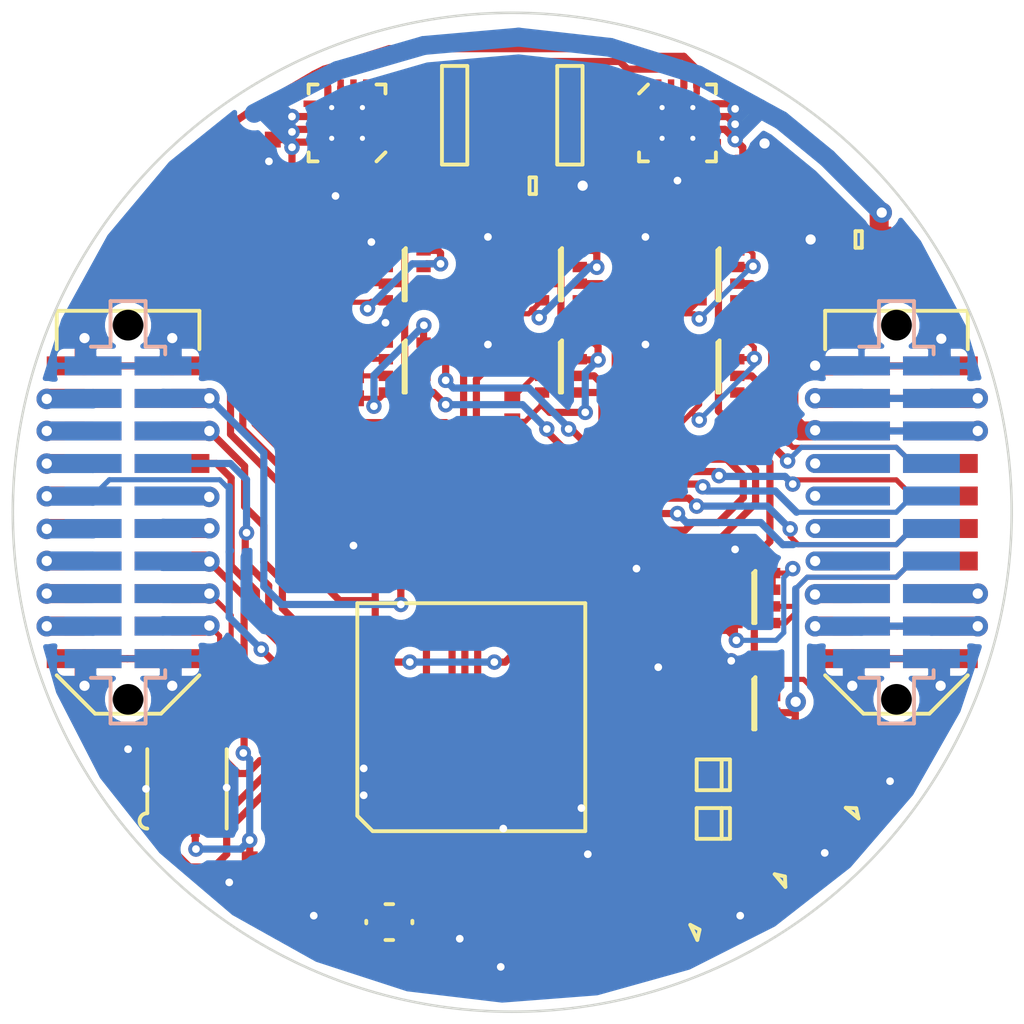
<source format=kicad_pcb>
(kicad_pcb (version 20170123) (host pcbnew no-vcs-found-d3b382c~59~ubuntu16.04.1)
  (layers (0 F.Cu signal) (31 B.Cu signal) (34 B.Paste user) (35 F.Paste user) (36 B.SilkS user) (37 F.SilkS user) (38 B.Mask user) (39 F.Mask user) (44 Edge.Cuts user))
  (net 0 "")
  (net 1 "Net-(C1-Pad2)")
  (net 2 GND)
  (net 3 "Net-(C6-Pad1)")
  (net 4 "Net-(IC2-Pad1)")
  (net 5 /BUS)
  (net 6 "Net-(IC4-Pad1)")
  (net 7 /3v3_IMU)
  (net 8 /JTMS)
  (net 9 /3v3_RADIO)
  (net 10 /JTCK)
  (net 11 /3v3_FC)
  (net 12 /JTDO)
  (net 13 3v3)
  (net 14 /JTDR)
  (net 15 /3v3_DL)
  (net 16 /RSVD1)
  (net 17 /3v3_AUX1)
  (net 18 /5v_CAN)
  (net 19 /3v3_AUX2)
  (net 20 /CAN-)
  (net 21 /RSVD2)
  (net 22 /CAN+)
  (net 23 /CHARGE)
  (net 24 /PWR)
  (net 25 /5v_CAM)
  (net 26 /PYRO4)
  (net 27 /5v_AUX2)
  (net 28 /PYRO3)
  (net 29 /5v_AUX1)
  (net 30 /PYRO2)
  (net 31 /5v_IMU)
  (net 32 /PYRO1)
  (net 33 /5v_RADIO)
  (net 34 /PYRO_SI)
  (net 35 /PYRO_SO)
  (net 36 /CONT)
  (net 37 /CONT_EN)
  (net 38 /JTDI)
  (net 39 /PYRO8)
  (net 40 /PYRO7)
  (net 41 /PYRO6)
  (net 42 /PYRO5)
  (net 43 "Net-(IC2-Pad4)")
  (net 44 "Net-(IC2-Pad9)")
  (net 45 /3A_EN)
  (net 46 /1A_EN)
  (net 47 "Net-(IC4-Pad9)")
  (net 48 "Net-(IC4-Pad4)")
  (net 49 "Net-(IC1-Pad2)")
  (net 50 "Net-(IC1-Pad3)")
  (net 51 "Net-(IC1-Pad4)")
  (net 52 "Net-(IC1-Pad6)")
  (net 53 "Net-(IC1-Pad8)")
  (net 54 "Net-(IC1-Pad9)")
  (net 55 "Net-(IC1-Pad10)")
  (net 56 "Net-(IC1-Pad11)")
  (net 57 "Net-(IC1-Pad17)")
  (net 58 "Net-(IC1-Pad26)")
  (net 59 "Net-(IC1-Pad27)")
  (net 60 "Net-(IC1-Pad28)")
  (net 61 "Net-(IC1-Pad29)")
  (net 62 "Net-(C11-Pad1)")
  (net 63 "Net-(C10-Pad1)")
  (net 64 "Net-(IC1-Pad51)")
  (net 65 "Net-(IC1-Pad52)")
  (net 66 "Net-(IC1-Pad53)")
  (net 67 "Net-(IC1-Pad54)")
  (net 68 "Net-(IC1-Pad56)")
  (net 69 "Net-(IC1-Pad57)")
  (net 70 "Net-(IC1-Pad58)")
  (net 71 /CAN_RXD)
  (net 72 /CAN_TXD)
  (net 73 /CH3)
  (net 74 "Net-(Q3-Pad4)")
  (net 75 "Net-(Q8-Pad4)")
  (net 76 /CH8)
  (net 77 /CH1)
  (net 78 "Net-(Q1-Pad4)")
  (net 79 "Net-(Q2-Pad4)")
  (net 80 /CH2)
  (net 81 /CH4)
  (net 82 "Net-(Q4-Pad4)")
  (net 83 "Net-(Q5-Pad4)")
  (net 84 /CH5)
  (net 85 /CH6)
  (net 86 "Net-(Q6-Pad4)")
  (net 87 "Net-(Q7-Pad4)")
  (net 88 /CH7)
  (net 89 "Net-(D3-Pad2)")
  (net 90 "Net-(D2-Pad2)")
  (net 91 "Net-(D1-Pad2)")
  (net 92 /SI_DIV)
  (net 93 /LED_RED)
  (net 94 /LED_YLW)
  (net 95 /LED_GRN)
  (net 96 /BUS_DIV)
  (net 97 "Net-(IC1-Pad7)")
  (net 98 "Net-(IC1-Pad35)")
  (net 99 "Net-(IC1-Pad30)")
  (module agg:ChipFET-1206-8 (layer F.Cu) (at 109.45 107.5)
    (fp_text reference Q8)
    (fp_text value Si5515CDC)
    (pad 8 smd rect (at 0.7365 -0.975) (size 0.559 0.406) (layers F.Cu F.Paste F.Mask) (net 75 "Net-(Q8-Pad4)"))
    (pad 7 smd rect (at 0.7365 -0.325) (size 0.559 0.406) (layers F.Cu F.Paste F.Mask) (net 75 "Net-(Q8-Pad4)"))
    (pad 6 smd rect (at 0.7365 0.325) (size 0.559 0.406) (layers F.Cu F.Paste F.Mask) (net 39 /PYRO8))
    (pad 5 smd rect (at 0.7365 0.975) (size 0.559 0.406) (layers F.Cu F.Paste F.Mask) (net 39 /PYRO8))
    (pad 4 smd rect (at -0.7365 0.975) (size 0.559 0.406) (layers F.Cu F.Paste F.Mask) (net 75 "Net-(Q8-Pad4)"))
    (pad 3 smd rect (at -0.7365 0.325) (size 0.559 0.406) (layers F.Cu F.Paste F.Mask) (net 5 /BUS))
    (pad 2 smd rect (at -0.7365 -0.325) (size 0.559 0.406) (layers F.Cu F.Paste F.Mask) (net 76 /CH8))
    (pad 1 smd rect (at -0.7365 -0.975) (size 0.559 0.406) (layers F.Cu F.Paste F.Mask) (net 2 GND))
  )
  (module agg:0603-LED (layer F.Cu) (at 113.35 111.65 230)
    (fp_text reference D3)
    (fp_text value GRN)
    (pad 1 smd rect (at -0.8 0 230) (size 0.95 1) (layers F.Cu F.Paste F.Mask) (net 2 GND))
    (pad 2 smd rect (at 0.8 0 230) (size 0.95 1) (layers F.Cu F.Paste F.Mask) (net 89 "Net-(D3-Pad2)"))
  )
  (module agg:ChipFET-1206-8 (layer F.Cu) (at 95.8 90.75)
    (fp_text reference Q1)
    (fp_text value Si5515CDC)
    (pad 1 smd rect (at -0.7365 -0.975) (size 0.559 0.406) (layers F.Cu F.Paste F.Mask) (net 2 GND))
    (pad 2 smd rect (at -0.7365 -0.325) (size 0.559 0.406) (layers F.Cu F.Paste F.Mask) (net 73 /CH3))
    (pad 3 smd rect (at -0.7365 0.325) (size 0.559 0.406) (layers F.Cu F.Paste F.Mask) (net 5 /BUS))
    (pad 4 smd rect (at -0.7365 0.975) (size 0.559 0.406) (layers F.Cu F.Paste F.Mask) (net 78 "Net-(Q1-Pad4)"))
    (pad 5 smd rect (at 0.7365 0.975) (size 0.559 0.406) (layers F.Cu F.Paste F.Mask) (net 28 /PYRO3))
    (pad 6 smd rect (at 0.7365 0.325) (size 0.559 0.406) (layers F.Cu F.Paste F.Mask) (net 28 /PYRO3))
    (pad 7 smd rect (at 0.7365 -0.325) (size 0.559 0.406) (layers F.Cu F.Paste F.Mask) (net 78 "Net-(Q1-Pad4)"))
    (pad 8 smd rect (at 0.7365 -0.975) (size 0.559 0.406) (layers F.Cu F.Paste F.Mask) (net 78 "Net-(Q1-Pad4)"))
  )
  (module agg:0402 (layer F.Cu) (at 94.85 100.7 180)
    (fp_text reference C10)
    (fp_text value 2µ2)
    (pad 1 smd rect (at -0.45 0 180) (size 0.62 0.62) (layers F.Cu F.Paste F.Mask) (net 63 "Net-(C10-Pad1)"))
    (pad 2 smd rect (at 0.45 0 180) (size 0.62 0.62) (layers F.Cu F.Paste F.Mask) (net 2 GND))
  )
  (module agg:0402 (layer F.Cu) (at 92.75 100.7 180)
    (fp_text reference C2)
    (fp_text value 4µ7)
    (pad 2 smd rect (at 0.45 0 180) (size 0.62 0.62) (layers F.Cu F.Paste F.Mask) (net 13 3v3))
    (pad 1 smd rect (at -0.45 0 180) (size 0.62 0.62) (layers F.Cu F.Paste F.Mask) (net 2 GND))
  )
  (module agg:0402 (layer F.Cu) (at 100 96 270)
    (fp_text reference R27)
    (fp_text value 10k)
    (pad 2 smd rect (at 0.45 0 270) (size 0.62 0.62) (layers F.Cu F.Paste F.Mask) (net 86 "Net-(Q6-Pad4)"))
    (pad 1 smd rect (at -0.45 0 270) (size 0.62 0.62) (layers F.Cu F.Paste F.Mask) (net 5 /BUS))
  )
  (module agg:0402 (layer F.Cu) (at 107.55 104.2 270)
    (fp_text reference R26)
    (fp_text value 10k)
    (pad 1 smd rect (at -0.45 0 270) (size 0.62 0.62) (layers F.Cu F.Paste F.Mask) (net 5 /BUS))
    (pad 2 smd rect (at 0.45 0 270) (size 0.62 0.62) (layers F.Cu F.Paste F.Mask) (net 82 "Net-(Q4-Pad4)"))
  )
  (module agg:0402 (layer F.Cu) (at 100 91.8 270)
    (fp_text reference R25)
    (fp_text value 10k)
    (pad 2 smd rect (at 0.45 0 270) (size 0.62 0.62) (layers F.Cu F.Paste F.Mask) (net 79 "Net-(Q2-Pad4)"))
    (pad 1 smd rect (at -0.45 0 270) (size 0.62 0.62) (layers F.Cu F.Paste F.Mask) (net 5 /BUS))
  )
  (module agg:0402 (layer F.Cu) (at 107.55 106.3 90)
    (fp_text reference R24)
    (fp_text value 10k)
    (pad 1 smd rect (at -0.45 0 90) (size 0.62 0.62) (layers F.Cu F.Paste F.Mask) (net 76 /CH8))
    (pad 2 smd rect (at 0.45 0 90) (size 0.62 0.62) (layers F.Cu F.Paste F.Mask) (net 2 GND))
  )
  (module agg:0402 (layer F.Cu) (at 100 93.9 90)
    (fp_text reference R23)
    (fp_text value 10k)
    (pad 2 smd rect (at 0.45 0 90) (size 0.62 0.62) (layers F.Cu F.Paste F.Mask) (net 2 GND))
    (pad 1 smd rect (at -0.45 0 90) (size 0.62 0.62) (layers F.Cu F.Paste F.Mask) (net 85 /CH6))
  )
  (module agg:0402 (layer F.Cu) (at 107.55 102.1 90)
    (fp_text reference R22)
    (fp_text value 10k)
    (pad 1 smd rect (at -0.45 0 90) (size 0.62 0.62) (layers F.Cu F.Paste F.Mask) (net 81 /CH4))
    (pad 2 smd rect (at 0.45 0 90) (size 0.62 0.62) (layers F.Cu F.Paste F.Mask) (net 2 GND))
  )
  (module agg:0402 (layer F.Cu) (at 100 89.7 90)
    (fp_text reference R21)
    (fp_text value 10k)
    (pad 2 smd rect (at 0.45 0 90) (size 0.62 0.62) (layers F.Cu F.Paste F.Mask) (net 2 GND))
    (pad 1 smd rect (at -0.45 0 90) (size 0.62 0.62) (layers F.Cu F.Paste F.Mask) (net 80 /CH2))
  )
  (module agg:0402 (layer F.Cu) (at 89.95 89.5 90)
    (fp_text reference R20)
    (fp_text value 3k3)
    (pad 1 smd rect (at -0.45 0 90) (size 0.62 0.62) (layers F.Cu F.Paste F.Mask) (net 36 /CONT))
    (pad 2 smd rect (at 0.45 0 90) (size 0.62 0.62) (layers F.Cu F.Paste F.Mask) (net 5 /BUS))
  )
  (module agg:0402 (layer F.Cu) (at 91.15 89.5 270)
    (fp_text reference R19)
    (fp_text value 3k3)
    (pad 2 smd rect (at 0.45 0 270) (size 0.62 0.62) (layers F.Cu F.Paste F.Mask) (net 37 /CONT_EN))
    (pad 1 smd rect (at -0.45 0 270) (size 0.62 0.62) (layers F.Cu F.Paste F.Mask) (net 5 /BUS))
  )
  (module agg:0402 (layer F.Cu) (at 107.55 108.4 270)
    (fp_text reference R28)
    (fp_text value 10k)
    (pad 1 smd rect (at -0.45 0 270) (size 0.62 0.62) (layers F.Cu F.Paste F.Mask) (net 5 /BUS))
    (pad 2 smd rect (at 0.45 0 270) (size 0.62 0.62) (layers F.Cu F.Paste F.Mask) (net 75 "Net-(Q8-Pad4)"))
  )
  (module agg:0402 (layer F.Cu) (at 93.9 95.1 270)
    (fp_text reference R17)
    (fp_text value 10k)
    (pad 2 smd rect (at 0.45 0 270) (size 0.62 0.62) (layers F.Cu F.Paste F.Mask) (net 83 "Net-(Q5-Pad4)"))
    (pad 1 smd rect (at -0.45 0 270) (size 0.62 0.62) (layers F.Cu F.Paste F.Mask) (net 5 /BUS))
  )
  (module agg:0402 (layer F.Cu) (at 106.15 91.8 270)
    (fp_text reference R16)
    (fp_text value 10k)
    (pad 1 smd rect (at -0.45 0 270) (size 0.62 0.62) (layers F.Cu F.Paste F.Mask) (net 5 /BUS))
    (pad 2 smd rect (at 0.45 0 270) (size 0.62 0.62) (layers F.Cu F.Paste F.Mask) (net 74 "Net-(Q3-Pad4)"))
  )
  (module agg:0402 (layer F.Cu) (at 93.45 91.15 180)
    (fp_text reference R15)
    (fp_text value 10k)
    (pad 2 smd rect (at 0.45 0 180) (size 0.62 0.62) (layers F.Cu F.Paste F.Mask) (net 78 "Net-(Q1-Pad4)"))
    (pad 1 smd rect (at -0.45 0 180) (size 0.62 0.62) (layers F.Cu F.Paste F.Mask) (net 5 /BUS))
  )
  (module agg:0402 (layer F.Cu) (at 106.15 93.9 90)
    (fp_text reference R14)
    (fp_text value 10k)
    (pad 1 smd rect (at -0.45 0 90) (size 0.62 0.62) (layers F.Cu F.Paste F.Mask) (net 84 /CH5))
    (pad 2 smd rect (at 0.45 0 90) (size 0.62 0.62) (layers F.Cu F.Paste F.Mask) (net 2 GND))
  )
  (module agg:0402 (layer F.Cu) (at 93.45 93.15)
    (fp_text reference R13)
    (fp_text value 10k)
    (pad 2 smd rect (at 0.45 0) (size 0.62 0.62) (layers F.Cu F.Paste F.Mask) (net 2 GND))
    (pad 1 smd rect (at -0.45 0) (size 0.62 0.62) (layers F.Cu F.Paste F.Mask) (net 88 /CH7))
  )
  (module agg:0402 (layer F.Cu) (at 106.15 89.7 90)
    (fp_text reference R12)
    (fp_text value 10k)
    (pad 1 smd rect (at -0.45 0 90) (size 0.62 0.62) (layers F.Cu F.Paste F.Mask) (net 77 /CH1))
    (pad 2 smd rect (at 0.45 0 90) (size 0.62 0.62) (layers F.Cu F.Paste F.Mask) (net 2 GND))
  )
  (module agg:0402 (layer F.Cu) (at 93.45 89.55)
    (fp_text reference R11)
    (fp_text value 10k)
    (pad 2 smd rect (at 0.45 0) (size 0.62 0.62) (layers F.Cu F.Paste F.Mask) (net 2 GND))
    (pad 1 smd rect (at -0.45 0) (size 0.62 0.62) (layers F.Cu F.Paste F.Mask) (net 73 /CH3))
  )
  (module agg:0402 (layer F.Cu) (at 96.1 87.4 180)
    (fp_text reference R10)
    (fp_text value 3k3)
    (pad 1 smd rect (at -0.45 0 180) (size 0.62 0.62) (layers F.Cu F.Paste F.Mask) (net 96 /BUS_DIV))
    (pad 2 smd rect (at 0.45 0 180) (size 0.62 0.62) (layers F.Cu F.Paste F.Mask) (net 2 GND))
  )
  (module agg:0402 (layer F.Cu) (at 98.2 87.4 180)
    (fp_text reference R9)
    (fp_text value 10k)
    (pad 1 smd rect (at -0.45 0 180) (size 0.62 0.62) (layers F.Cu F.Paste F.Mask) (net 5 /BUS))
    (pad 2 smd rect (at 0.45 0 180) (size 0.62 0.62) (layers F.Cu F.Paste F.Mask) (net 96 /BUS_DIV))
  )
  (module agg:0402 (layer F.Cu) (at 106.15 96 270)
    (fp_text reference R18)
    (fp_text value 10k)
    (pad 2 smd rect (at 0.45 0 270) (size 0.62 0.62) (layers F.Cu F.Paste F.Mask) (net 87 "Net-(Q7-Pad4)"))
    (pad 1 smd rect (at -0.45 0 270) (size 0.62 0.62) (layers F.Cu F.Paste F.Mask) (net 5 /BUS))
  )
  (module agg:0402 (layer F.Cu) (at 90.2 85.45 180)
    (fp_text reference R7)
    (fp_text value 10k)
    (pad 1 smd rect (at -0.45 0 180) (size 0.62 0.62) (layers F.Cu F.Paste F.Mask) (net 34 /PYRO_SI))
    (pad 2 smd rect (at 0.45 0 180) (size 0.62 0.62) (layers F.Cu F.Paste F.Mask) (net 92 /SI_DIV))
  )
  (module agg:0402 (layer F.Cu) (at 95.2 117.9)
    (fp_text reference R5)
    (fp_text value 100)
    (pad 1 smd rect (at -0.45 0) (size 0.62 0.62) (layers F.Cu F.Paste F.Mask) (net 3 "Net-(C6-Pad1)"))
    (pad 2 smd rect (at 0.45 0) (size 0.62 0.62) (layers F.Cu F.Paste F.Mask) (net 52 "Net-(IC1-Pad6)"))
  )
  (module agg:0402 (layer F.Cu) (at 104.05 115.3)
    (fp_text reference R4)
    (fp_text value 100)
    (pad 2 smd rect (at 0.45 0) (size 0.62 0.62) (layers F.Cu F.Paste F.Mask) (net 89 "Net-(D3-Pad2)"))
    (pad 1 smd rect (at -0.45 0) (size 0.62 0.62) (layers F.Cu F.Paste F.Mask) (net 95 /LED_GRN))
  )
  (module agg:0402 (layer F.Cu) (at 104.05 116.5)
    (fp_text reference R3)
    (fp_text value 100)
    (pad 1 smd rect (at -0.45 0) (size 0.62 0.62) (layers F.Cu F.Paste F.Mask) (net 94 /LED_YLW))
    (pad 2 smd rect (at 0.45 0) (size 0.62 0.62) (layers F.Cu F.Paste F.Mask) (net 90 "Net-(D2-Pad2)"))
  )
  (module agg:0402 (layer F.Cu) (at 104.05 117.7)
    (fp_text reference R2)
    (fp_text value 100)
    (pad 2 smd rect (at 0.45 0) (size 0.62 0.62) (layers F.Cu F.Paste F.Mask) (net 91 "Net-(D1-Pad2)"))
    (pad 1 smd rect (at -0.45 0) (size 0.62 0.62) (layers F.Cu F.Paste F.Mask) (net 93 /LED_RED))
  )
  (module agg:0402 (layer F.Cu) (at 105.7 102.65 270)
    (fp_text reference C3)
    (fp_text value 100n)
    (pad 2 smd rect (at 0.45 0 270) (size 0.62 0.62) (layers F.Cu F.Paste F.Mask) (net 13 3v3))
    (pad 1 smd rect (at -0.45 0 270) (size 0.62 0.62) (layers F.Cu F.Paste F.Mask) (net 2 GND))
  )
  (module agg:0402 (layer F.Cu) (at 88.85 87)
    (fp_text reference R8)
    (fp_text value 3k3)
    (pad 1 smd rect (at -0.45 0) (size 0.62 0.62) (layers F.Cu F.Paste F.Mask) (net 92 /SI_DIV))
    (pad 2 smd rect (at 0.45 0) (size 0.62 0.62) (layers F.Cu F.Paste F.Mask) (net 2 GND))
  )
  (module agg:0402 (layer F.Cu) (at 93.1 116.2 90)
    (fp_text reference C6)
    (fp_text value 10p)
    (pad 2 smd rect (at 0.45 0 90) (size 0.62 0.62) (layers F.Cu F.Paste F.Mask) (net 2 GND))
    (pad 1 smd rect (at -0.45 0 90) (size 0.62 0.62) (layers F.Cu F.Paste F.Mask) (net 3 "Net-(C6-Pad1)"))
  )
  (module agg:0402 (layer F.Cu) (at 104.05 114.1)
    (fp_text reference C7)
    (fp_text value 100n)
    (pad 1 smd rect (at -0.45 0) (size 0.62 0.62) (layers F.Cu F.Paste F.Mask) (net 2 GND))
    (pad 2 smd rect (at 0.45 0) (size 0.62 0.62) (layers F.Cu F.Paste F.Mask) (net 13 3v3))
  )
  (module agg:0402 (layer F.Cu) (at 97.3 116.2 90)
    (fp_text reference C1)
    (fp_text value 10p)
    (pad 2 smd rect (at 0.45 0 90) (size 0.62 0.62) (layers F.Cu F.Paste F.Mask) (net 1 "Net-(C1-Pad2)"))
    (pad 1 smd rect (at -0.45 0 90) (size 0.62 0.62) (layers F.Cu F.Paste F.Mask) (net 2 GND))
  )
  (module agg:0402 (layer F.Cu) (at 92.75 101.9 180)
    (fp_text reference C8)
    (fp_text value 100n)
    (pad 1 smd rect (at -0.45 0 180) (size 0.62 0.62) (layers F.Cu F.Paste F.Mask) (net 2 GND))
    (pad 2 smd rect (at 0.45 0 180) (size 0.62 0.62) (layers F.Cu F.Paste F.Mask) (net 13 3v3))
  )
  (module agg:0402 (layer F.Cu) (at 100 115.7)
    (fp_text reference C9)
    (fp_text value 100n)
    (pad 2 smd rect (at 0.45 0) (size 0.62 0.62) (layers F.Cu F.Paste F.Mask) (net 13 3v3))
    (pad 1 smd rect (at -0.45 0) (size 0.62 0.62) (layers F.Cu F.Paste F.Mask) (net 2 GND))
  )
  (module agg:0402 (layer F.Cu) (at 105.7 104.75 270)
    (fp_text reference C11)
    (fp_text value 2µ2)
    (pad 2 smd rect (at 0.45 0 270) (size 0.62 0.62) (layers F.Cu F.Paste F.Mask) (net 2 GND))
    (pad 1 smd rect (at -0.45 0 270) (size 0.62 0.62) (layers F.Cu F.Paste F.Mask) (net 62 "Net-(C11-Pad1)"))
  )
  (module agg:0402 (layer F.Cu) (at 109.45 86.35)
    (fp_text reference C13)
    (fp_text value 100n)
    (pad 1 smd rect (at -0.45 0) (size 0.62 0.62) (layers F.Cu F.Paste F.Mask) (net 34 /PYRO_SI))
    (pad 2 smd rect (at 0.45 0) (size 0.62 0.62) (layers F.Cu F.Paste F.Mask) (net 2 GND))
  )
  (module agg:0402 (layer F.Cu) (at 90.95 87 180)
    (fp_text reference C14)
    (fp_text value 100n)
    (pad 2 smd rect (at 0.45 0 180) (size 0.62 0.62) (layers F.Cu F.Paste F.Mask) (net 2 GND))
    (pad 1 smd rect (at -0.45 0 180) (size 0.62 0.62) (layers F.Cu F.Paste F.Mask) (net 34 /PYRO_SI))
  )
  (module agg:0402 (layer F.Cu) (at 89.75 114 270)
    (fp_text reference C15)
    (fp_text value 100n)
    (pad 1 smd rect (at -0.45 0 270) (size 0.62 0.62) (layers F.Cu F.Paste F.Mask) (net 18 /5v_CAN))
    (pad 2 smd rect (at 0.45 0 270) (size 0.62 0.62) (layers F.Cu F.Paste F.Mask) (net 2 GND))
  )
  (module agg:0402 (layer F.Cu) (at 100 116.9)
    (fp_text reference C5)
    (fp_text value 1µ)
    (pad 2 smd rect (at 0.45 0) (size 0.62 0.62) (layers F.Cu F.Paste F.Mask) (net 13 3v3))
    (pad 1 smd rect (at -0.45 0) (size 0.62 0.62) (layers F.Cu F.Paste F.Mask) (net 2 GND))
  )
  (module agg:0402 (layer F.Cu) (at 91.1 112.1 270)
    (fp_text reference C4)
    (fp_text value 100n)
    (pad 1 smd rect (at -0.45 0 270) (size 0.62 0.62) (layers F.Cu F.Paste F.Mask) (net 2 GND))
    (pad 2 smd rect (at 0.45 0 270) (size 0.62 0.62) (layers F.Cu F.Paste F.Mask) (net 13 3v3))
  )
  (module agg:0603 (layer F.Cu) (at 113.525 89.35 180)
    (fp_text reference C12)
    (fp_text value 10µ)
    (pad 2 smd rect (at 0.8 0 180) (size 0.95 1) (layers F.Cu F.Paste F.Mask) (net 2 GND))
    (pad 1 smd rect (at -0.8 0 180) (size 0.95 1) (layers F.Cu F.Paste F.Mask) (net 34 /PYRO_SI))
  )
  (module agg:0603 (layer F.Cu) (at 100.8 87.25)
    (fp_text reference C16)
    (fp_text value 10µ)
    (pad 1 smd rect (at -0.8 0) (size 0.95 1) (layers F.Cu F.Paste F.Mask) (net 5 /BUS))
    (pad 2 smd rect (at 0.8 0) (size 0.95 1) (layers F.Cu F.Paste F.Mask) (net 2 GND))
  )
  (module agg:0603-LED (layer F.Cu) (at 107.2 116.35 205)
    (fp_text reference D1)
    (fp_text value RED)
    (pad 1 smd rect (at -0.8 0 205) (size 0.95 1) (layers F.Cu F.Paste F.Mask) (net 2 GND))
    (pad 2 smd rect (at 0.8 0 205) (size 0.95 1) (layers F.Cu F.Paste F.Mask) (net 91 "Net-(D1-Pad2)"))
  )
  (module agg:0603-LED (layer F.Cu) (at 110.55 114.3 220)
    (fp_text reference D2)
    (fp_text value YLW)
    (pad 2 smd rect (at 0.8 0 220) (size 0.95 1) (layers F.Cu F.Paste F.Mask) (net 90 "Net-(D2-Pad2)"))
    (pad 1 smd rect (at -0.8 0 220) (size 0.95 1) (layers F.Cu F.Paste F.Mask) (net 2 GND))
  )
  (module agg:ChipFET-1206-8 (layer F.Cu) (at 108.05 94.35)
    (fp_text reference Q7)
    (fp_text value Si5515CDC)
    (pad 8 smd rect (at 0.7365 -0.975) (size 0.559 0.406) (layers F.Cu F.Paste F.Mask) (net 87 "Net-(Q7-Pad4)"))
    (pad 7 smd rect (at 0.7365 -0.325) (size 0.559 0.406) (layers F.Cu F.Paste F.Mask) (net 87 "Net-(Q7-Pad4)"))
    (pad 6 smd rect (at 0.7365 0.325) (size 0.559 0.406) (layers F.Cu F.Paste F.Mask) (net 42 /PYRO5))
    (pad 5 smd rect (at 0.7365 0.975) (size 0.559 0.406) (layers F.Cu F.Paste F.Mask) (net 42 /PYRO5))
    (pad 4 smd rect (at -0.7365 0.975) (size 0.559 0.406) (layers F.Cu F.Paste F.Mask) (net 87 "Net-(Q7-Pad4)"))
    (pad 3 smd rect (at -0.7365 0.325) (size 0.559 0.406) (layers F.Cu F.Paste F.Mask) (net 5 /BUS))
    (pad 2 smd rect (at -0.7365 -0.325) (size 0.559 0.406) (layers F.Cu F.Paste F.Mask) (net 84 /CH5))
    (pad 1 smd rect (at -0.7365 -0.975) (size 0.559 0.406) (layers F.Cu F.Paste F.Mask) (net 2 GND))
  )
  (module agg:ChipFET-1206-8 (layer F.Cu) (at 101.9 94.35)
    (fp_text reference Q6)
    (fp_text value Si5515CDC)
    (pad 1 smd rect (at -0.7365 -0.975) (size 0.559 0.406) (layers F.Cu F.Paste F.Mask) (net 2 GND))
    (pad 2 smd rect (at -0.7365 -0.325) (size 0.559 0.406) (layers F.Cu F.Paste F.Mask) (net 85 /CH6))
    (pad 3 smd rect (at -0.7365 0.325) (size 0.559 0.406) (layers F.Cu F.Paste F.Mask) (net 5 /BUS))
    (pad 4 smd rect (at -0.7365 0.975) (size 0.559 0.406) (layers F.Cu F.Paste F.Mask) (net 86 "Net-(Q6-Pad4)"))
    (pad 5 smd rect (at 0.7365 0.975) (size 0.559 0.406) (layers F.Cu F.Paste F.Mask) (net 41 /PYRO6))
    (pad 6 smd rect (at 0.7365 0.325) (size 0.559 0.406) (layers F.Cu F.Paste F.Mask) (net 41 /PYRO6))
    (pad 7 smd rect (at 0.7365 -0.325) (size 0.559 0.406) (layers F.Cu F.Paste F.Mask) (net 86 "Net-(Q6-Pad4)"))
    (pad 8 smd rect (at 0.7365 -0.975) (size 0.559 0.406) (layers F.Cu F.Paste F.Mask) (net 86 "Net-(Q6-Pad4)"))
  )
  (module agg:ChipFET-1206-8 (layer F.Cu) (at 95.8 94.35)
    (fp_text reference Q5)
    (fp_text value Si5515CDC)
    (pad 8 smd rect (at 0.7365 -0.975) (size 0.559 0.406) (layers F.Cu F.Paste F.Mask) (net 83 "Net-(Q5-Pad4)"))
    (pad 7 smd rect (at 0.7365 -0.325) (size 0.559 0.406) (layers F.Cu F.Paste F.Mask) (net 83 "Net-(Q5-Pad4)"))
    (pad 6 smd rect (at 0.7365 0.325) (size 0.559 0.406) (layers F.Cu F.Paste F.Mask) (net 40 /PYRO7))
    (pad 5 smd rect (at 0.7365 0.975) (size 0.559 0.406) (layers F.Cu F.Paste F.Mask) (net 40 /PYRO7))
    (pad 4 smd rect (at -0.7365 0.975) (size 0.559 0.406) (layers F.Cu F.Paste F.Mask) (net 83 "Net-(Q5-Pad4)"))
    (pad 3 smd rect (at -0.7365 0.325) (size 0.559 0.406) (layers F.Cu F.Paste F.Mask) (net 5 /BUS))
    (pad 2 smd rect (at -0.7365 -0.325) (size 0.559 0.406) (layers F.Cu F.Paste F.Mask) (net 88 /CH7))
    (pad 1 smd rect (at -0.7365 -0.975) (size 0.559 0.406) (layers F.Cu F.Paste F.Mask) (net 2 GND))
  )
  (module agg:ChipFET-1206-8 (layer F.Cu) (at 109.45 103.35)
    (fp_text reference Q4)
    (fp_text value Si5515CDC)
    (pad 8 smd rect (at 0.7365 -0.975) (size 0.559 0.406) (layers F.Cu F.Paste F.Mask) (net 82 "Net-(Q4-Pad4)"))
    (pad 7 smd rect (at 0.7365 -0.325) (size 0.559 0.406) (layers F.Cu F.Paste F.Mask) (net 82 "Net-(Q4-Pad4)"))
    (pad 6 smd rect (at 0.7365 0.325) (size 0.559 0.406) (layers F.Cu F.Paste F.Mask) (net 26 /PYRO4))
    (pad 5 smd rect (at 0.7365 0.975) (size 0.559 0.406) (layers F.Cu F.Paste F.Mask) (net 26 /PYRO4))
    (pad 4 smd rect (at -0.7365 0.975) (size 0.559 0.406) (layers F.Cu F.Paste F.Mask) (net 82 "Net-(Q4-Pad4)"))
    (pad 3 smd rect (at -0.7365 0.325) (size 0.559 0.406) (layers F.Cu F.Paste F.Mask) (net 5 /BUS))
    (pad 2 smd rect (at -0.7365 -0.325) (size 0.559 0.406) (layers F.Cu F.Paste F.Mask) (net 81 /CH4))
    (pad 1 smd rect (at -0.7365 -0.975) (size 0.559 0.406) (layers F.Cu F.Paste F.Mask) (net 2 GND))
  )
  (module agg:ChipFET-1206-8 (layer F.Cu) (at 101.9 90.75)
    (fp_text reference Q2)
    (fp_text value Si5515CDC)
    (pad 8 smd rect (at 0.7365 -0.975) (size 0.559 0.406) (layers F.Cu F.Paste F.Mask) (net 79 "Net-(Q2-Pad4)"))
    (pad 7 smd rect (at 0.7365 -0.325) (size 0.559 0.406) (layers F.Cu F.Paste F.Mask) (net 79 "Net-(Q2-Pad4)"))
    (pad 6 smd rect (at 0.7365 0.325) (size 0.559 0.406) (layers F.Cu F.Paste F.Mask) (net 30 /PYRO2))
    (pad 5 smd rect (at 0.7365 0.975) (size 0.559 0.406) (layers F.Cu F.Paste F.Mask) (net 30 /PYRO2))
    (pad 4 smd rect (at -0.7365 0.975) (size 0.559 0.406) (layers F.Cu F.Paste F.Mask) (net 79 "Net-(Q2-Pad4)"))
    (pad 3 smd rect (at -0.7365 0.325) (size 0.559 0.406) (layers F.Cu F.Paste F.Mask) (net 5 /BUS))
    (pad 2 smd rect (at -0.7365 -0.325) (size 0.559 0.406) (layers F.Cu F.Paste F.Mask) (net 80 /CH2))
    (pad 1 smd rect (at -0.7365 -0.975) (size 0.559 0.406) (layers F.Cu F.Paste F.Mask) (net 2 GND))
  )
  (module agg:ChipFET-1206-8 (layer F.Cu) (at 108.05 90.75)
    (fp_text reference Q3)
    (fp_text value Si5515CDC)
    (pad 1 smd rect (at -0.7365 -0.975) (size 0.559 0.406) (layers F.Cu F.Paste F.Mask) (net 2 GND))
    (pad 2 smd rect (at -0.7365 -0.325) (size 0.559 0.406) (layers F.Cu F.Paste F.Mask) (net 77 /CH1))
    (pad 3 smd rect (at -0.7365 0.325) (size 0.559 0.406) (layers F.Cu F.Paste F.Mask) (net 5 /BUS))
    (pad 4 smd rect (at -0.7365 0.975) (size 0.559 0.406) (layers F.Cu F.Paste F.Mask) (net 74 "Net-(Q3-Pad4)"))
    (pad 5 smd rect (at 0.7365 0.975) (size 0.559 0.406) (layers F.Cu F.Paste F.Mask) (net 32 /PYRO1))
    (pad 6 smd rect (at 0.7365 0.325) (size 0.559 0.406) (layers F.Cu F.Paste F.Mask) (net 32 /PYRO1))
    (pad 7 smd rect (at 0.7365 -0.325) (size 0.559 0.406) (layers F.Cu F.Paste F.Mask) (net 74 "Net-(Q3-Pad4)"))
    (pad 8 smd rect (at 0.7365 -0.975) (size 0.559 0.406) (layers F.Cu F.Paste F.Mask) (net 74 "Net-(Q3-Pad4)"))
  )
  (module agg:DFN-8-EP-MICROCHIP (layer F.Cu) (at 87.3 110.8 90)
    (fp_text reference IC3)
    (fp_text value MCP2562)
    (pad 1 smd rect (at -1.55 -0.975 90) (size 0.65 0.35) (layers F.Cu F.Paste F.Mask) (net 72 /CAN_TXD))
    (pad 2 smd rect (at -1.55 -0.325 90) (size 0.65 0.35) (layers F.Cu F.Paste F.Mask) (net 2 GND))
    (pad 3 smd rect (at -1.55 0.325 90) (size 0.65 0.35) (layers F.Cu F.Paste F.Mask) (net 18 /5v_CAN))
    (pad 4 smd rect (at -1.55 0.975 90) (size 0.65 0.35) (layers F.Cu F.Paste F.Mask) (net 71 /CAN_RXD))
    (pad 5 smd rect (at 1.55 0.975 90) (size 0.65 0.35) (layers F.Cu F.Paste F.Mask) (net 13 3v3))
    (pad 6 smd rect (at 1.55 0.325 90) (size 0.65 0.35) (layers F.Cu F.Paste F.Mask) (net 20 /CAN-))
    (pad 7 smd rect (at 1.55 -0.325 90) (size 0.65 0.35) (layers F.Cu F.Paste F.Mask) (net 22 /CAN+))
    (pad 8 smd rect (at 1.55 -0.975 90) (size 0.65 0.35) (layers F.Cu F.Paste F.Mask) (net 2 GND))
    (pad EP smd rect (at 0 0 90) (size 1.55 2.4) (layers F.Cu) (net 2 GND))
  )
  (module agg:LQFP-64 (layer F.Cu) (at 98.4 108 90)
    (fp_text reference IC1)
    (fp_text value STM32F405RxTx)
    (pad 1 smd rect (at -5.7 -3.75 90) (size 1.5 0.3) (layers F.Cu F.Paste F.Mask) (net 13 3v3))
    (pad 2 smd rect (at -5.7 -3.25 90) (size 1.5 0.3) (layers F.Cu F.Paste F.Mask) (net 49 "Net-(IC1-Pad2)"))
    (pad 3 smd rect (at -5.7 -2.75 90) (size 1.5 0.3) (layers F.Cu F.Paste F.Mask) (net 50 "Net-(IC1-Pad3)"))
    (pad 4 smd rect (at -5.7 -2.25 90) (size 1.5 0.3) (layers F.Cu F.Paste F.Mask) (net 51 "Net-(IC1-Pad4)"))
    (pad 5 smd rect (at -5.7 -1.75 90) (size 1.5 0.3) (layers F.Cu F.Paste F.Mask) (net 1 "Net-(C1-Pad2)"))
    (pad 6 smd rect (at -5.7 -1.25 90) (size 1.5 0.3) (layers F.Cu F.Paste F.Mask) (net 52 "Net-(IC1-Pad6)"))
    (pad 7 smd rect (at -5.7 -0.75 90) (size 1.5 0.3) (layers F.Cu F.Paste F.Mask) (net 97 "Net-(IC1-Pad7)"))
    (pad 8 smd rect (at -5.7 -0.25 90) (size 1.5 0.3) (layers F.Cu F.Paste F.Mask) (net 53 "Net-(IC1-Pad8)"))
    (pad 9 smd rect (at -5.7 0.25 90) (size 1.5 0.3) (layers F.Cu F.Paste F.Mask) (net 54 "Net-(IC1-Pad9)"))
    (pad 10 smd rect (at -5.7 0.75 90) (size 1.5 0.3) (layers F.Cu F.Paste F.Mask) (net 55 "Net-(IC1-Pad10)"))
    (pad 11 smd rect (at -5.7 1.25 90) (size 1.5 0.3) (layers F.Cu F.Paste F.Mask) (net 56 "Net-(IC1-Pad11)"))
    (pad 12 smd rect (at -5.7 1.75 90) (size 1.5 0.3) (layers F.Cu F.Paste F.Mask) (net 2 GND))
    (pad 13 smd rect (at -5.7 2.25 90) (size 1.5 0.3) (layers F.Cu F.Paste F.Mask) (net 13 3v3))
    (pad 14 smd rect (at -5.7 2.75 90) (size 1.5 0.3) (layers F.Cu F.Paste F.Mask) (net 93 /LED_RED))
    (pad 15 smd rect (at -5.7 3.25 90) (size 1.5 0.3) (layers F.Cu F.Paste F.Mask) (net 94 /LED_YLW))
    (pad 16 smd rect (at -5.7 3.75 90) (size 1.5 0.3) (layers F.Cu F.Paste F.Mask) (net 95 /LED_GRN))
    (pad 17 smd rect (at -3.75 5.7 90) (size 0.3 1.5) (layers F.Cu F.Paste F.Mask) (net 57 "Net-(IC1-Pad17)"))
    (pad 18 smd rect (at -3.25 5.7 90) (size 0.3 1.5) (layers F.Cu F.Paste F.Mask) (net 2 GND))
    (pad 19 smd rect (at -2.75 5.7 90) (size 0.3 1.5) (layers F.Cu F.Paste F.Mask) (net 13 3v3))
    (pad 20 smd rect (at -2.25 5.7 90) (size 0.3 1.5) (layers F.Cu F.Paste F.Mask) (net 92 /SI_DIV))
    (pad 21 smd rect (at -1.75 5.7 90) (size 0.3 1.5) (layers F.Cu F.Paste F.Mask) (net 96 /BUS_DIV))
    (pad 22 smd rect (at -1.25 5.7 90) (size 0.3 1.5) (layers F.Cu F.Paste F.Mask) (net 36 /CONT))
    (pad 23 smd rect (at -0.75 5.7 90) (size 0.3 1.5) (layers F.Cu F.Paste F.Mask) (net 37 /CONT_EN))
    (pad 24 smd rect (at -0.25 5.7 90) (size 0.3 1.5) (layers F.Cu F.Paste F.Mask) (net 76 /CH8))
    (pad 25 smd rect (at 0.25 5.7 90) (size 0.3 1.5) (layers F.Cu F.Paste F.Mask) (net 81 /CH4))
    (pad 26 smd rect (at 0.75 5.7 90) (size 0.3 1.5) (layers F.Cu F.Paste F.Mask) (net 58 "Net-(IC1-Pad26)"))
    (pad 27 smd rect (at 1.25 5.7 90) (size 0.3 1.5) (layers F.Cu F.Paste F.Mask) (net 59 "Net-(IC1-Pad27)"))
    (pad 28 smd rect (at 1.75 5.7 90) (size 0.3 1.5) (layers F.Cu F.Paste F.Mask) (net 60 "Net-(IC1-Pad28)"))
    (pad 29 smd rect (at 2.25 5.7 90) (size 0.3 1.5) (layers F.Cu F.Paste F.Mask) (net 61 "Net-(IC1-Pad29)"))
    (pad 30 smd rect (at 2.75 5.7 90) (size 0.3 1.5) (layers F.Cu F.Paste F.Mask) (net 99 "Net-(IC1-Pad30)"))
    (pad 31 smd rect (at 3.25 5.7 90) (size 0.3 1.5) (layers F.Cu F.Paste F.Mask) (net 62 "Net-(C11-Pad1)"))
    (pad 32 smd rect (at 3.75 5.7 90) (size 0.3 1.5) (layers F.Cu F.Paste F.Mask) (net 13 3v3))
    (pad 33 smd rect (at 5.7 3.75 90) (size 1.5 0.3) (layers F.Cu F.Paste F.Mask) (net 84 /CH5))
    (pad 34 smd rect (at 5.7 3.25 90) (size 1.5 0.3) (layers F.Cu F.Paste F.Mask) (net 77 /CH1))
    (pad 35 smd rect (at 5.7 2.75 90) (size 1.5 0.3) (layers F.Cu F.Paste F.Mask) (net 98 "Net-(IC1-Pad35)"))
    (pad 36 smd rect (at 5.7 2.25 90) (size 1.5 0.3) (layers F.Cu F.Paste F.Mask) (net 85 /CH6))
    (pad 37 smd rect (at 5.7 1.75 90) (size 1.5 0.3) (layers F.Cu F.Paste F.Mask) (net 80 /CH2))
    (pad 38 smd rect (at 5.7 1.25 90) (size 1.5 0.3) (layers F.Cu F.Paste F.Mask) (net 88 /CH7))
    (pad 39 smd rect (at 5.7 0.75 90) (size 1.5 0.3) (layers F.Cu F.Paste F.Mask) (net 73 /CH3))
    (pad 40 smd rect (at 5.7 0.25 90) (size 1.5 0.3) (layers F.Cu F.Paste F.Mask) (net 37 /CONT_EN))
    (pad 41 smd rect (at 5.7 -0.25 90) (size 1.5 0.3) (layers F.Cu F.Paste F.Mask) (net 36 /CONT))
    (pad 42 smd rect (at 5.7 -0.75 90) (size 1.5 0.3) (layers F.Cu F.Paste F.Mask) (net 96 /BUS_DIV))
    (pad 43 smd rect (at 5.7 -1.25 90) (size 1.5 0.3) (layers F.Cu F.Paste F.Mask) (net 46 /1A_EN))
    (pad 44 smd rect (at 5.7 -1.75 90) (size 1.5 0.3) (layers F.Cu F.Paste F.Mask) (net 92 /SI_DIV))
    (pad 45 smd rect (at 5.7 -2.25 90) (size 1.5 0.3) (layers F.Cu F.Paste F.Mask) (net 45 /3A_EN))
    (pad 46 smd rect (at 5.7 -2.75 90) (size 1.5 0.3) (layers F.Cu F.Paste F.Mask) (net 8 /JTMS))
    (pad 47 smd rect (at 5.7 -3.25 90) (size 1.5 0.3) (layers F.Cu F.Paste F.Mask) (net 63 "Net-(C10-Pad1)"))
    (pad 48 smd rect (at 5.7 -3.75 90) (size 1.5 0.3) (layers F.Cu F.Paste F.Mask) (net 13 3v3))
    (pad 49 smd rect (at 3.75 -5.7 90) (size 0.3 1.5) (layers F.Cu F.Paste F.Mask) (net 10 /JTCK))
    (pad 50 smd rect (at 3.25 -5.7 90) (size 0.3 1.5) (layers F.Cu F.Paste F.Mask) (net 38 /JTDI))
    (pad 51 smd rect (at 2.75 -5.7 90) (size 0.3 1.5) (layers F.Cu F.Paste F.Mask) (net 64 "Net-(IC1-Pad51)"))
    (pad 52 smd rect (at 2.25 -5.7 90) (size 0.3 1.5) (layers F.Cu F.Paste F.Mask) (net 65 "Net-(IC1-Pad52)"))
    (pad 53 smd rect (at 1.75 -5.7 90) (size 0.3 1.5) (layers F.Cu F.Paste F.Mask) (net 66 "Net-(IC1-Pad53)"))
    (pad 54 smd rect (at 1.25 -5.7 90) (size 0.3 1.5) (layers F.Cu F.Paste F.Mask) (net 67 "Net-(IC1-Pad54)"))
    (pad 55 smd rect (at 0.75 -5.7 90) (size 0.3 1.5) (layers F.Cu F.Paste F.Mask) (net 12 /JTDO))
    (pad 56 smd rect (at 0.25 -5.7 90) (size 0.3 1.5) (layers F.Cu F.Paste F.Mask) (net 68 "Net-(IC1-Pad56)"))
    (pad 57 smd rect (at -0.25 -5.7 90) (size 0.3 1.5) (layers F.Cu F.Paste F.Mask) (net 69 "Net-(IC1-Pad57)"))
    (pad 58 smd rect (at -0.75 -5.7 90) (size 0.3 1.5) (layers F.Cu F.Paste F.Mask) (net 70 "Net-(IC1-Pad58)"))
    (pad 59 smd rect (at -1.25 -5.7 90) (size 0.3 1.5) (layers F.Cu F.Paste F.Mask) (net 13 3v3))
    (pad 60 smd rect (at -1.75 -5.7 90) (size 0.3 1.5) (layers F.Cu F.Paste F.Mask) (net 2 GND))
    (pad 61 smd rect (at -2.25 -5.7 90) (size 0.3 1.5) (layers F.Cu F.Paste F.Mask) (net 71 /CAN_RXD))
    (pad 62 smd rect (at -2.75 -5.7 90) (size 0.3 1.5) (layers F.Cu F.Paste F.Mask) (net 72 /CAN_TXD))
    (pad 63 smd rect (at -3.25 -5.7 90) (size 0.3 1.5) (layers F.Cu F.Paste F.Mask) (net 2 GND))
    (pad 64 smd rect (at -3.75 -5.7 90) (size 0.3 1.5) (layers F.Cu F.Paste F.Mask) (net 13 3v3))
  )
  (module agg:QFN-16-EP-TI (layer F.Cu) (at 93.55 84.8 180)
    (fp_text reference IC4)
    (fp_text value TPS62150)
    (pad EP smd rect (at 0 0 180) (size 1.7 1.7) (layers F.Cu F.Mask) (net 2 GND))
    (pad EP thru_hole circle (at 0.6 0.6 180) (size 0.3 0.3) (drill 0.2) (layers *.Cu) (net 2 GND))
    (pad EP thru_hole circle (at 0.6 -0.6 180) (size 0.3 0.3) (drill 0.2) (layers *.Cu) (net 2 GND))
    (pad EP thru_hole circle (at -0.6 0.6 180) (size 0.3 0.3) (drill 0.2) (layers *.Cu) (net 2 GND))
    (pad EP thru_hole circle (at -0.6 -0.6 180) (size 0.3 0.3) (drill 0.2) (layers *.Cu) (net 2 GND))
    (pad 16 smd rect (at -0.75 -1.4 180) (size 0.25 0.6) (layers F.Cu F.Paste F.Mask) (net 2 GND))
    (pad 15 smd rect (at -0.25 -1.4 180) (size 0.25 0.6) (layers F.Cu F.Paste F.Mask) (net 2 GND))
    (pad 14 smd rect (at 0.25 -1.4 180) (size 0.25 0.6) (layers F.Cu F.Paste F.Mask) (net 5 /BUS))
    (pad 13 smd rect (at 0.75 -1.4 180) (size 0.25 0.6) (layers F.Cu F.Paste F.Mask) (net 46 /1A_EN))
    (pad 12 smd rect (at 1.4 -0.75 180) (size 0.6 0.25) (layers F.Cu F.Paste F.Mask) (net 34 /PYRO_SI))
    (pad 11 smd rect (at 1.4 -0.25 180) (size 0.6 0.25) (layers F.Cu F.Paste F.Mask) (net 34 /PYRO_SI))
    (pad 10 smd rect (at 1.4 0.25 180) (size 0.6 0.25) (layers F.Cu F.Paste F.Mask) (net 34 /PYRO_SI))
    (pad 9 smd rect (at 1.4 0.75 180) (size 0.6 0.25) (layers F.Cu F.Paste F.Mask) (net 47 "Net-(IC4-Pad9)"))
    (pad 8 smd rect (at 0.75 1.4 180) (size 0.25 0.6) (layers F.Cu F.Paste F.Mask) (net 2 GND))
    (pad 7 smd rect (at 0.25 1.4 180) (size 0.25 0.6) (layers F.Cu F.Paste F.Mask) (net 2 GND))
    (pad 6 smd rect (at -0.25 1.4 180) (size 0.25 0.6) (layers F.Cu F.Paste F.Mask) (net 2 GND))
    (pad 5 smd rect (at -0.75 1.4 180) (size 0.25 0.6) (layers F.Cu F.Paste F.Mask) (net 2 GND))
    (pad 4 smd rect (at -1.4 0.75 180) (size 0.6 0.25) (layers F.Cu F.Paste F.Mask) (net 48 "Net-(IC4-Pad4)"))
    (pad 3 smd rect (at -1.4 0.25 180) (size 0.6 0.25) (layers F.Cu F.Paste F.Mask) (net 6 "Net-(IC4-Pad1)"))
    (pad 2 smd rect (at -1.4 -0.25 180) (size 0.6 0.25) (layers F.Cu F.Paste F.Mask) (net 6 "Net-(IC4-Pad1)"))
    (pad 1 smd rect (at -1.4 -0.75 180) (size 0.6 0.25) (layers F.Cu F.Paste F.Mask) (net 6 "Net-(IC4-Pad1)"))
  )
  (module agg:QFN-16-EP-TI (layer F.Cu) (at 106.45 84.8)
    (fp_text reference IC2)
    (fp_text value TPS62130)
    (pad 1 smd rect (at -1.4 -0.75) (size 0.6 0.25) (layers F.Cu F.Paste F.Mask) (net 4 "Net-(IC2-Pad1)"))
    (pad 2 smd rect (at -1.4 -0.25) (size 0.6 0.25) (layers F.Cu F.Paste F.Mask) (net 4 "Net-(IC2-Pad1)"))
    (pad 3 smd rect (at -1.4 0.25) (size 0.6 0.25) (layers F.Cu F.Paste F.Mask) (net 4 "Net-(IC2-Pad1)"))
    (pad 4 smd rect (at -1.4 0.75) (size 0.6 0.25) (layers F.Cu F.Paste F.Mask) (net 43 "Net-(IC2-Pad4)"))
    (pad 5 smd rect (at -0.75 1.4) (size 0.25 0.6) (layers F.Cu F.Paste F.Mask) (net 2 GND))
    (pad 6 smd rect (at -0.25 1.4) (size 0.25 0.6) (layers F.Cu F.Paste F.Mask) (net 2 GND))
    (pad 7 smd rect (at 0.25 1.4) (size 0.25 0.6) (layers F.Cu F.Paste F.Mask) (net 2 GND))
    (pad 8 smd rect (at 0.75 1.4) (size 0.25 0.6) (layers F.Cu F.Paste F.Mask) (net 2 GND))
    (pad 9 smd rect (at 1.4 0.75) (size 0.6 0.25) (layers F.Cu F.Paste F.Mask) (net 44 "Net-(IC2-Pad9)"))
    (pad 10 smd rect (at 1.4 0.25) (size 0.6 0.25) (layers F.Cu F.Paste F.Mask) (net 34 /PYRO_SI))
    (pad 11 smd rect (at 1.4 -0.25) (size 0.6 0.25) (layers F.Cu F.Paste F.Mask) (net 34 /PYRO_SI))
    (pad 12 smd rect (at 1.4 -0.75) (size 0.6 0.25) (layers F.Cu F.Paste F.Mask) (net 34 /PYRO_SI))
    (pad 13 smd rect (at 0.75 -1.4) (size 0.25 0.6) (layers F.Cu F.Paste F.Mask) (net 45 /3A_EN))
    (pad 14 smd rect (at 0.25 -1.4) (size 0.25 0.6) (layers F.Cu F.Paste F.Mask) (net 5 /BUS))
    (pad 15 smd rect (at -0.25 -1.4) (size 0.25 0.6) (layers F.Cu F.Paste F.Mask) (net 2 GND))
    (pad 16 smd rect (at -0.75 -1.4) (size 0.25 0.6) (layers F.Cu F.Paste F.Mask) (net 2 GND))
    (pad EP thru_hole circle (at -0.6 -0.6) (size 0.3 0.3) (drill 0.2) (layers *.Cu) (net 2 GND))
    (pad EP thru_hole circle (at -0.6 0.6) (size 0.3 0.3) (drill 0.2) (layers *.Cu) (net 2 GND))
    (pad EP thru_hole circle (at 0.6 -0.6) (size 0.3 0.3) (drill 0.2) (layers *.Cu) (net 2 GND))
    (pad EP thru_hole circle (at 0.6 0.6) (size 0.3 0.3) (drill 0.2) (layers *.Cu) (net 2 GND))
    (pad EP smd rect (at 0 0) (size 1.7 1.7) (layers F.Cu F.Mask) (net 2 GND))
  )
  (module agg:SFML-110-02-L-D-LC (layer B.Cu) (at 115 100 270)
    (fp_text reference J4)
    (fp_text value "EAST BOT")
    (pad "" np_thru_hole circle (at -7.305 0 270) (size 1.2 1.2) (drill 1.2) (layers *.Mask))
    (pad "" np_thru_hole circle (at 7.305 0 270) (size 1.2 1.2) (drill 1.2) (layers *.Mask))
    (pad 20 smd rect (at 5.715 -1.365 270) (size 0.74 2.22) (layers B.Cu B.Paste B.Mask) (net 2 GND))
    (pad 19 smd rect (at 5.715 1.365 270) (size 0.74 2.22) (layers B.Cu B.Paste B.Mask) (net 2 GND))
    (pad 18 smd rect (at 4.445 -1.365 270) (size 0.74 2.22) (layers B.Cu B.Paste B.Mask) (net 23 /CHARGE))
    (pad 17 smd rect (at 4.445 1.365 270) (size 0.74 2.22) (layers B.Cu B.Paste B.Mask) (net 23 /CHARGE))
    (pad 16 smd rect (at 3.175 -1.365 270) (size 0.74 2.22) (layers B.Cu B.Paste B.Mask) (net 24 /PWR))
    (pad 15 smd rect (at 3.175 1.365 270) (size 0.74 2.22) (layers B.Cu B.Paste B.Mask) (net 25 /5v_CAM))
    (pad 14 smd rect (at 1.905 -1.365 270) (size 0.74 2.22) (layers B.Cu B.Paste B.Mask) (net 39 /PYRO8))
    (pad 13 smd rect (at 1.905 1.365 270) (size 0.74 2.22) (layers B.Cu B.Paste B.Mask) (net 27 /5v_AUX2))
    (pad 12 smd rect (at 0.635 -1.365 270) (size 0.74 2.22) (layers B.Cu B.Paste B.Mask) (net 40 /PYRO7))
    (pad 11 smd rect (at 0.635 1.365 270) (size 0.74 2.22) (layers B.Cu B.Paste B.Mask) (net 29 /5v_AUX1))
    (pad 10 smd rect (at -0.635 -1.365 270) (size 0.74 2.22) (layers B.Cu B.Paste B.Mask) (net 41 /PYRO6))
    (pad 9 smd rect (at -0.635 1.365 270) (size 0.74 2.22) (layers B.Cu B.Paste B.Mask) (net 31 /5v_IMU))
    (pad 8 smd rect (at -1.905 -1.365 270) (size 0.74 2.22) (layers B.Cu B.Paste B.Mask) (net 42 /PYRO5))
    (pad 7 smd rect (at -1.905 1.365 270) (size 0.74 2.22) (layers B.Cu B.Paste B.Mask) (net 33 /5v_RADIO))
    (pad 6 smd rect (at -3.175 -1.365 270) (size 0.74 2.22) (layers B.Cu B.Paste B.Mask) (net 34 /PYRO_SI))
    (pad 5 smd rect (at -3.175 1.365 270) (size 0.74 2.22) (layers B.Cu B.Paste B.Mask) (net 34 /PYRO_SI))
    (pad 4 smd rect (at -4.445 -1.365 270) (size 0.74 2.22) (layers B.Cu B.Paste B.Mask) (net 35 /PYRO_SO))
    (pad 3 smd rect (at -4.445 1.365 270) (size 0.74 2.22) (layers B.Cu B.Paste B.Mask) (net 35 /PYRO_SO))
    (pad 2 smd rect (at -5.715 -1.365 270) (size 0.74 2.22) (layers B.Cu B.Paste B.Mask) (net 2 GND))
    (pad 1 smd rect (at -5.715 1.365 270) (size 0.74 2.22) (layers B.Cu B.Paste B.Mask) (net 2 GND))
  )
  (module agg:SFML-110-02-L-D-LC (layer B.Cu) (at 85 100 270)
    (fp_text reference J2)
    (fp_text value "WEST BOT")
    (pad 1 smd rect (at -5.715 1.365 270) (size 0.74 2.22) (layers B.Cu B.Paste B.Mask) (net 2 GND))
    (pad 2 smd rect (at -5.715 -1.365 270) (size 0.74 2.22) (layers B.Cu B.Paste B.Mask) (net 2 GND))
    (pad 3 smd rect (at -4.445 1.365 270) (size 0.74 2.22) (layers B.Cu B.Paste B.Mask) (net 7 /3v3_IMU))
    (pad 4 smd rect (at -4.445 -1.365 270) (size 0.74 2.22) (layers B.Cu B.Paste B.Mask) (net 8 /JTMS))
    (pad 5 smd rect (at -3.175 1.365 270) (size 0.74 2.22) (layers B.Cu B.Paste B.Mask) (net 9 /3v3_RADIO))
    (pad 6 smd rect (at -3.175 -1.365 270) (size 0.74 2.22) (layers B.Cu B.Paste B.Mask) (net 10 /JTCK))
    (pad 7 smd rect (at -1.905 1.365 270) (size 0.74 2.22) (layers B.Cu B.Paste B.Mask) (net 11 /3v3_FC))
    (pad 8 smd rect (at -1.905 -1.365 270) (size 0.74 2.22) (layers B.Cu B.Paste B.Mask) (net 38 /JTDI))
    (pad 9 smd rect (at -0.635 1.365 270) (size 0.74 2.22) (layers B.Cu B.Paste B.Mask) (net 13 3v3))
    (pad 10 smd rect (at -0.635 -1.365 270) (size 0.74 2.22) (layers B.Cu B.Paste B.Mask) (net 14 /JTDR))
    (pad 11 smd rect (at 0.635 1.365 270) (size 0.74 2.22) (layers B.Cu B.Paste B.Mask) (net 15 /3v3_DL))
    (pad 12 smd rect (at 0.635 -1.365 270) (size 0.74 2.22) (layers B.Cu B.Paste B.Mask) (net 16 /RSVD1))
    (pad 13 smd rect (at 1.905 1.365 270) (size 0.74 2.22) (layers B.Cu B.Paste B.Mask) (net 17 /3v3_AUX1))
    (pad 14 smd rect (at 1.905 -1.365 270) (size 0.74 2.22) (layers B.Cu B.Paste B.Mask) (net 18 /5v_CAN))
    (pad 15 smd rect (at 3.175 1.365 270) (size 0.74 2.22) (layers B.Cu B.Paste B.Mask) (net 19 /3v3_AUX2))
    (pad 16 smd rect (at 3.175 -1.365 270) (size 0.74 2.22) (layers B.Cu B.Paste B.Mask) (net 20 /CAN-))
    (pad 17 smd rect (at 4.445 1.365 270) (size 0.74 2.22) (layers B.Cu B.Paste B.Mask) (net 21 /RSVD2))
    (pad 18 smd rect (at 4.445 -1.365 270) (size 0.74 2.22) (layers B.Cu B.Paste B.Mask) (net 22 /CAN+))
    (pad 19 smd rect (at 5.715 1.365 270) (size 0.74 2.22) (layers B.Cu B.Paste B.Mask) (net 2 GND))
    (pad 20 smd rect (at 5.715 -1.365 270) (size 0.74 2.22) (layers B.Cu B.Paste B.Mask) (net 2 GND))
    (pad "" np_thru_hole circle (at 7.305 0 270) (size 1.2 1.2) (drill 1.2) (layers *.Mask))
    (pad "" np_thru_hole circle (at -7.305 0 270) (size 1.2 1.2) (drill 1.2) (layers *.Mask))
  )
  (module agg:SOD-323 (layer F.Cu) (at 107.85 110.25 180)
    (fp_text reference D4)
    (fp_text value PMEG2005AEA)
    (pad 2 smd rect (at 1.3 0 180) (size 0.9 0.5) (layers F.Cu F.Paste F.Mask) (net 37 /CONT_EN))
    (pad 1 smd rect (at -1.3 0 180) (size 0.9 0.5) (layers F.Cu F.Paste F.Mask) (net 13 3v3))
  )
  (module agg:SOD-323 (layer F.Cu) (at 107.85 112.15 180)
    (fp_text reference D5)
    (fp_text value PMEG2005AEA)
    (pad 1 smd rect (at -1.3 0 180) (size 0.9 0.5) (layers F.Cu F.Paste F.Mask) (net 13 3v3))
    (pad 2 smd rect (at 1.3 0 180) (size 0.9 0.5) (layers F.Cu F.Paste F.Mask) (net 36 /CONT))
  )
  (module agg:TFML-110-02-L-D (layer F.Cu) (at 115 100 270)
    (fp_text reference J3)
    (fp_text value "EAST TOP")
    (pad 20 smd rect (at 5.715 -1.715 270) (size 0.74 2.92) (layers F.Cu F.Paste F.Mask) (net 2 GND))
    (pad 19 smd rect (at 5.715 1.715 270) (size 0.74 2.92) (layers F.Cu F.Paste F.Mask) (net 2 GND))
    (pad 18 smd rect (at 4.445 -1.715 270) (size 0.74 2.92) (layers F.Cu F.Paste F.Mask) (net 23 /CHARGE))
    (pad 17 smd rect (at 4.445 1.715 270) (size 0.74 2.92) (layers F.Cu F.Paste F.Mask) (net 23 /CHARGE))
    (pad 16 smd rect (at 3.175 -1.715 270) (size 0.74 2.92) (layers F.Cu F.Paste F.Mask) (net 24 /PWR))
    (pad 15 smd rect (at 3.175 1.715 270) (size 0.74 2.92) (layers F.Cu F.Paste F.Mask) (net 25 /5v_CAM))
    (pad 14 smd rect (at 1.905 -1.715 270) (size 0.74 2.92) (layers F.Cu F.Paste F.Mask) (net 26 /PYRO4))
    (pad 13 smd rect (at 1.905 1.715 270) (size 0.74 2.92) (layers F.Cu F.Paste F.Mask) (net 27 /5v_AUX2))
    (pad 12 smd rect (at 0.635 -1.715 270) (size 0.74 2.92) (layers F.Cu F.Paste F.Mask) (net 28 /PYRO3))
    (pad 11 smd rect (at 0.635 1.715 270) (size 0.74 2.92) (layers F.Cu F.Paste F.Mask) (net 29 /5v_AUX1))
    (pad 10 smd rect (at -0.635 -1.715 270) (size 0.74 2.92) (layers F.Cu F.Paste F.Mask) (net 30 /PYRO2))
    (pad 9 smd rect (at -0.635 1.715 270) (size 0.74 2.92) (layers F.Cu F.Paste F.Mask) (net 31 /5v_IMU))
    (pad 8 smd rect (at -1.905 -1.715 270) (size 0.74 2.92) (layers F.Cu F.Paste F.Mask) (net 32 /PYRO1))
    (pad 7 smd rect (at -1.905 1.715 270) (size 0.74 2.92) (layers F.Cu F.Paste F.Mask) (net 33 /5v_RADIO))
    (pad 6 smd rect (at -3.175 -1.715 270) (size 0.74 2.92) (layers F.Cu F.Paste F.Mask) (net 34 /PYRO_SI))
    (pad 5 smd rect (at -3.175 1.715 270) (size 0.74 2.92) (layers F.Cu F.Paste F.Mask) (net 34 /PYRO_SI))
    (pad 4 smd rect (at -4.445 -1.715 270) (size 0.74 2.92) (layers F.Cu F.Paste F.Mask) (net 35 /PYRO_SO))
    (pad 3 smd rect (at -4.445 1.715 270) (size 0.74 2.92) (layers F.Cu F.Paste F.Mask) (net 35 /PYRO_SO))
    (pad 2 smd rect (at -5.715 -1.715 270) (size 0.74 2.92) (layers F.Cu F.Paste F.Mask) (net 2 GND))
    (pad 1 smd rect (at -5.715 1.715 270) (size 0.74 2.92) (layers F.Cu F.Paste F.Mask) (net 2 GND))
  )
  (module agg:TFML-110-02-L-D (layer F.Cu) (at 85 100 270)
    (fp_text reference J1)
    (fp_text value "WEST TOP")
    (pad 1 smd rect (at -5.715 1.715 270) (size 0.74 2.92) (layers F.Cu F.Paste F.Mask) (net 2 GND))
    (pad 2 smd rect (at -5.715 -1.715 270) (size 0.74 2.92) (layers F.Cu F.Paste F.Mask) (net 2 GND))
    (pad 3 smd rect (at -4.445 1.715 270) (size 0.74 2.92) (layers F.Cu F.Paste F.Mask) (net 7 /3v3_IMU))
    (pad 4 smd rect (at -4.445 -1.715 270) (size 0.74 2.92) (layers F.Cu F.Paste F.Mask) (net 8 /JTMS))
    (pad 5 smd rect (at -3.175 1.715 270) (size 0.74 2.92) (layers F.Cu F.Paste F.Mask) (net 9 /3v3_RADIO))
    (pad 6 smd rect (at -3.175 -1.715 270) (size 0.74 2.92) (layers F.Cu F.Paste F.Mask) (net 10 /JTCK))
    (pad 7 smd rect (at -1.905 1.715 270) (size 0.74 2.92) (layers F.Cu F.Paste F.Mask) (net 11 /3v3_FC))
    (pad 8 smd rect (at -1.905 -1.715 270) (size 0.74 2.92) (layers F.Cu F.Paste F.Mask) (net 12 /JTDO))
    (pad 9 smd rect (at -0.635 1.715 270) (size 0.74 2.92) (layers F.Cu F.Paste F.Mask) (net 13 3v3))
    (pad 10 smd rect (at -0.635 -1.715 270) (size 0.74 2.92) (layers F.Cu F.Paste F.Mask) (net 14 /JTDR))
    (pad 11 smd rect (at 0.635 1.715 270) (size 0.74 2.92) (layers F.Cu F.Paste F.Mask) (net 15 /3v3_DL))
    (pad 12 smd rect (at 0.635 -1.715 270) (size 0.74 2.92) (layers F.Cu F.Paste F.Mask) (net 16 /RSVD1))
    (pad 13 smd rect (at 1.905 1.715 270) (size 0.74 2.92) (layers F.Cu F.Paste F.Mask) (net 17 /3v3_AUX1))
    (pad 14 smd rect (at 1.905 -1.715 270) (size 0.74 2.92) (layers F.Cu F.Paste F.Mask) (net 18 /5v_CAN))
    (pad 15 smd rect (at 3.175 1.715 270) (size 0.74 2.92) (layers F.Cu F.Paste F.Mask) (net 19 /3v3_AUX2))
    (pad 16 smd rect (at 3.175 -1.715 270) (size 0.74 2.92) (layers F.Cu F.Paste F.Mask) (net 20 /CAN-))
    (pad 17 smd rect (at 4.445 1.715 270) (size 0.74 2.92) (layers F.Cu F.Paste F.Mask) (net 21 /RSVD2))
    (pad 18 smd rect (at 4.445 -1.715 270) (size 0.74 2.92) (layers F.Cu F.Paste F.Mask) (net 22 /CAN+))
    (pad 19 smd rect (at 5.715 1.715 270) (size 0.74 2.92) (layers F.Cu F.Paste F.Mask) (net 2 GND))
    (pad 20 smd rect (at 5.715 -1.715 270) (size 0.74 2.92) (layers F.Cu F.Paste F.Mask) (net 2 GND))
  )
  (module agg:XFL4020 (layer F.Cu) (at 97.75 84.5)
    (fp_text reference L2)
    (fp_text value 2µ2)
    (pad 2 smd rect (at 1.185 0) (size 0.98 3.4) (layers F.Cu F.Paste F.Mask) (net 5 /BUS))
    (pad 1 smd rect (at -1.185 0) (size 0.98 3.4) (layers F.Cu F.Paste F.Mask) (net 6 "Net-(IC4-Pad1)"))
  )
  (module agg:XFL4020 (layer F.Cu) (at 102.25 84.5 180)
    (fp_text reference L1)
    (fp_text value 2µ2)
    (pad 1 smd rect (at -1.185 0 180) (size 0.98 3.4) (layers F.Cu F.Paste F.Mask) (net 4 "Net-(IC2-Pad1)"))
    (pad 2 smd rect (at 1.185 0 180) (size 0.98 3.4) (layers F.Cu F.Paste F.Mask) (net 5 /BUS))
  )
  (module agg:XTAL-20x16 (layer F.Cu) (at 95.2 116 270)
    (fp_text reference Y1)
    (fp_text value 26M)
    (pad 1 smd rect (at -0.575 -0.725 180) (size 0.95 0.85) (layers F.Cu F.Paste F.Mask) (net 1 "Net-(C1-Pad2)"))
    (pad 2 smd rect (at -0.575 0.725 180) (size 0.95 0.85) (layers F.Cu F.Paste F.Mask) (net 2 GND))
    (pad 3 smd rect (at 0.575 0.725 180) (size 0.95 0.85) (layers F.Cu F.Paste F.Mask) (net 3 "Net-(C6-Pad1)"))
    (pad 4 smd rect (at 0.575 -0.725 180) (size 0.95 0.85) (layers F.Cu F.Paste F.Mask) (net 2 GND))
  )
  (gr_circle (center 100 100) (end 119.5 100) (layer Edge.Cuts) (width 0.1))
  (segment (start 95.925 115.425) (end 96.6 115.425) (width 0.28) (layer F.Cu) (net 1))
  (segment (start 96.6 115.425) (end 96.975 115.425) (width 0.28) (layer F.Cu) (net 1))
  (segment (start 96.65 113.7) (end 96.65 115.375) (width 0.28) (layer F.Cu) (net 1))
  (segment (start 96.65 115.375) (end 96.6 115.425) (width 0.28) (layer F.Cu) (net 1))
  (segment (start 96.975 115.425) (end 97.3 115.75) (width 0.28) (layer F.Cu) (net 1))
  (segment (start 106.15 89.25) (end 105.2 89.25) (width 0.28) (layer F.Cu) (net 2))
  (via (at 105.2 89.25) (size 0.6) (drill 0.3) (layers F.Cu B.Cu) (net 2))
  (segment (start 106.15 93.45) (end 105.2 93.45) (width 0.28) (layer F.Cu) (net 2))
  (via (at 105.2 93.45) (size 0.6) (drill 0.3) (layers F.Cu B.Cu) (net 2))
  (segment (start 107.3135 93.375) (end 106.225 93.375) (width 0.2) (layer F.Cu) (net 2))
  (segment (start 106.225 93.375) (end 106.15 93.45) (width 0.2) (layer F.Cu) (net 2))
  (segment (start 107.3135 89.775) (end 106.7885 89.25) (width 0.2) (layer F.Cu) (net 2))
  (segment (start 106.7885 89.25) (end 106.15 89.25) (width 0.2) (layer F.Cu) (net 2))
  (segment (start 100 93.45) (end 99.05 93.45) (width 0.28) (layer F.Cu) (net 2))
  (via (at 99.05 93.45) (size 0.6) (drill 0.3) (layers F.Cu B.Cu) (net 2))
  (segment (start 100 89.25) (end 99.05 89.25) (width 0.28) (layer F.Cu) (net 2))
  (via (at 99.05 89.25) (size 0.6) (drill 0.3) (layers F.Cu B.Cu) (net 2))
  (segment (start 101.1635 93.375) (end 100.075 93.375) (width 0.2) (layer F.Cu) (net 2))
  (segment (start 100.075 93.375) (end 100 93.45) (width 0.2) (layer F.Cu) (net 2))
  (segment (start 100 89.25) (end 100.6385 89.25) (width 0.2) (layer F.Cu) (net 2))
  (segment (start 100.6385 89.25) (end 101.1635 89.775) (width 0.2) (layer F.Cu) (net 2))
  (segment (start 94.45 89.45) (end 94.35 89.55) (width 0.28) (layer F.Cu) (net 2))
  (segment (start 94.35 89.55) (end 93.9 89.55) (width 0.28) (layer F.Cu) (net 2))
  (segment (start 94.5 89.45) (end 94.45 89.45) (width 0.28) (layer F.Cu) (net 2))
  (segment (start 95.0635 89.775) (end 94.825 89.775) (width 0.28) (layer F.Cu) (net 2))
  (segment (start 94.825 89.775) (end 94.5 89.45) (width 0.28) (layer F.Cu) (net 2))
  (via (at 94.5 89.45) (size 0.6) (drill 0.3) (layers F.Cu B.Cu) (net 2))
  (segment (start 95.0635 93.375) (end 95.0635 92.6135) (width 0.28) (layer F.Cu) (net 2))
  (via (at 95.05 92.6) (size 0.6) (drill 0.3) (layers F.Cu B.Cu) (net 2))
  (segment (start 95.0635 92.6135) (end 95.05 92.6) (width 0.28) (layer F.Cu) (net 2))
  (segment (start 95.0635 93.375) (end 94.125 93.375) (width 0.2) (layer F.Cu) (net 2))
  (segment (start 94.125 93.375) (end 93.9 93.15) (width 0.2) (layer F.Cu) (net 2))
  (segment (start 95.0635 89.775) (end 94.125 89.775) (width 0.2) (layer F.Cu) (net 2))
  (segment (start 94.125 89.775) (end 93.9 89.55) (width 0.2) (layer F.Cu) (net 2))
  (segment (start 107.9 105.8) (end 107.6 105.8) (width 0.2) (layer F.Cu) (net 2))
  (segment (start 107.6 105.8) (end 107.55 105.85) (width 0.2) (layer F.Cu) (net 2))
  (segment (start 107.55 105.85) (end 107.85 105.85) (width 0.2) (layer F.Cu) (net 2))
  (segment (start 107.85 105.85) (end 108.0385 105.85) (width 0.2) (layer F.Cu) (net 2))
  (segment (start 108.55 105.8) (end 107.9 105.8) (width 0.2) (layer F.Cu) (net 2))
  (segment (start 107.9 105.8) (end 107.85 105.85) (width 0.2) (layer F.Cu) (net 2))
  (segment (start 108.0385 105.85) (end 108.15 105.9615) (width 0.2) (layer F.Cu) (net 2))
  (segment (start 108.15 105.9615) (end 108.2 106.0115) (width 0.2) (layer F.Cu) (net 2))
  (segment (start 108.55 105.8) (end 108.3115 105.8) (width 0.2) (layer F.Cu) (net 2))
  (segment (start 108.3115 105.8) (end 108.15 105.9615) (width 0.2) (layer F.Cu) (net 2))
  (segment (start 108.2 106.0115) (end 108.4 106.2115) (width 0.2) (layer F.Cu) (net 2))
  (segment (start 108.4115 105.8) (end 108.2 106.0115) (width 0.2) (layer F.Cu) (net 2))
  (segment (start 108.55 105.8) (end 108.4115 105.8) (width 0.2) (layer F.Cu) (net 2))
  (segment (start 108.4 106.2115) (end 108.7135 106.525) (width 0.2) (layer F.Cu) (net 2))
  (segment (start 108.4 106.2115) (end 108.4 105.95) (width 0.2) (layer F.Cu) (net 2))
  (segment (start 108.4 105.95) (end 108.55 105.8) (width 0.2) (layer F.Cu) (net 2))
  (segment (start 108.7135 106.3635) (end 108.689236 106.3635) (width 0.2) (layer F.Cu) (net 2))
  (segment (start 108.689236 106.3635) (end 108.55 106.224264) (width 0.2) (layer F.Cu) (net 2))
  (segment (start 108.55 106.224264) (end 108.55 105.8) (width 0.2) (layer F.Cu) (net 2))
  (segment (start 108.7135 106.525) (end 108.7135 106.3635) (width 0.2) (layer F.Cu) (net 2))
  (segment (start 108.7135 106.525) (end 108.7135 105.9635) (width 0.2) (layer F.Cu) (net 2))
  (segment (start 108.7135 105.9635) (end 108.55 105.8) (width 0.2) (layer F.Cu) (net 2))
  (via (at 108.55 105.8) (size 0.6) (drill 0.3) (layers F.Cu B.Cu) (net 2))
  (segment (start 113.285 105.715) (end 116.715 105.715) (width 0.28) (layer F.Cu) (net 2))
  (segment (start 108.7135 102.375) (end 108.7135 101.4635) (width 0.2) (layer F.Cu) (net 2))
  (segment (start 108.7135 101.4635) (end 108.7 101.45) (width 0.2) (layer F.Cu) (net 2))
  (via (at 108.7 101.45) (size 0.6) (drill 0.3) (layers F.Cu B.Cu) (net 2))
  (segment (start 107.55 101.65) (end 107.9885 101.65) (width 0.2) (layer F.Cu) (net 2))
  (segment (start 107.9885 101.65) (end 108.7135 102.375) (width 0.2) (layer F.Cu) (net 2))
  (segment (start 105.7 102.2) (end 104.85 102.2) (width 0.28) (layer F.Cu) (net 2))
  (via (at 104.85 102.2) (size 0.6) (drill 0.3) (layers F.Cu B.Cu) (net 2))
  (segment (start 105.7 105.2) (end 105.7 106.05) (width 0.28) (layer F.Cu) (net 2))
  (via (at 105.7 106.05) (size 0.6) (drill 0.3) (layers F.Cu B.Cu) (net 2))
  (segment (start 100.15 113.7) (end 100.15 112.67) (width 0.28) (layer F.Cu) (net 2))
  (segment (start 100.15 112.67) (end 99.83 112.35) (width 0.28) (layer F.Cu) (net 2))
  (segment (start 99.83 112.35) (end 99.65 112.35) (width 0.28) (layer F.Cu) (net 2))
  (via (at 99.65 112.35) (size 0.6) (drill 0.3) (layers F.Cu B.Cu) (net 2))
  (segment (start 104.1 111.25) (end 103 111.25) (width 0.28) (layer F.Cu) (net 2))
  (segment (start 103 111.25) (end 102.7 111.55) (width 0.28) (layer F.Cu) (net 2))
  (via (at 102.7 111.55) (size 0.6) (drill 0.3) (layers F.Cu B.Cu) (net 2))
  (segment (start 103.6 114.1) (end 103.6 114) (width 0.28) (layer F.Cu) (net 2))
  (segment (start 103.6 114) (end 102.95 113.35) (width 0.28) (layer F.Cu) (net 2))
  (via (at 102.95 113.35) (size 0.6) (drill 0.3) (layers F.Cu B.Cu) (net 2))
  (via (at 93.8 101.3) (size 0.6) (drill 0.3) (layers F.Cu B.Cu) (net 2))
  (segment (start 93.8 100.7) (end 93.8 101.3) (width 0.28) (layer F.Cu) (net 2))
  (segment (start 93.2 101.3) (end 93.8 101.3) (width 0.28) (layer F.Cu) (net 2))
  (segment (start 93.8 100.7) (end 94.4 100.7) (width 0.28) (layer F.Cu) (net 2))
  (segment (start 93.2 100.7) (end 93.8 100.7) (width 0.28) (layer F.Cu) (net 2))
  (segment (start 93.2 101.3) (end 93.2 101.9) (width 0.28) (layer F.Cu) (net 2))
  (segment (start 93.2 100.7) (end 93.2 101.3) (width 0.28) (layer F.Cu) (net 2))
  (segment (start 99.55 116.9) (end 99.55 117.75) (width 0.28) (layer F.Cu) (net 2))
  (via (at 99.55 117.75) (size 0.6) (drill 0.3) (layers F.Cu B.Cu) (net 2))
  (segment (start 99.55 115.7) (end 99.55 116.9) (width 0.28) (layer F.Cu) (net 2))
  (segment (start 99.55 115.45) (end 100.15 114.85) (width 0.28) (layer F.Cu) (net 2))
  (segment (start 100.15 114.85) (end 100.15 113.7) (width 0.28) (layer F.Cu) (net 2))
  (segment (start 99.55 115.7) (end 99.55 115.45) (width 0.28) (layer F.Cu) (net 2))
  (segment (start 95.3 87.75) (end 93.2 87.75) (width 0.28) (layer F.Cu) (net 2))
  (segment (start 93.2 87.75) (end 93.1 87.65) (width 0.28) (layer F.Cu) (net 2))
  (via (at 93.1 87.65) (size 0.6) (drill 0.3) (layers F.Cu B.Cu) (net 2))
  (segment (start 95.65 87.4) (end 95.3 87.75) (width 0.28) (layer F.Cu) (net 2))
  (segment (start 89.3 87) (end 90.5 87) (width 0.28) (layer F.Cu) (net 2))
  (segment (start 90.5 87) (end 90.5 86.3) (width 0.5) (layer F.Cu) (net 2))
  (via (at 90.5 86.3) (size 0.6) (drill 0.3) (layers F.Cu B.Cu) (net 2))
  (segment (start 112.725 89.35) (end 111.65 89.35) (width 0.74) (layer F.Cu) (net 2))
  (via (at 111.65 89.35) (size 0.8) (drill 0.4) (layers F.Cu B.Cu) (net 2))
  (segment (start 109.9 86.35) (end 109.9 85.65) (width 0.28) (layer F.Cu) (net 2))
  (segment (start 109.9 85.65) (end 109.85 85.6) (width 0.28) (layer F.Cu) (net 2))
  (via (at 109.85 85.6) (size 0.8) (drill 0.4) (layers F.Cu B.Cu) (net 2))
  (segment (start 94.3 83.4) (end 94.3 84.05) (width 0.28) (layer F.Cu) (net 2))
  (segment (start 94.3 84.05) (end 94.15 84.2) (width 0.28) (layer F.Cu) (net 2))
  (segment (start 93.8 83.4) (end 93.8 84.55) (width 0.28) (layer F.Cu) (net 2))
  (segment (start 93.8 84.55) (end 93.55 84.8) (width 0.28) (layer F.Cu) (net 2))
  (segment (start 93.3 83.4) (end 93.3 84.55) (width 0.28) (layer F.Cu) (net 2))
  (segment (start 93.3 84.55) (end 93.55 84.8) (width 0.28) (layer F.Cu) (net 2))
  (segment (start 92.8 83.4) (end 92.8 84.05) (width 0.28) (layer F.Cu) (net 2))
  (segment (start 92.8 84.05) (end 92.95 84.2) (width 0.28) (layer F.Cu) (net 2))
  (segment (start 101.6 87.25) (end 102.75 87.25) (width 0.74) (layer F.Cu) (net 2))
  (via (at 102.75 87.25) (size 0.8) (drill 0.4) (layers F.Cu B.Cu) (net 2))
  (segment (start 94.3 86.2) (end 94.3 85.55) (width 0.28) (layer F.Cu) (net 2))
  (segment (start 94.3 85.55) (end 94.15 85.4) (width 0.28) (layer F.Cu) (net 2))
  (segment (start 94.2 86.75) (end 94.3 86.65) (width 0.28) (layer F.Cu) (net 2))
  (segment (start 94.3 86.65) (end 94.3 86.2) (width 0.28) (layer F.Cu) (net 2))
  (segment (start 93.9 86.75) (end 94.2 86.75) (width 0.28) (layer F.Cu) (net 2))
  (segment (start 93.8 86.65) (end 93.9 86.75) (width 0.28) (layer F.Cu) (net 2))
  (segment (start 93.8 86.2) (end 93.8 86.65) (width 0.28) (layer F.Cu) (net 2))
  (segment (start 106.2 83.4) (end 106.2 84.55) (width 0.28) (layer F.Cu) (net 2))
  (segment (start 106.2 84.55) (end 106.45 84.8) (width 0.28) (layer F.Cu) (net 2))
  (segment (start 105.7 83.4) (end 105.7 84.05) (width 0.28) (layer F.Cu) (net 2))
  (segment (start 105.7 84.05) (end 105.85 84.2) (width 0.28) (layer F.Cu) (net 2))
  (segment (start 106.45 86.9) (end 106.7 86.9) (width 0.28) (layer F.Cu) (net 2))
  (segment (start 106.2 86.9) (end 106.45 86.9) (width 0.28) (layer F.Cu) (net 2))
  (segment (start 106.45 86.9) (end 106.45 87.05) (width 0.28) (layer F.Cu) (net 2))
  (via (at 106.45 87.05) (size 0.6) (drill 0.3) (layers F.Cu B.Cu) (net 2))
  (segment (start 105.8 86.9) (end 106.2 86.9) (width 0.28) (layer F.Cu) (net 2))
  (segment (start 106.2 86.2) (end 106.2 86.9) (width 0.28) (layer F.Cu) (net 2))
  (segment (start 106.7 86.9) (end 107.1 86.9) (width 0.28) (layer F.Cu) (net 2))
  (segment (start 106.7 86.2) (end 106.7 86.9) (width 0.28) (layer F.Cu) (net 2))
  (segment (start 107.1 86.9) (end 107.2 86.8) (width 0.28) (layer F.Cu) (net 2))
  (segment (start 107.2 86.8) (end 107.2 86.2) (width 0.28) (layer F.Cu) (net 2))
  (segment (start 105.7 86.8) (end 105.8 86.9) (width 0.28) (layer F.Cu) (net 2))
  (segment (start 105.7 86.2) (end 105.7 86.8) (width 0.28) (layer F.Cu) (net 2))
  (segment (start 87.3 110.8) (end 85.7 110.8) (width 0.28) (layer F.Cu) (net 2))
  (via (at 85.7 110.8) (size 0.6) (drill 0.3) (layers F.Cu B.Cu) (net 2))
  (segment (start 87.3 110.8) (end 88.8 110.8) (width 0.28) (layer F.Cu) (net 2))
  (segment (start 88.8 110.8) (end 88.85 110.75) (width 0.28) (layer F.Cu) (net 2))
  (via (at 88.85 110.75) (size 0.6) (drill 0.3) (layers F.Cu B.Cu) (net 2))
  (segment (start 89.75 114.45) (end 88.95 114.45) (width 0.28) (layer F.Cu) (net 2))
  (via (at 88.95 114.45) (size 0.6) (drill 0.3) (layers F.Cu B.Cu) (net 2))
  (segment (start 113.86423 111.037164) (end 114.212836 111.037164) (width 0.28) (layer F.Cu) (net 2))
  (segment (start 114.212836 111.037164) (end 114.75 110.5) (width 0.28) (layer F.Cu) (net 2))
  (via (at 114.75 110.5) (size 0.6) (drill 0.3) (layers F.Cu B.Cu) (net 2))
  (segment (start 111.162836 113.78577) (end 111.71423 113.78577) (width 0.28) (layer F.Cu) (net 2))
  (segment (start 111.71423 113.78577) (end 112.2 113.3) (width 0.28) (layer F.Cu) (net 2))
  (via (at 112.2 113.3) (size 0.6) (drill 0.3) (layers F.Cu B.Cu) (net 2))
  (segment (start 107.925046 116.011905) (end 108.638095 116.011905) (width 0.28) (layer F.Cu) (net 2))
  (segment (start 108.638095 116.011905) (end 108.9 115.75) (width 0.28) (layer F.Cu) (net 2))
  (via (at 108.9 115.75) (size 0.6) (drill 0.3) (layers F.Cu B.Cu) (net 2))
  (segment (start 116.75 93.225) (end 116.75 93.9) (width 0.74) (layer B.Cu) (net 2))
  (segment (start 116.75 93.9) (end 116.365 94.285) (width 0.74) (layer B.Cu) (net 2))
  (segment (start 116.715 94.285) (end 116.715 93.26) (width 0.74) (layer F.Cu) (net 2))
  (segment (start 116.715 93.26) (end 116.75 93.225) (width 0.74) (layer F.Cu) (net 2))
  (via (at 116.75 93.225) (size 0.8) (drill 0.4) (layers F.Cu B.Cu) (net 2))
  (segment (start 116.375 94.275) (end 116.365 94.285) (width 0.74) (layer B.Cu) (net 2))
  (segment (start 111.825 94.275) (end 113.625 94.275) (width 0.74) (layer B.Cu) (net 2))
  (segment (start 113.625 94.275) (end 113.635 94.285) (width 0.74) (layer B.Cu) (net 2))
  (segment (start 113.285 94.285) (end 111.835 94.285) (width 0.74) (layer F.Cu) (net 2))
  (segment (start 111.835 94.285) (end 111.825 94.275) (width 0.74) (layer F.Cu) (net 2))
  (via (at 111.825 94.275) (size 0.8) (drill 0.4) (layers F.Cu B.Cu) (net 2))
  (segment (start 86.715 105.715) (end 84.975 105.715) (width 0.28) (layer F.Cu) (net 2))
  (segment (start 84.975 105.715) (end 83.285 105.715) (width 0.28) (layer F.Cu) (net 2))
  (segment (start 83.285 94.285) (end 86.715 94.285) (width 0.28) (layer F.Cu) (net 2))
  (segment (start 113.285 94.285) (end 116.715 94.285) (width 0.28) (layer F.Cu) (net 2))
  (segment (start 116.725 106.775) (end 116.725 106.075) (width 0.74) (layer B.Cu) (net 2))
  (segment (start 116.725 106.075) (end 116.365 105.715) (width 0.74) (layer B.Cu) (net 2))
  (segment (start 116.715 105.715) (end 116.715 106.765) (width 0.74) (layer F.Cu) (net 2))
  (via (at 116.725 106.775) (size 0.8) (drill 0.4) (layers F.Cu B.Cu) (net 2))
  (segment (start 116.715 106.765) (end 116.725 106.775) (width 0.74) (layer F.Cu) (net 2))
  (segment (start 113.275 106.775) (end 113.275 106.075) (width 0.74) (layer B.Cu) (net 2))
  (segment (start 113.275 106.075) (end 113.635 105.715) (width 0.74) (layer B.Cu) (net 2))
  (segment (start 113.285 105.715) (end 113.285 106.765) (width 0.74) (layer F.Cu) (net 2))
  (segment (start 113.285 106.765) (end 113.275 106.775) (width 0.74) (layer F.Cu) (net 2))
  (via (at 113.275 106.775) (size 0.8) (drill 0.4) (layers F.Cu B.Cu) (net 2))
  (segment (start 86.725 93.2) (end 86.725 93.925) (width 0.74) (layer B.Cu) (net 2))
  (segment (start 86.725 93.925) (end 86.365 94.285) (width 0.74) (layer B.Cu) (net 2))
  (segment (start 86.715 94.285) (end 86.715 93.21) (width 0.74) (layer F.Cu) (net 2))
  (segment (start 86.715 93.21) (end 86.725 93.2) (width 0.74) (layer F.Cu) (net 2))
  (via (at 86.725 93.2) (size 0.8) (drill 0.4) (layers F.Cu B.Cu) (net 2))
  (segment (start 83.3 93.2) (end 83.3 93.95) (width 0.74) (layer B.Cu) (net 2))
  (segment (start 83.3 93.95) (end 83.635 94.285) (width 0.74) (layer B.Cu) (net 2))
  (segment (start 83.285 94.285) (end 83.285 93.215) (width 0.74) (layer F.Cu) (net 2))
  (segment (start 83.285 93.215) (end 83.3 93.2) (width 0.74) (layer F.Cu) (net 2))
  (via (at 83.3 93.2) (size 0.8) (drill 0.4) (layers F.Cu B.Cu) (net 2))
  (segment (start 86.725 106.775) (end 86.725 106.075) (width 0.74) (layer B.Cu) (net 2))
  (segment (start 86.725 106.075) (end 86.365 105.715) (width 0.74) (layer B.Cu) (net 2))
  (segment (start 86.715 105.715) (end 86.715 106.765) (width 0.74) (layer F.Cu) (net 2))
  (segment (start 86.715 106.765) (end 86.725 106.775) (width 0.74) (layer F.Cu) (net 2))
  (via (at 86.725 106.775) (size 0.8) (drill 0.4) (layers F.Cu B.Cu) (net 2))
  (segment (start 83.3 106.775) (end 83.3 106.05) (width 0.74) (layer B.Cu) (net 2))
  (segment (start 83.3 106.05) (end 83.635 105.715) (width 0.74) (layer B.Cu) (net 2))
  (segment (start 83.285 105.715) (end 83.285 106.76) (width 0.74) (layer F.Cu) (net 2))
  (segment (start 83.285 106.76) (end 83.3 106.775) (width 0.74) (layer F.Cu) (net 2))
  (via (at 83.3 106.775) (size 0.8) (drill 0.4) (layers F.Cu B.Cu) (net 2))
  (segment (start 92.7 109.75) (end 93.95 109.75) (width 0.28) (layer F.Cu) (net 2))
  (segment (start 93.95 109.75) (end 94.2 110) (width 0.28) (layer F.Cu) (net 2))
  (via (at 94.2 110) (size 0.6) (drill 0.3) (layers F.Cu B.Cu) (net 2))
  (segment (start 92.7 111.25) (end 94 111.25) (width 0.28) (layer F.Cu) (net 2))
  (segment (start 94 111.25) (end 94.2 111.05) (width 0.28) (layer F.Cu) (net 2))
  (via (at 94.2 111.05) (size 0.6) (drill 0.3) (layers F.Cu B.Cu) (net 2))
  (segment (start 97.3 116.65) (end 97.95 116.65) (width 0.28) (layer F.Cu) (net 2))
  (via (at 97.95 116.65) (size 0.6) (drill 0.3) (layers F.Cu B.Cu) (net 2))
  (segment (start 93.1 115.75) (end 92.25 115.75) (width 0.28) (layer F.Cu) (net 2))
  (via (at 92.25 115.75) (size 0.6) (drill 0.3) (layers F.Cu B.Cu) (net 2))
  (segment (start 86.325 109.975) (end 87.15 110.8) (width 0.28) (layer F.Cu) (net 2))
  (segment (start 87.15 110.8) (end 87.3 110.8) (width 0.28) (layer F.Cu) (net 2))
  (segment (start 86.325 109.25) (end 86.325 109.975) (width 0.28) (layer F.Cu) (net 2))
  (segment (start 86.325 109.25) (end 85 109.25) (width 0.28) (layer F.Cu) (net 2))
  (via (at 85 109.25) (size 0.6) (drill 0.3) (layers F.Cu B.Cu) (net 2))
  (segment (start 86.975 112.35) (end 86.975 111.125) (width 0.28) (layer F.Cu) (net 2))
  (segment (start 86.975 111.125) (end 87.3 110.8) (width 0.28) (layer F.Cu) (net 2))
  (segment (start 92.7 111.25) (end 91.5 111.25) (width 0.28) (layer F.Cu) (net 2))
  (segment (start 91.5 111.25) (end 91.1 111.65) (width 0.28) (layer F.Cu) (net 2))
  (segment (start 94.475 115.425) (end 93.425 115.425) (width 0.28) (layer F.Cu) (net 2))
  (segment (start 93.425 115.425) (end 93.1 115.75) (width 0.28) (layer F.Cu) (net 2))
  (segment (start 97.3 116.65) (end 96 116.65) (width 0.28) (layer F.Cu) (net 2))
  (segment (start 96 116.65) (end 95.925 116.575) (width 0.28) (layer F.Cu) (net 2))
  (segment (start 94.475 116.575) (end 93.175 116.575) (width 0.28) (layer F.Cu) (net 3))
  (segment (start 93.175 116.575) (end 93.1 116.65) (width 0.28) (layer F.Cu) (net 3))
  (segment (start 94.75 117.9) (end 94.75 116.85) (width 0.28) (layer F.Cu) (net 3))
  (segment (start 94.75 116.85) (end 94.475 116.575) (width 0.28) (layer F.Cu) (net 3))
  (segment (start 103.95 85.05) (end 103.95 85.015) (width 0.28) (layer F.Cu) (net 4))
  (segment (start 103.95 85.015) (end 103.435 84.5) (width 0.28) (layer F.Cu) (net 4))
  (segment (start 105.05 85.05) (end 103.95 85.05) (width 0.28) (layer F.Cu) (net 4))
  (segment (start 105.05 84.55) (end 103.485 84.55) (width 0.28) (layer F.Cu) (net 4))
  (segment (start 103.485 84.55) (end 103.435 84.5) (width 0.28) (layer F.Cu) (net 4))
  (segment (start 105.05 84.05) (end 103.885 84.05) (width 0.28) (layer F.Cu) (net 4))
  (segment (start 103.885 84.05) (end 103.435 84.5) (width 0.28) (layer F.Cu) (net 4))
  (segment (start 108.05 94.7) (end 108.05 96.05) (width 0.28) (layer F.Cu) (net 5))
  (segment (start 110.059999 101.140001) (end 109.45 101.75) (width 0.28) (layer F.Cu) (net 5))
  (segment (start 109.45 101.75) (end 109.45 103.7) (width 0.28) (layer F.Cu) (net 5))
  (segment (start 108.05 96.05) (end 110.059999 98.059999) (width 0.28) (layer F.Cu) (net 5))
  (segment (start 110.059999 98.059999) (end 110.059999 101.140001) (width 0.28) (layer F.Cu) (net 5))
  (segment (start 108.05 91.1) (end 108.05 94.7) (width 0.28) (layer F.Cu) (net 5))
  (segment (start 107.3135 94.675) (end 108.025 94.675) (width 0.28) (layer F.Cu) (net 5))
  (segment (start 108.025 94.675) (end 108.05 94.7) (width 0.28) (layer F.Cu) (net 5))
  (segment (start 107.3135 94.675) (end 107.025 94.675) (width 0.2) (layer F.Cu) (net 5))
  (segment (start 107.025 94.675) (end 106.15 95.55) (width 0.2) (layer F.Cu) (net 5))
  (segment (start 107.3135 91.075) (end 106.425 91.075) (width 0.2) (layer F.Cu) (net 5))
  (segment (start 106.425 91.075) (end 106.15 91.35) (width 0.2) (layer F.Cu) (net 5))
  (segment (start 108.05 91.1) (end 108.05 89.25) (width 0.28) (layer F.Cu) (net 5))
  (segment (start 108.025 91.075) (end 107.3135 91.075) (width 0.28) (layer F.Cu) (net 5))
  (segment (start 108.05 91.1) (end 108.025 91.075) (width 0.28) (layer F.Cu) (net 5))
  (segment (start 101.9 89.416998) (end 101.25 88.766998) (width 0.28) (layer F.Cu) (net 5))
  (segment (start 101.25 88.766998) (end 100.513002 88.03) (width 0.28) (layer F.Cu) (net 5))
  (segment (start 101.566998 88.45) (end 101.25 88.766998) (width 0.28) (layer F.Cu) (net 5))
  (segment (start 107.25 88.45) (end 101.566998 88.45) (width 0.28) (layer F.Cu) (net 5))
  (segment (start 108.05 89.25) (end 107.25 88.45) (width 0.28) (layer F.Cu) (net 5))
  (segment (start 101.9 94.498) (end 101.9 91.05) (width 0.28) (layer F.Cu) (net 5))
  (segment (start 101.9 91.05) (end 101.9 89.416998) (width 0.28) (layer F.Cu) (net 5))
  (segment (start 101.1635 91.075) (end 101.875 91.075) (width 0.28) (layer F.Cu) (net 5))
  (segment (start 101.875 91.075) (end 101.9 91.05) (width 0.28) (layer F.Cu) (net 5))
  (segment (start 100.513002 88.03) (end 100 88.03) (width 0.28) (layer F.Cu) (net 5))
  (segment (start 101.1635 94.675) (end 101.723 94.675) (width 0.28) (layer F.Cu) (net 5))
  (segment (start 101.723 94.675) (end 101.9 94.498) (width 0.28) (layer F.Cu) (net 5))
  (segment (start 101.1635 94.675) (end 100.875 94.675) (width 0.2) (layer F.Cu) (net 5))
  (segment (start 100.875 94.675) (end 100 95.55) (width 0.2) (layer F.Cu) (net 5))
  (segment (start 101.1635 91.075) (end 100.275 91.075) (width 0.2) (layer F.Cu) (net 5))
  (segment (start 100.275 91.075) (end 100 91.35) (width 0.2) (layer F.Cu) (net 5))
  (segment (start 95.8 88.8) (end 97.1 88.8) (width 0.28) (layer F.Cu) (net 5))
  (segment (start 97.1 88.8) (end 97.6 88.3) (width 0.28) (layer F.Cu) (net 5))
  (segment (start 97.6 88.3) (end 99.73 88.3) (width 0.28) (layer F.Cu) (net 5))
  (segment (start 100 88.03) (end 100 87.25) (width 0.28) (layer F.Cu) (net 5))
  (segment (start 99.73 88.3) (end 100 88.03) (width 0.28) (layer F.Cu) (net 5))
  (segment (start 91.15 89.05) (end 89.95 89.05) (width 0.28) (layer F.Cu) (net 5))
  (segment (start 95.8 88.8) (end 91.4 88.8) (width 0.28) (layer F.Cu) (net 5))
  (segment (start 91.4 88.8) (end 91.15 89.05) (width 0.28) (layer F.Cu) (net 5))
  (segment (start 95.8 94.498) (end 95.8 91.05) (width 0.28) (layer F.Cu) (net 5))
  (segment (start 95.8 91.05) (end 95.8 88.8) (width 0.28) (layer F.Cu) (net 5))
  (segment (start 95.0635 91.075) (end 95.775 91.075) (width 0.28) (layer F.Cu) (net 5))
  (segment (start 95.775 91.075) (end 95.8 91.05) (width 0.28) (layer F.Cu) (net 5))
  (segment (start 95.0635 94.675) (end 95.623 94.675) (width 0.28) (layer F.Cu) (net 5))
  (segment (start 95.623 94.675) (end 95.8 94.498) (width 0.28) (layer F.Cu) (net 5))
  (segment (start 95.0635 91.075) (end 93.975 91.075) (width 0.2) (layer F.Cu) (net 5))
  (segment (start 93.975 91.075) (end 93.9 91.15) (width 0.2) (layer F.Cu) (net 5))
  (segment (start 95.0635 94.675) (end 93.925 94.675) (width 0.2) (layer F.Cu) (net 5))
  (segment (start 93.925 94.675) (end 93.9 94.65) (width 0.2) (layer F.Cu) (net 5))
  (segment (start 109.45 104.85) (end 109.45 103.7) (width 0.28) (layer F.Cu) (net 5))
  (segment (start 108.7135 103.675) (end 109.425 103.675) (width 0.28) (layer F.Cu) (net 5))
  (segment (start 109.425 103.675) (end 109.45 103.7) (width 0.28) (layer F.Cu) (net 5))
  (segment (start 109.45 107.533002) (end 109.45 104.85) (width 0.28) (layer F.Cu) (net 5))
  (segment (start 108.7135 107.825) (end 109.158002 107.825) (width 0.28) (layer F.Cu) (net 5))
  (segment (start 109.158002 107.825) (end 109.45 107.533002) (width 0.28) (layer F.Cu) (net 5))
  (segment (start 108.7135 103.675) (end 107.625 103.675) (width 0.2) (layer F.Cu) (net 5))
  (segment (start 107.625 103.675) (end 107.55 103.75) (width 0.2) (layer F.Cu) (net 5))
  (segment (start 108.7135 107.825) (end 107.675 107.825) (width 0.2) (layer F.Cu) (net 5))
  (segment (start 107.675 107.825) (end 107.55 107.95) (width 0.2) (layer F.Cu) (net 5))
  (segment (start 98.65 87.4) (end 99.85 87.4) (width 0.5) (layer F.Cu) (net 5))
  (segment (start 99.85 87.4) (end 100 87.25) (width 0.28) (layer F.Cu) (net 5))
  (segment (start 100 85.2) (end 99.635 85.2) (width 1) (layer F.Cu) (net 5))
  (segment (start 99.635 85.2) (end 98.935 84.5) (width 1) (layer F.Cu) (net 5))
  (segment (start 100 85.2) (end 100.365 85.2) (width 1) (layer F.Cu) (net 5))
  (segment (start 100.365 85.2) (end 101.065 84.5) (width 1) (layer F.Cu) (net 5))
  (segment (start 100 85.2) (end 100.5 85.7) (width 1) (layer F.Cu) (net 5))
  (segment (start 100 84.5) (end 100 85.2) (width 1) (layer F.Cu) (net 5))
  (segment (start 100 85.15) (end 99.45 85.7) (width 1) (layer F.Cu) (net 5))
  (segment (start 100 84.5) (end 100 85.15) (width 1) (layer F.Cu) (net 5))
  (segment (start 100 84.5) (end 101.065 84.5) (width 1) (layer F.Cu) (net 5))
  (segment (start 98.935 84.5) (end 100 84.5) (width 1) (layer F.Cu) (net 5))
  (segment (start 100 84.5) (end 100 87.25) (width 1) (layer F.Cu) (net 5))
  (segment (start 98.75 86.6) (end 98.935 86.415) (width 0.28) (layer F.Cu) (net 5))
  (segment (start 98.935 86.415) (end 98.935 84.5) (width 0.28) (layer F.Cu) (net 5))
  (segment (start 95.1 86.6) (end 98.75 86.6) (width 0.28) (layer F.Cu) (net 5))
  (segment (start 94.45 87.25) (end 95.1 86.6) (width 0.28) (layer F.Cu) (net 5))
  (segment (start 93.7 87.25) (end 94.45 87.25) (width 0.28) (layer F.Cu) (net 5))
  (segment (start 93.3 86.85) (end 93.7 87.25) (width 0.28) (layer F.Cu) (net 5))
  (segment (start 93.3 86.2) (end 93.3 86.85) (width 0.28) (layer F.Cu) (net 5))
  (segment (start 101.2 82.4) (end 101.065 82.535) (width 0.28) (layer F.Cu) (net 5))
  (segment (start 101.065 82.535) (end 101.065 84.5) (width 0.28) (layer F.Cu) (net 5))
  (segment (start 104.2 82.4) (end 101.2 82.4) (width 0.28) (layer F.Cu) (net 5))
  (segment (start 104.5 82.7) (end 104.2 82.4) (width 0.28) (layer F.Cu) (net 5))
  (segment (start 106.5 82.7) (end 104.5 82.7) (width 0.28) (layer F.Cu) (net 5))
  (segment (start 106.7 82.9) (end 106.5 82.7) (width 0.28) (layer F.Cu) (net 5))
  (segment (start 106.7 83.4) (end 106.7 82.9) (width 0.28) (layer F.Cu) (net 5))
  (segment (start 96.05 85.55) (end 96.05 85.015) (width 0.28) (layer F.Cu) (net 6))
  (segment (start 94.95 85.55) (end 96.05 85.55) (width 0.28) (layer F.Cu) (net 6))
  (segment (start 96.05 85.05) (end 96.05 85.015) (width 0.28) (layer F.Cu) (net 6))
  (segment (start 96.05 85.015) (end 96.565 84.5) (width 0.28) (layer F.Cu) (net 6))
  (segment (start 94.95 85.05) (end 96.05 85.05) (width 0.28) (layer F.Cu) (net 6))
  (segment (start 94.95 84.55) (end 96.515 84.55) (width 0.28) (layer F.Cu) (net 6))
  (segment (start 96.515 84.55) (end 96.565 84.5) (width 0.28) (layer F.Cu) (net 6))
  (segment (start 81.825 95.575) (end 83.615 95.575) (width 0.74) (layer B.Cu) (net 7))
  (segment (start 83.615 95.575) (end 83.635 95.555) (width 0.74) (layer B.Cu) (net 7))
  (segment (start 83.285 95.555) (end 81.845 95.555) (width 0.74) (layer F.Cu) (net 7))
  (segment (start 81.845 95.555) (end 81.825 95.575) (width 0.74) (layer F.Cu) (net 7))
  (via (at 81.825 95.575) (size 0.8) (drill 0.4) (layers F.Cu B.Cu) (net 7))
  (segment (start 95.65 103.6) (end 91 103.6) (width 0.28) (layer B.Cu) (net 8))
  (segment (start 95.65 102.3) (end 95.65 103.6) (width 0.28) (layer F.Cu) (net 8))
  (via (at 95.65 103.6) (size 0.6) (drill 0.3) (layers F.Cu B.Cu) (net 8))
  (segment (start 90.3 102.9) (end 91 103.6) (width 0.28) (layer B.Cu) (net 8))
  (segment (start 90.3 97.675) (end 90.3 102.9) (width 0.28) (layer B.Cu) (net 8))
  (segment (start 90.2 97.575) (end 90.3 97.675) (width 0.28) (layer B.Cu) (net 8))
  (segment (start 90.2 97.575) (end 88.175 95.55) (width 0.28) (layer B.Cu) (net 8))
  (segment (start 88.175 95.55) (end 88.35 95.55) (width 0.28) (layer B.Cu) (net 8))
  (segment (start 88.175 95.55) (end 86.37 95.55) (width 0.74) (layer B.Cu) (net 8))
  (segment (start 86.37 95.55) (end 86.365 95.555) (width 0.74) (layer B.Cu) (net 8))
  (segment (start 86.715 95.555) (end 88.17 95.555) (width 0.74) (layer F.Cu) (net 8))
  (segment (start 88.17 95.555) (end 88.175 95.55) (width 0.74) (layer F.Cu) (net 8))
  (via (at 88.175 95.55) (size 0.8) (drill 0.4) (layers F.Cu B.Cu) (net 8))
  (segment (start 86.715 95.555) (end 88.031038 95.555) (width 0.28) (layer F.Cu) (net 8))
  (segment (start 81.825 96.825) (end 83.635 96.825) (width 0.74) (layer B.Cu) (net 9))
  (segment (start 83.285 96.825) (end 81.825 96.825) (width 0.74) (layer F.Cu) (net 9))
  (via (at 81.825 96.825) (size 0.8) (drill 0.4) (layers F.Cu B.Cu) (net 9))
  (segment (start 92.7 104.25) (end 91.525 104.25) (width 0.28) (layer F.Cu) (net 10))
  (segment (start 91.525 104.25) (end 91.025 103.75) (width 0.28) (layer F.Cu) (net 10))
  (segment (start 91.025 103.75) (end 91.025 102.675) (width 0.28) (layer F.Cu) (net 10))
  (segment (start 91.025 102.675) (end 90.3 101.95) (width 0.28) (layer F.Cu) (net 10))
  (segment (start 90.3 101.95) (end 90.3 100.527798) (width 0.28) (layer F.Cu) (net 10))
  (segment (start 90.3 100.527798) (end 89.55 99.777798) (width 0.28) (layer F.Cu) (net 10))
  (segment (start 89.55 99.777798) (end 89.55 98.2) (width 0.28) (layer F.Cu) (net 10))
  (segment (start 89.55 98.2) (end 88.175 96.825) (width 0.28) (layer F.Cu) (net 10))
  (segment (start 88.175 96.825) (end 86.365 96.825) (width 0.74) (layer B.Cu) (net 10))
  (segment (start 86.715 96.825) (end 88.175 96.825) (width 0.74) (layer F.Cu) (net 10))
  (via (at 88.175 96.825) (size 0.8) (drill 0.4) (layers F.Cu B.Cu) (net 10))
  (segment (start 81.825 98.1) (end 83.63 98.1) (width 0.74) (layer B.Cu) (net 11))
  (segment (start 83.63 98.1) (end 83.635 98.095) (width 0.74) (layer B.Cu) (net 11))
  (segment (start 83.285 98.095) (end 81.83 98.095) (width 0.74) (layer F.Cu) (net 11))
  (via (at 81.825 98.1) (size 0.8) (drill 0.4) (layers F.Cu B.Cu) (net 11))
  (segment (start 81.83 98.095) (end 81.825 98.1) (width 0.74) (layer F.Cu) (net 11))
  (segment (start 91.55 107) (end 91.8 107.25) (width 0.28) (layer F.Cu) (net 12))
  (segment (start 91.8 107.25) (end 92.7 107.25) (width 0.28) (layer F.Cu) (net 12))
  (segment (start 91.55 105.75) (end 91.55 107) (width 0.28) (layer F.Cu) (net 12))
  (segment (start 90.01002 104.21002) (end 91.55 105.75) (width 0.28) (layer F.Cu) (net 12))
  (segment (start 90.01002 103.081184) (end 90.01002 104.21002) (width 0.28) (layer F.Cu) (net 12))
  (segment (start 86.715 98.095) (end 88.455 98.095) (width 0.28) (layer F.Cu) (net 12))
  (segment (start 88.455 98.095) (end 89.025 98.665) (width 0.28) (layer F.Cu) (net 12))
  (segment (start 89.025 98.665) (end 89.025 102.096164) (width 0.28) (layer F.Cu) (net 12))
  (segment (start 89.025 102.096164) (end 90.01002 103.081184) (width 0.28) (layer F.Cu) (net 12))
  (segment (start 86.715 98.095) (end 87.805 98.095) (width 0.28) (layer F.Cu) (net 12))
  (segment (start 99.3 105.85) (end 99.724264 105.85) (width 0.28) (layer F.Cu) (net 13))
  (segment (start 99.724264 105.85) (end 101.324264 104.25) (width 0.28) (layer F.Cu) (net 13))
  (segment (start 103.07 104.25) (end 104.1 104.25) (width 0.28) (layer F.Cu) (net 13))
  (segment (start 101.324264 104.25) (end 103.07 104.25) (width 0.28) (layer F.Cu) (net 13))
  (segment (start 96 105.85) (end 99.3 105.85) (width 0.28) (layer B.Cu) (net 13))
  (via (at 99.3 105.85) (size 0.6) (drill 0.3) (layers F.Cu B.Cu) (net 13))
  (segment (start 94.65 105.85) (end 94.65 109.1) (width 0.28) (layer F.Cu) (net 13))
  (segment (start 94.65 103.45) (end 94.65 105.85) (width 0.28) (layer F.Cu) (net 13))
  (segment (start 94.65 105.85) (end 96 105.85) (width 0.28) (layer F.Cu) (net 13))
  (via (at 96 105.85) (size 0.6) (drill 0.3) (layers F.Cu B.Cu) (net 13))
  (segment (start 104.1 104.25) (end 104.55 104.25) (width 0.28) (layer F.Cu) (net 13))
  (segment (start 104.55 104.25) (end 105.7 103.1) (width 0.28) (layer F.Cu) (net 13))
  (segment (start 104.1 104.25) (end 104.7 104.25) (width 0.2) (layer F.Cu) (net 13))
  (segment (start 105.7 103.25) (end 105.7 103.1) (width 0.2) (layer F.Cu) (net 13))
  (segment (start 95.4 111.3) (end 95 111.3) (width 0.28) (layer F.Cu) (net 13))
  (segment (start 100.65 111.3) (end 95.4 111.3) (width 0.28) (layer F.Cu) (net 13))
  (segment (start 95.4 111.3) (end 95.15 111.3) (width 0.28) (layer F.Cu) (net 13))
  (segment (start 95.15 111.3) (end 95 111.45) (width 0.28) (layer F.Cu) (net 13))
  (segment (start 92.55 112.2) (end 94.25 112.2) (width 0.28) (layer F.Cu) (net 13))
  (segment (start 94.25 112.2) (end 95 111.45) (width 0.28) (layer F.Cu) (net 13))
  (segment (start 101.25 111.3) (end 100.65 111.3) (width 0.28) (layer F.Cu) (net 13))
  (segment (start 100.65 113.7) (end 100.65 112.75) (width 0.28) (layer F.Cu) (net 13))
  (segment (start 100.65 112.75) (end 100.65 111.3) (width 0.28) (layer F.Cu) (net 13))
  (segment (start 95 109.75) (end 95 111.3) (width 0.28) (layer F.Cu) (net 13))
  (segment (start 95 111.3) (end 95 111.45) (width 0.28) (layer F.Cu) (net 13))
  (segment (start 109.15 112.15) (end 109.15 112.68) (width 0.28) (layer F.Cu) (net 13))
  (segment (start 109.15 112.68) (end 108.73 113.1) (width 0.28) (layer F.Cu) (net 13))
  (segment (start 108.73 113.1) (end 108.502691 113.1) (width 0.28) (layer F.Cu) (net 13))
  (segment (start 109.15 112.15) (end 109.15 110.25) (width 0.28) (layer F.Cu) (net 13))
  (segment (start 104.5 113.1) (end 108.502691 113.1) (width 0.28) (layer F.Cu) (net 13))
  (segment (start 103.75 112.35) (end 102.3 112.35) (width 0.28) (layer F.Cu) (net 13))
  (segment (start 102.3 112.35) (end 101.25 111.3) (width 0.28) (layer F.Cu) (net 13))
  (segment (start 104.5 113.1) (end 103.75 112.35) (width 0.28) (layer F.Cu) (net 13))
  (segment (start 104.5 114.1) (end 104.5 113.1) (width 0.28) (layer F.Cu) (net 13))
  (segment (start 101.8 110.75) (end 101.6 110.95) (width 0.28) (layer F.Cu) (net 13))
  (segment (start 101.6 110.95) (end 101.25 111.3) (width 0.28) (layer F.Cu) (net 13))
  (segment (start 94.65 102.3) (end 94.65 103.45) (width 0.28) (layer F.Cu) (net 13))
  (segment (start 93.26 103.45) (end 94.65 103.45) (width 0.28) (layer F.Cu) (net 13))
  (segment (start 92.3 101.9) (end 92.3 102.49) (width 0.28) (layer F.Cu) (net 13))
  (segment (start 92.3 102.49) (end 93.26 103.45) (width 0.28) (layer F.Cu) (net 13))
  (segment (start 95 109.75) (end 95 109.45) (width 0.28) (layer F.Cu) (net 13))
  (segment (start 95 109.45) (end 94.65 109.1) (width 0.28) (layer F.Cu) (net 13))
  (segment (start 94.65 109.1) (end 94.5 109.25) (width 0.28) (layer F.Cu) (net 13))
  (segment (start 92.3 100.7) (end 92.3 101.9) (width 0.28) (layer F.Cu) (net 13))
  (segment (start 92.7 109.25) (end 93.95 109.25) (width 0.28) (layer F.Cu) (net 13))
  (segment (start 93.95 109.25) (end 94.5 109.25) (width 0.28) (layer F.Cu) (net 13))
  (segment (start 88.95 99) (end 88.95 101.55) (width 0.28) (layer B.Cu) (net 13))
  (segment (start 88.95 101.55) (end 88.95 104.1) (width 0.28) (layer B.Cu) (net 13))
  (segment (start 89 101.5) (end 88.95 101.55) (width 0.28) (layer B.Cu) (net 13))
  (segment (start 94.65 102.3) (end 94.65 102.5) (width 0.28) (layer F.Cu) (net 13))
  (segment (start 100.45 115.7) (end 100.45 116.9) (width 0.28) (layer F.Cu) (net 13))
  (segment (start 100.65 113.7) (end 100.65 115.5) (width 0.28) (layer F.Cu) (net 13))
  (segment (start 100.65 115.5) (end 100.45 115.7) (width 0.28) (layer F.Cu) (net 13))
  (segment (start 90.15 109.7) (end 91.15 109.7) (width 0.28) (layer F.Cu) (net 13))
  (segment (start 91.15 109.7) (end 91.6 109.25) (width 0.28) (layer F.Cu) (net 13))
  (segment (start 89.65 110.2) (end 90.15 109.7) (width 0.28) (layer F.Cu) (net 13))
  (segment (start 89.3 110.2) (end 89.65 110.2) (width 0.28) (layer F.Cu) (net 13))
  (segment (start 88.35 109.25) (end 89.3 110.2) (width 0.28) (layer F.Cu) (net 13))
  (segment (start 88.275 109.25) (end 88.35 109.25) (width 0.28) (layer F.Cu) (net 13))
  (segment (start 91.05 108.7) (end 91.6 109.25) (width 0.28) (layer F.Cu) (net 13))
  (segment (start 91.6 109.25) (end 92.7 109.25) (width 0.28) (layer F.Cu) (net 13))
  (segment (start 91.05 106.2) (end 91.05 108.7) (width 0.28) (layer F.Cu) (net 13))
  (segment (start 90.2 105.35) (end 91.05 106.2) (width 0.28) (layer F.Cu) (net 13))
  (via (at 90.2 105.35) (size 0.6) (drill 0.3) (layers F.Cu B.Cu) (net 13))
  (segment (start 88.95 104.1) (end 90.2 105.35) (width 0.28) (layer B.Cu) (net 13))
  (segment (start 92.35 114.55) (end 91.1 113.3) (width 0.28) (layer F.Cu) (net 13))
  (segment (start 91.1 113.3) (end 91.1 112.55) (width 0.28) (layer F.Cu) (net 13))
  (segment (start 94.55 114.55) (end 92.35 114.55) (width 0.28) (layer F.Cu) (net 13))
  (segment (start 94.65 114.45) (end 94.55 114.55) (width 0.28) (layer F.Cu) (net 13))
  (segment (start 94.65 113.7) (end 94.65 114.45) (width 0.28) (layer F.Cu) (net 13))
  (segment (start 92.55 112.2) (end 92.2 112.55) (width 0.28) (layer F.Cu) (net 13))
  (segment (start 92.2 112.55) (end 91.6 112.55) (width 0.28) (layer F.Cu) (net 13))
  (segment (start 91.75 112.4) (end 91.6 112.55) (width 0.28) (layer F.Cu) (net 13))
  (segment (start 91.6 112.55) (end 91.1 112.55) (width 0.28) (layer F.Cu) (net 13))
  (segment (start 91.75 112) (end 91.75 112.4) (width 0.28) (layer F.Cu) (net 13))
  (segment (start 92 111.75) (end 91.75 112) (width 0.28) (layer F.Cu) (net 13))
  (segment (start 92.7 111.75) (end 92 111.75) (width 0.28) (layer F.Cu) (net 13))
  (segment (start 94.5 109.25) (end 95 109.75) (width 0.28) (layer F.Cu) (net 13))
  (segment (start 88.85 99) (end 88.95 99) (width 0.2) (layer B.Cu) (net 13))
  (segment (start 88.58 98.73) (end 88.85 99) (width 0.2) (layer B.Cu) (net 13))
  (segment (start 84.27 98.73) (end 88.58 98.73) (width 0.2) (layer B.Cu) (net 13))
  (segment (start 83.635 99.365) (end 84.27 98.73) (width 0.2) (layer B.Cu) (net 13))
  (segment (start 81.825 99.375) (end 83.625 99.375) (width 0.74) (layer B.Cu) (net 13))
  (segment (start 83.625 99.375) (end 83.635 99.365) (width 0.74) (layer B.Cu) (net 13))
  (segment (start 83.285 99.365) (end 81.835 99.365) (width 0.74) (layer F.Cu) (net 13))
  (segment (start 81.835 99.365) (end 81.825 99.375) (width 0.74) (layer F.Cu) (net 13))
  (via (at 81.825 99.375) (size 0.8) (drill 0.4) (layers F.Cu B.Cu) (net 13))
  (segment (start 104.1 110.75) (end 101.8 110.75) (width 0.28) (layer F.Cu) (net 13))
  (segment (start 92.7 111.75) (end 92.2 111.75) (width 0.28) (layer F.Cu) (net 13))
  (segment (start 86.365 99.365) (end 88.135 99.365) (width 0.74) (layer B.Cu) (net 14))
  (segment (start 88.135 99.365) (end 88.17 99.4) (width 0.74) (layer B.Cu) (net 14))
  (via (at 88.17 99.4) (size 0.8) (drill 0.4) (layers F.Cu B.Cu) (net 14))
  (segment (start 88.135 99.365) (end 86.715 99.365) (width 0.74) (layer F.Cu) (net 14))
  (segment (start 88.17 99.4) (end 88.135 99.365) (width 0.74) (layer F.Cu) (net 14))
  (segment (start 81.825 100.65) (end 83.62 100.65) (width 0.74) (layer B.Cu) (net 15))
  (segment (start 83.62 100.65) (end 83.635 100.635) (width 0.74) (layer B.Cu) (net 15))
  (segment (start 83.285 100.635) (end 81.84 100.635) (width 0.74) (layer F.Cu) (net 15))
  (segment (start 81.84 100.635) (end 81.825 100.65) (width 0.74) (layer F.Cu) (net 15))
  (via (at 81.825 100.65) (size 0.8) (drill 0.4) (layers F.Cu B.Cu) (net 15))
  (segment (start 88.175 100.625) (end 86.375 100.625) (width 0.74) (layer B.Cu) (net 16))
  (segment (start 86.375 100.625) (end 86.365 100.635) (width 0.74) (layer B.Cu) (net 16))
  (segment (start 86.715 100.635) (end 88.165 100.635) (width 0.74) (layer F.Cu) (net 16))
  (segment (start 88.165 100.635) (end 88.175 100.625) (width 0.74) (layer F.Cu) (net 16))
  (via (at 88.175 100.625) (size 0.8) (drill 0.4) (layers F.Cu B.Cu) (net 16))
  (segment (start 81.825 101.9) (end 83.63 101.9) (width 0.74) (layer B.Cu) (net 17))
  (segment (start 83.63 101.9) (end 83.635 101.905) (width 0.74) (layer B.Cu) (net 17))
  (segment (start 83.285 101.905) (end 81.83 101.905) (width 0.74) (layer F.Cu) (net 17))
  (segment (start 81.83 101.905) (end 81.825 101.9) (width 0.74) (layer F.Cu) (net 17))
  (via (at 81.825 101.9) (size 0.8) (drill 0.4) (layers F.Cu B.Cu) (net 17))
  (segment (start 89.5 109.4) (end 89.75 109.65) (width 0.28) (layer B.Cu) (net 18))
  (segment (start 89.75 109.65) (end 89.75 112.8) (width 0.28) (layer B.Cu) (net 18))
  (segment (start 89.53001 107.61999) (end 89.53001 109.36999) (width 0.28) (layer F.Cu) (net 18))
  (segment (start 89.53001 109.36999) (end 89.5 109.4) (width 0.28) (layer F.Cu) (net 18))
  (via (at 89.5 109.4) (size 0.6) (drill 0.3) (layers F.Cu B.Cu) (net 18))
  (segment (start 89.75 112.8) (end 89.75 113.55) (width 0.28) (layer F.Cu) (net 18))
  (segment (start 87.65 113.15) (end 89.4 113.15) (width 0.28) (layer B.Cu) (net 18))
  (segment (start 89.4 113.15) (end 89.75 112.8) (width 0.28) (layer B.Cu) (net 18))
  (via (at 89.75 112.8) (size 0.6) (drill 0.3) (layers F.Cu B.Cu) (net 18))
  (segment (start 87.625 112.35) (end 87.625 113.125) (width 0.28) (layer F.Cu) (net 18))
  (segment (start 87.625 113.125) (end 87.65 113.15) (width 0.28) (layer F.Cu) (net 18))
  (via (at 87.65 113.15) (size 0.6) (drill 0.3) (layers F.Cu B.Cu) (net 18))
  (segment (start 89.53001 103.851174) (end 89.53001 107.61999) (width 0.28) (layer F.Cu) (net 18))
  (segment (start 88.175 101.925) (end 89.530009 103.280009) (width 0.28) (layer F.Cu) (net 18))
  (segment (start 89.530009 103.280009) (end 89.53001 103.851174) (width 0.28) (layer F.Cu) (net 18))
  (segment (start 88.175 101.925) (end 86.385 101.925) (width 0.74) (layer B.Cu) (net 18))
  (segment (start 86.385 101.925) (end 86.365 101.905) (width 0.74) (layer B.Cu) (net 18))
  (segment (start 86.715 101.905) (end 88.155 101.905) (width 0.74) (layer F.Cu) (net 18))
  (segment (start 88.155 101.905) (end 88.175 101.925) (width 0.74) (layer F.Cu) (net 18))
  (via (at 88.175 101.925) (size 0.8) (drill 0.4) (layers F.Cu B.Cu) (net 18))
  (segment (start 81.825 103.175) (end 83.635 103.175) (width 0.74) (layer B.Cu) (net 19))
  (segment (start 83.285 103.175) (end 81.825 103.175) (width 0.74) (layer F.Cu) (net 19))
  (via (at 81.825 103.175) (size 0.8) (drill 0.4) (layers F.Cu B.Cu) (net 19))
  (segment (start 89.025 106.85) (end 89.025 104.025) (width 0.2) (layer F.Cu) (net 20))
  (segment (start 89.025 104.025) (end 88.175 103.175) (width 0.2) (layer F.Cu) (net 20))
  (segment (start 87.625 108.25) (end 89.025 106.85) (width 0.2) (layer F.Cu) (net 20))
  (segment (start 87.625 109.25) (end 87.625 108.25) (width 0.2) (layer F.Cu) (net 20))
  (segment (start 88.175 103.175) (end 86.365 103.175) (width 0.74) (layer B.Cu) (net 20))
  (segment (start 86.715 103.175) (end 88.175 103.175) (width 0.74) (layer F.Cu) (net 20))
  (via (at 88.175 103.175) (size 0.8) (drill 0.4) (layers F.Cu B.Cu) (net 20))
  (segment (start 81.825 104.45) (end 83.63 104.45) (width 0.74) (layer B.Cu) (net 21))
  (segment (start 83.63 104.45) (end 83.635 104.445) (width 0.74) (layer B.Cu) (net 21))
  (segment (start 83.285 104.445) (end 81.83 104.445) (width 0.74) (layer F.Cu) (net 21))
  (segment (start 81.83 104.445) (end 81.825 104.45) (width 0.74) (layer F.Cu) (net 21))
  (via (at 81.825 104.45) (size 0.8) (drill 0.4) (layers F.Cu B.Cu) (net 21))
  (segment (start 88.574999 106.425001) (end 86.975 108.025) (width 0.2) (layer F.Cu) (net 22))
  (segment (start 86.975 108.025) (end 86.975 109.25) (width 0.2) (layer F.Cu) (net 22))
  (segment (start 88.175 104.425) (end 88.574999 104.824999) (width 0.2) (layer F.Cu) (net 22))
  (segment (start 88.574999 104.824999) (end 88.574999 106.425001) (width 0.2) (layer F.Cu) (net 22))
  (segment (start 88.175 104.425) (end 86.385 104.425) (width 0.74) (layer B.Cu) (net 22))
  (segment (start 86.385 104.425) (end 86.365 104.445) (width 0.74) (layer B.Cu) (net 22))
  (segment (start 86.715 104.445) (end 88.155 104.445) (width 0.74) (layer F.Cu) (net 22))
  (segment (start 88.155 104.445) (end 88.175 104.425) (width 0.74) (layer F.Cu) (net 22))
  (via (at 88.175 104.425) (size 0.8) (drill 0.4) (layers F.Cu B.Cu) (net 22))
  (segment (start 113.285 104.445) (end 115.025 104.445) (width 0.28) (layer F.Cu) (net 23))
  (segment (start 115.025 104.445) (end 116.715 104.445) (width 0.28) (layer F.Cu) (net 23))
  (segment (start 113.635 104.445) (end 116.365 104.445) (width 0.28) (layer B.Cu) (net 23))
  (segment (start 111.825 104.45) (end 113.63 104.45) (width 0.74) (layer B.Cu) (net 23))
  (segment (start 113.63 104.45) (end 113.635 104.445) (width 0.74) (layer B.Cu) (net 23))
  (segment (start 113.285 104.445) (end 111.83 104.445) (width 0.74) (layer F.Cu) (net 23))
  (segment (start 111.83 104.445) (end 111.825 104.45) (width 0.74) (layer F.Cu) (net 23))
  (via (at 111.825 104.45) (size 0.8) (drill 0.4) (layers F.Cu B.Cu) (net 23))
  (segment (start 118.175 104.45) (end 116.37 104.45) (width 0.74) (layer B.Cu) (net 23))
  (segment (start 116.37 104.45) (end 116.365 104.445) (width 0.74) (layer B.Cu) (net 23))
  (segment (start 116.715 104.445) (end 118.17 104.445) (width 0.74) (layer F.Cu) (net 23))
  (segment (start 118.17 104.445) (end 118.175 104.45) (width 0.74) (layer F.Cu) (net 23))
  (via (at 118.175 104.45) (size 0.8) (drill 0.4) (layers F.Cu B.Cu) (net 23))
  (segment (start 118.175 103.175) (end 116.365 103.175) (width 0.74) (layer B.Cu) (net 24))
  (segment (start 116.715 103.175) (end 118.175 103.175) (width 0.74) (layer F.Cu) (net 24))
  (via (at 118.175 103.175) (size 0.8) (drill 0.4) (layers F.Cu B.Cu) (net 24))
  (segment (start 113.635 103.175) (end 111.855 103.175) (width 0.74) (layer B.Cu) (net 25))
  (segment (start 111.855 103.175) (end 111.82 103.21) (width 0.74) (layer B.Cu) (net 25))
  (segment (start 113.285 103.175) (end 111.855 103.175) (width 0.74) (layer F.Cu) (net 25))
  (segment (start 111.855 103.175) (end 111.82 103.21) (width 0.74) (layer F.Cu) (net 25))
  (via (at 111.82 103.21) (size 0.8) (drill 0.4) (layers F.Cu B.Cu) (net 25))
  (segment (start 111.1 103.891) (end 111.1 103.65) (width 0.2) (layer F.Cu) (net 26))
  (segment (start 111.1 103.65) (end 111.1 102.953198) (width 0.2) (layer F.Cu) (net 26))
  (segment (start 111.075 103.675) (end 111.1 103.65) (width 0.2) (layer F.Cu) (net 26))
  (segment (start 110.1865 103.675) (end 111.075 103.675) (width 0.2) (layer F.Cu) (net 26))
  (segment (start 111.1 102.953198) (end 111.518197 102.535001) (width 0.2) (layer F.Cu) (net 26))
  (segment (start 110.1865 104.325) (end 110.666 104.325) (width 0.2) (layer F.Cu) (net 26))
  (segment (start 110.666 104.325) (end 111.1 103.891) (width 0.2) (layer F.Cu) (net 26))
  (segment (start 110.1865 104.325) (end 110.263 104.325) (width 0.2) (layer F.Cu) (net 26))
  (segment (start 115.625 101.905) (end 116.715 101.905) (width 0.2) (layer F.Cu) (net 26))
  (segment (start 111.518197 102.535001) (end 114.994999 102.535001) (width 0.2) (layer F.Cu) (net 26))
  (segment (start 114.994999 102.535001) (end 115.625 101.905) (width 0.2) (layer F.Cu) (net 26))
  (segment (start 113.635 101.905) (end 111.825 101.905) (width 0.74) (layer B.Cu) (net 27))
  (segment (start 113.285 101.905) (end 111.83 101.905) (width 0.74) (layer F.Cu) (net 27))
  (via (at 111.825 101.905) (size 0.74) (drill 0.4) (layers F.Cu B.Cu) (net 27))
  (segment (start 102.2 96.75) (end 102.3 96.75) (width 0.28) (layer F.Cu) (net 28))
  (segment (start 102.3 96.75) (end 105 99.45) (width 0.28) (layer F.Cu) (net 28))
  (segment (start 106.89 99.45) (end 107.2 99.76) (width 0.28) (layer F.Cu) (net 28))
  (segment (start 105 99.45) (end 106.89 99.45) (width 0.28) (layer F.Cu) (net 28))
  (segment (start 110.85 100.65) (end 109.96 99.76) (width 0.28) (layer B.Cu) (net 28))
  (segment (start 109.96 99.76) (end 107.2 99.76) (width 0.28) (layer B.Cu) (net 28))
  (via (at 107.2 99.76) (size 0.6) (drill 0.3) (layers F.Cu B.Cu) (net 28))
  (segment (start 111.165001 101.265001) (end 110.85 100.95) (width 0.2) (layer F.Cu) (net 28))
  (segment (start 110.85 100.95) (end 110.85 100.65) (width 0.2) (layer F.Cu) (net 28))
  (via (at 110.85 100.65) (size 0.6) (drill 0.3) (layers F.Cu B.Cu) (net 28))
  (segment (start 115.625 100.635) (end 114.994999 101.265001) (width 0.2) (layer F.Cu) (net 28))
  (segment (start 114.994999 101.265001) (end 111.165001 101.265001) (width 0.2) (layer F.Cu) (net 28))
  (segment (start 97.4 94.85) (end 97.4 91.75) (width 0.28) (layer F.Cu) (net 28))
  (segment (start 97.4 91.75) (end 97.4 91.379) (width 0.28) (layer F.Cu) (net 28))
  (segment (start 96.5365 91.725) (end 97.375 91.725) (width 0.28) (layer F.Cu) (net 28))
  (segment (start 97.375 91.725) (end 97.4 91.75) (width 0.28) (layer F.Cu) (net 28))
  (segment (start 97.096 91.075) (end 96.5365 91.075) (width 0.28) (layer F.Cu) (net 28))
  (segment (start 97.4 91.379) (end 97.096 91.075) (width 0.28) (layer F.Cu) (net 28))
  (segment (start 100.649999 95.149999) (end 102.2 96.7) (width 0.28) (layer B.Cu) (net 28))
  (segment (start 102.2 96.7) (end 102.2 96.75) (width 0.28) (layer B.Cu) (net 28))
  (via (at 102.2 96.75) (size 0.6) (drill 0.3) (layers F.Cu B.Cu) (net 28))
  (segment (start 98.099999 95.149999) (end 100.649999 95.149999) (width 0.28) (layer B.Cu) (net 28))
  (segment (start 97.4 94.85) (end 97.699999 95.149999) (width 0.28) (layer B.Cu) (net 28))
  (segment (start 97.699999 95.149999) (end 98.099999 95.149999) (width 0.28) (layer B.Cu) (net 28))
  (via (at 97.4 94.85) (size 0.6) (drill 0.3) (layers F.Cu B.Cu) (net 28))
  (segment (start 116.715 100.635) (end 115.625 100.635) (width 0.2) (layer F.Cu) (net 28))
  (segment (start 113.635 100.635) (end 111.825 100.635) (width 0.74) (layer B.Cu) (net 29))
  (segment (start 113.285 100.635) (end 111.835 100.635) (width 0.74) (layer F.Cu) (net 29))
  (via (at 111.825 100.635) (size 0.74) (drill 0.4) (layers F.Cu B.Cu) (net 29))
  (segment (start 110.95 98.9) (end 110.650001 98.600001) (width 0.28) (layer B.Cu) (net 30))
  (segment (start 110.650001 98.600001) (end 108.102442 98.600001) (width 0.28) (layer B.Cu) (net 30))
  (segment (start 108.102442 98.600001) (end 108.072451 98.57001) (width 0.28) (layer B.Cu) (net 30))
  (via (at 108.072451 98.57001) (size 0.6) (drill 0.3) (layers F.Cu B.Cu) (net 30))
  (segment (start 107.912459 98.410018) (end 108.072451 98.57001) (width 0.2) (layer F.Cu) (net 30))
  (segment (start 105.452348 98.410018) (end 107.912459 98.410018) (width 0.28) (layer F.Cu) (net 30))
  (segment (start 115.625 99.365) (end 114.994999 98.734999) (width 0.2) (layer F.Cu) (net 30))
  (segment (start 114.994999 98.734999) (end 111.115001 98.734999) (width 0.2) (layer F.Cu) (net 30))
  (segment (start 111.115001 98.734999) (end 110.95 98.9) (width 0.2) (layer F.Cu) (net 30))
  (via (at 110.95 98.9) (size 0.6) (drill 0.3) (layers F.Cu B.Cu) (net 30))
  (segment (start 104.01999 91.61999) (end 103.91498 91.725) (width 0.28) (layer F.Cu) (net 30))
  (segment (start 103.91498 91.725) (end 102.6365 91.725) (width 0.28) (layer F.Cu) (net 30))
  (segment (start 102.6365 91.075) (end 103.475 91.075) (width 0.28) (layer F.Cu) (net 30))
  (segment (start 104.01999 91.61999) (end 104.019991 96.977663) (width 0.28) (layer F.Cu) (net 30))
  (segment (start 104.019991 96.977663) (end 105.452348 98.410018) (width 0.28) (layer F.Cu) (net 30))
  (segment (start 103.475 91.075) (end 104.01999 91.61999) (width 0.28) (layer F.Cu) (net 30))
  (segment (start 116.715 99.365) (end 115.625 99.365) (width 0.2) (layer F.Cu) (net 30))
  (segment (start 113.635 99.365) (end 111.825 99.365) (width 0.74) (layer B.Cu) (net 31))
  (segment (start 113.285 99.365) (end 111.835 99.365) (width 0.74) (layer F.Cu) (net 31))
  (via (at 111.825 99.365) (size 0.74) (drill 0.4) (layers F.Cu B.Cu) (net 31))
  (segment (start 109.346 91.075) (end 109.65 91.379001) (width 0.28) (layer F.Cu) (net 32))
  (segment (start 109.65 91.379001) (end 110.136731 91.865732) (width 0.28) (layer F.Cu) (net 32))
  (segment (start 108.7865 91.725) (end 109.346 91.725) (width 0.28) (layer F.Cu) (net 32))
  (segment (start 109.65 91.421) (end 109.65 91.379001) (width 0.28) (layer F.Cu) (net 32))
  (segment (start 109.346 91.725) (end 109.65 91.421) (width 0.28) (layer F.Cu) (net 32))
  (segment (start 110.793389 97.306611) (end 110.951768 97.46499) (width 0.2) (layer F.Cu) (net 32))
  (segment (start 110.951768 97.46499) (end 114.99499 97.46499) (width 0.2) (layer F.Cu) (net 32))
  (segment (start 114.99499 97.46499) (end 115.625 98.095) (width 0.2) (layer F.Cu) (net 32))
  (segment (start 115.625 98.095) (end 116.715 98.095) (width 0.2) (layer F.Cu) (net 32))
  (segment (start 110.589305 97.102527) (end 110.793389 97.306611) (width 0.28) (layer F.Cu) (net 32))
  (segment (start 110.12999 91.872473) (end 110.12999 96.643212) (width 0.28) (layer F.Cu) (net 32))
  (segment (start 110.12999 96.643212) (end 110.589305 97.102527) (width 0.28) (layer F.Cu) (net 32))
  (segment (start 108.7865 91.075) (end 109.346 91.075) (width 0.28) (layer F.Cu) (net 32))
  (segment (start 110.136731 91.865732) (end 110.12999 91.872473) (width 0.28) (layer F.Cu) (net 32))
  (segment (start 113.635 98.095) (end 111.825 98.095) (width 0.74) (layer B.Cu) (net 33))
  (segment (start 113.285 98.095) (end 111.83 98.095) (width 0.74) (layer F.Cu) (net 33))
  (via (at 111.825 98.095) (size 0.74) (drill 0.4) (layers F.Cu B.Cu) (net 33))
  (segment (start 91.4 85.75) (end 91.1 85.45) (width 0.28) (layer F.Cu) (net 34))
  (segment (start 90.65 85.45) (end 91.1 85.45) (width 0.28) (layer F.Cu) (net 34))
  (segment (start 91.1 85.45) (end 91.4 85.15) (width 0.28) (layer F.Cu) (net 34))
  (segment (start 91.4 87) (end 91.4 85.75) (width 0.28) (layer F.Cu) (net 34))
  (segment (start 109 86.35) (end 109 85.75) (width 0.28) (layer F.Cu) (net 34))
  (segment (start 109 85.75) (end 108.7 85.45) (width 0.28) (layer F.Cu) (net 34))
  (segment (start 90.7 84.025578) (end 89.925 84.425) (width 0.74) (layer B.Cu) (net 34))
  (segment (start 91.4 84.8) (end 90.95 84.35) (width 0.28) (layer B.Cu) (net 34))
  (segment (start 91.4 85.15) (end 91.4 84.8) (width 0.28) (layer B.Cu) (net 34))
  (segment (start 91.4 85.45) (end 90.5 84.55) (width 0.28) (layer B.Cu) (net 34))
  (segment (start 91.4 85.75) (end 91.4 85.45) (width 0.28) (layer B.Cu) (net 34))
  (segment (start 91.4 85.75) (end 90.075 84.425) (width 0.28) (layer B.Cu) (net 34))
  (segment (start 90.075 84.425) (end 89.925 84.425) (width 0.28) (layer B.Cu) (net 34))
  (segment (start 92.15 85.55) (end 91.6 85.55) (width 0.28) (layer F.Cu) (net 34))
  (segment (start 91.6 85.55) (end 91.4 85.75) (width 0.28) (layer F.Cu) (net 34))
  (via (at 91.4 85.75) (size 0.6) (drill 0.3) (layers F.Cu B.Cu) (net 34))
  (segment (start 90.85 83.94827) (end 90.7 84.025578) (width 0.74) (layer B.Cu) (net 34))
  (segment (start 91.4 85.15) (end 90.7 84.45) (width 0.28) (layer B.Cu) (net 34))
  (segment (start 90.7 84.45) (end 90.7 84.025578) (width 0.28) (layer B.Cu) (net 34))
  (segment (start 92.15 85.05) (end 91.5 85.05) (width 0.28) (layer F.Cu) (net 34))
  (via (at 91.4 85.15) (size 0.6) (drill 0.3) (layers F.Cu B.Cu) (net 34))
  (segment (start 91.5 85.05) (end 91.4 85.15) (width 0.28) (layer F.Cu) (net 34))
  (segment (start 93.175 82.75) (end 90.85 83.94827) (width 0.74) (layer B.Cu) (net 34))
  (segment (start 91.4 84.55) (end 91.4 84.49827) (width 0.28) (layer B.Cu) (net 34))
  (segment (start 91.4 84.49827) (end 90.85 83.94827) (width 0.28) (layer B.Cu) (net 34))
  (segment (start 92.15 84.55) (end 91.4 84.55) (width 0.28) (layer F.Cu) (net 34))
  (via (at 91.4 84.55) (size 0.6) (drill 0.3) (layers F.Cu B.Cu) (net 34))
  (segment (start 108.8 85.45) (end 109.65 84.6) (width 0.28) (layer B.Cu) (net 34))
  (segment (start 109.65 84.6) (end 109.65 84.235771) (width 0.28) (layer B.Cu) (net 34))
  (segment (start 108.7 85.45) (end 108.8 85.45) (width 0.28) (layer B.Cu) (net 34))
  (segment (start 110.5 84.7) (end 109.65 84.235771) (width 0.74) (layer B.Cu) (net 34))
  (segment (start 109.65 84.235771) (end 109.4 84.099232) (width 0.74) (layer B.Cu) (net 34))
  (segment (start 108.7 85.45) (end 108.7 85.185771) (width 0.28) (layer B.Cu) (net 34))
  (segment (start 108.7 85.185771) (end 109.65 84.235771) (width 0.28) (layer B.Cu) (net 34))
  (segment (start 109.4 84.099232) (end 108.85 83.798847) (width 0.74) (layer B.Cu) (net 34))
  (segment (start 108.7 84.85) (end 108.7 84.799232) (width 0.28) (layer B.Cu) (net 34))
  (segment (start 108.7 84.799232) (end 109.4 84.099232) (width 0.28) (layer B.Cu) (net 34))
  (segment (start 108.7 84.85) (end 108.7 84.25) (width 0.28) (layer B.Cu) (net 34))
  (segment (start 108.7 84.25) (end 108.7 83.948847) (width 0.28) (layer B.Cu) (net 34))
  (segment (start 108.7 83.948847) (end 108.85 83.798847) (width 0.28) (layer B.Cu) (net 34))
  (segment (start 107.85 85.05) (end 108.3 85.05) (width 0.28) (layer F.Cu) (net 34))
  (segment (start 108.3 85.05) (end 108.7 85.45) (width 0.28) (layer F.Cu) (net 34))
  (via (at 108.7 85.45) (size 0.6) (drill 0.3) (layers F.Cu B.Cu) (net 34))
  (segment (start 107.85 84.55) (end 108.4 84.55) (width 0.28) (layer F.Cu) (net 34))
  (segment (start 108.4 84.55) (end 108.7 84.85) (width 0.28) (layer F.Cu) (net 34))
  (via (at 108.7 84.85) (size 0.6) (drill 0.3) (layers F.Cu B.Cu) (net 34))
  (segment (start 108.85 83.798847) (end 107.25 82.925) (width 0.74) (layer B.Cu) (net 34))
  (segment (start 108.7 84.25) (end 108.85 84.1) (width 0.28) (layer B.Cu) (net 34))
  (segment (start 108.85 84.1) (end 108.85 83.798847) (width 0.28) (layer B.Cu) (net 34))
  (segment (start 107.85 84.05) (end 108.5 84.05) (width 0.28) (layer F.Cu) (net 34))
  (segment (start 108.5 84.05) (end 108.7 84.25) (width 0.28) (layer F.Cu) (net 34))
  (via (at 108.7 84.25) (size 0.6) (drill 0.3) (layers F.Cu B.Cu) (net 34))
  (segment (start 114.325 89.35) (end 114.325 88.4) (width 0.74) (layer F.Cu) (net 34))
  (segment (start 114.325 88.4) (end 114.425 88.3) (width 0.74) (layer F.Cu) (net 34))
  (via (at 114.425 88.3) (size 0.8) (drill 0.4) (layers F.Cu B.Cu) (net 34))
  (segment (start 114.4 90.65) (end 114.4 89.425) (width 0.74) (layer F.Cu) (net 34))
  (segment (start 114.4 89.425) (end 114.325 89.35) (width 0.74) (layer F.Cu) (net 34))
  (segment (start 112.3 90.65) (end 114.4 90.65) (width 0.74) (layer F.Cu) (net 34))
  (segment (start 112.3 86.175) (end 114.425 88.3) (width 0.74) (layer B.Cu) (net 34))
  (segment (start 110.8 92.15) (end 110.8 96.365685) (width 0.74) (layer F.Cu) (net 34))
  (segment (start 110.8 96.365685) (end 111.259315 96.825) (width 0.74) (layer F.Cu) (net 34))
  (segment (start 111.259315 96.825) (end 111.825 96.825) (width 0.74) (layer F.Cu) (net 34))
  (segment (start 112.3 90.65) (end 110.8 92.15) (width 0.74) (layer F.Cu) (net 34))
  (segment (start 96.55 81.775) (end 93.175 82.75) (width 0.74) (layer B.Cu) (net 34))
  (segment (start 100.25 81.45) (end 96.55 81.775) (width 0.74) (layer B.Cu) (net 34))
  (segment (start 103.825 81.85) (end 100.25 81.45) (width 0.74) (layer B.Cu) (net 34))
  (segment (start 107.25 82.925) (end 103.825 81.85) (width 0.74) (layer B.Cu) (net 34))
  (segment (start 112.3 86.175) (end 110.5 84.7) (width 0.74) (layer B.Cu) (net 34))
  (segment (start 113.285 96.825) (end 116.715 96.825) (width 0.28) (layer F.Cu) (net 34))
  (segment (start 113.635 96.825) (end 116.365 96.825) (width 0.28) (layer B.Cu) (net 34))
  (segment (start 118.175 96.825) (end 116.365 96.825) (width 0.74) (layer B.Cu) (net 34))
  (segment (start 116.715 96.825) (end 118.175 96.825) (width 0.74) (layer F.Cu) (net 34))
  (via (at 118.175 96.825) (size 0.8) (drill 0.4) (layers F.Cu B.Cu) (net 34))
  (segment (start 111.825 96.825) (end 113.635 96.825) (width 0.74) (layer B.Cu) (net 34))
  (segment (start 113.285 96.825) (end 111.825 96.825) (width 0.74) (layer F.Cu) (net 34))
  (via (at 111.825 96.8) (size 0.8) (drill 0.4) (layers F.Cu B.Cu) (net 34))
  (segment (start 113.285 95.555) (end 116.715 95.555) (width 0.28) (layer F.Cu) (net 35))
  (segment (start 113.635 95.555) (end 116.365 95.555) (width 0.28) (layer B.Cu) (net 35))
  (segment (start 118.175 95.55) (end 116.37 95.55) (width 0.74) (layer B.Cu) (net 35))
  (segment (start 116.37 95.55) (end 116.365 95.555) (width 0.74) (layer B.Cu) (net 35))
  (segment (start 116.715 95.555) (end 118.17 95.555) (width 0.74) (layer F.Cu) (net 35))
  (via (at 118.175 95.55) (size 0.8) (drill 0.4) (layers F.Cu B.Cu) (net 35))
  (segment (start 118.17 95.555) (end 118.175 95.55) (width 0.74) (layer F.Cu) (net 35))
  (segment (start 111.825 95.55) (end 113.63 95.55) (width 0.74) (layer B.Cu) (net 35))
  (segment (start 113.63 95.55) (end 113.635 95.555) (width 0.74) (layer B.Cu) (net 35))
  (segment (start 113.285 95.555) (end 111.83 95.555) (width 0.74) (layer F.Cu) (net 35))
  (segment (start 111.83 95.555) (end 111.825 95.55) (width 0.74) (layer F.Cu) (net 35))
  (via (at 111.825 95.55) (size 0.8) (drill 0.4) (layers F.Cu B.Cu) (net 35))
  (segment (start 98.15 102.3) (end 98.15 99.35) (width 0.28) (layer F.Cu) (net 36))
  (segment (start 98.15 99.35) (end 96.8 98) (width 0.28) (layer F.Cu) (net 36))
  (segment (start 96.8 98) (end 92.765344 98) (width 0.28) (layer F.Cu) (net 36))
  (segment (start 92.765344 98) (end 90.92004 96.154696) (width 0.28) (layer F.Cu) (net 36))
  (segment (start 90.92004 91.07004) (end 89.95 90.1) (width 0.28) (layer F.Cu) (net 36))
  (segment (start 90.92004 96.154696) (end 90.92004 91.07004) (width 0.28) (layer F.Cu) (net 36))
  (segment (start 89.95 90.1) (end 89.95 89.95) (width 0.28) (layer F.Cu) (net 36))
  (segment (start 105.45 111.9) (end 105.7 112.15) (width 0.28) (layer F.Cu) (net 36))
  (segment (start 105.7 112.15) (end 106.55 112.15) (width 0.28) (layer F.Cu) (net 36))
  (segment (start 105.45 109.57) (end 105.45 111.9) (width 0.28) (layer F.Cu) (net 36))
  (segment (start 104.1 109.25) (end 105.13 109.25) (width 0.28) (layer F.Cu) (net 36))
  (segment (start 105.13 109.25) (end 105.45 109.57) (width 0.28) (layer F.Cu) (net 36))
  (segment (start 104.1 109.25) (end 98.85 109.25) (width 0.28) (layer F.Cu) (net 36))
  (segment (start 98.85 109.25) (end 98.15 108.55) (width 0.28) (layer F.Cu) (net 36))
  (segment (start 98.15 108.55) (end 98.15 102.3) (width 0.28) (layer F.Cu) (net 36))
  (segment (start 98.65 102.3) (end 98.65 99.1) (width 0.28) (layer F.Cu) (net 37))
  (segment (start 91.15 90.05) (end 91.15 89.95) (width 0.28) (layer F.Cu) (net 37))
  (segment (start 98.65 99.1) (end 97.05 97.5) (width 0.28) (layer F.Cu) (net 37))
  (segment (start 97.05 97.5) (end 92.944178 97.5) (width 0.28) (layer F.Cu) (net 37))
  (segment (start 92.944178 97.5) (end 91.40005 95.955872) (width 0.28) (layer F.Cu) (net 37))
  (segment (start 91.40005 95.955872) (end 91.40005 90.30005) (width 0.28) (layer F.Cu) (net 37))
  (segment (start 91.40005 90.30005) (end 91.15 90.05) (width 0.28) (layer F.Cu) (net 37))
  (segment (start 105.95 109.05) (end 105.65 108.75) (width 0.28) (layer F.Cu) (net 37))
  (segment (start 105.65 108.75) (end 104.1 108.75) (width 0.28) (layer F.Cu) (net 37))
  (segment (start 105.95 110.1) (end 105.95 109.05) (width 0.28) (layer F.Cu) (net 37))
  (segment (start 106.55 110.25) (end 106.1 110.25) (width 0.28) (layer F.Cu) (net 37))
  (segment (start 106.1 110.25) (end 105.95 110.1) (width 0.28) (layer F.Cu) (net 37))
  (segment (start 98.65 108.2) (end 99.2 108.75) (width 0.28) (layer F.Cu) (net 37))
  (segment (start 99.2 108.75) (end 104.1 108.75) (width 0.28) (layer F.Cu) (net 37))
  (segment (start 98.65 102.3) (end 98.65 108.2) (width 0.28) (layer F.Cu) (net 37))
  (segment (start 88.995 98.095) (end 89.625 98.725) (width 0.28) (layer B.Cu) (net 38))
  (segment (start 89.625 98.725) (end 89.625 100.8) (width 0.28) (layer B.Cu) (net 38))
  (segment (start 86.365 98.095) (end 88.995 98.095) (width 0.28) (layer B.Cu) (net 38))
  (segment (start 92.7 104.75) (end 91.25 104.75) (width 0.28) (layer F.Cu) (net 38))
  (segment (start 91.25 104.75) (end 90.49003 103.99003) (width 0.28) (layer F.Cu) (net 38))
  (segment (start 90.49003 102.86503) (end 89.575 101.95) (width 0.28) (layer F.Cu) (net 38))
  (segment (start 90.49003 103.99003) (end 90.49003 102.86503) (width 0.28) (layer F.Cu) (net 38))
  (segment (start 89.575 101.95) (end 89.575 100.85) (width 0.28) (layer F.Cu) (net 38))
  (segment (start 89.575 100.85) (end 89.625 100.8) (width 0.28) (layer F.Cu) (net 38))
  (segment (start 89.545 100.72) (end 89.625 100.8) (width 0.28) (layer B.Cu) (net 38))
  (via (at 89.625 100.8) (size 0.6) (drill 0.3) (layers F.Cu B.Cu) (net 38))
  (segment (start 111.065576 107.400586) (end 111.065576 102.987622) (width 0.28) (layer B.Cu) (net 39))
  (segment (start 111.518197 102.535001) (end 111.065576 102.987622) (width 0.2) (layer B.Cu) (net 39))
  (segment (start 111.065576 102.987622) (end 111.065576 103.018774) (width 0.2) (layer B.Cu) (net 39))
  (segment (start 111.025 107.825) (end 111.025 107.441162) (width 0.28) (layer F.Cu) (net 39))
  (segment (start 111.025 107.441162) (end 111.065576 107.400586) (width 0.2) (layer F.Cu) (net 39))
  (segment (start 111.065576 107.400586) (end 111.05 107.4) (width 0.2) (layer B.Cu) (net 39))
  (via (at 111.065576 107.400586) (size 0.8) (drill 0.4) (layers F.Cu B.Cu) (net 39))
  (segment (start 111.05 107.4) (end 111.06499 107.4) (width 0.2) (layer B.Cu) (net 39))
  (segment (start 111.06499 107.4) (end 111.065576 107.400586) (width 0.2) (layer B.Cu) (net 39))
  (segment (start 111.025 107.825) (end 111.05 107.85) (width 0.28) (layer F.Cu) (net 39))
  (segment (start 111.05 107.85) (end 111.05 108.091) (width 0.28) (layer F.Cu) (net 39))
  (segment (start 110.1865 107.825) (end 111.025 107.825) (width 0.28) (layer F.Cu) (net 39))
  (segment (start 111.05 108.091) (end 110.666 108.475) (width 0.28) (layer F.Cu) (net 39))
  (segment (start 110.666 108.475) (end 110.1865 108.475) (width 0.28) (layer F.Cu) (net 39))
  (segment (start 114.994999 102.535001) (end 111.518197 102.535001) (width 0.2) (layer B.Cu) (net 39))
  (segment (start 115.625 101.905) (end 114.994999 102.535001) (width 0.2) (layer B.Cu) (net 39))
  (segment (start 116.365 101.905) (end 115.625 101.905) (width 0.2) (layer B.Cu) (net 39))
  (segment (start 101.35 96.75) (end 101.35 96.85) (width 0.28) (layer F.Cu) (net 40))
  (segment (start 101.35 96.85) (end 104.55 100.05) (width 0.28) (layer F.Cu) (net 40))
  (segment (start 104.55 100.05) (end 106.45 100.05) (width 0.28) (layer F.Cu) (net 40))
  (segment (start 109.7 100.4) (end 110.565001 101.265001) (width 0.28) (layer B.Cu) (net 40))
  (segment (start 110.565001 101.265001) (end 110.965001 101.265001) (width 0.28) (layer B.Cu) (net 40))
  (segment (start 106.8 100.4) (end 109.7 100.4) (width 0.28) (layer B.Cu) (net 40))
  (segment (start 106.45 100.05) (end 106.8 100.4) (width 0.28) (layer B.Cu) (net 40))
  (via (at 106.45 100.05) (size 0.6) (drill 0.3) (layers F.Cu B.Cu) (net 40))
  (segment (start 115.625 100.635) (end 114.994999 101.265001) (width 0.2) (layer B.Cu) (net 40))
  (segment (start 114.994999 101.265001) (end 110.965001 101.265001) (width 0.2) (layer B.Cu) (net 40))
  (segment (start 96.5365 94.675) (end 96.5365 95.325) (width 0.28) (layer F.Cu) (net 40))
  (segment (start 97.4 95.8) (end 100.4 95.8) (width 0.28) (layer B.Cu) (net 40))
  (segment (start 100.4 95.8) (end 101.35 96.75) (width 0.28) (layer B.Cu) (net 40))
  (via (at 101.35 96.75) (size 0.6) (drill 0.3) (layers F.Cu B.Cu) (net 40))
  (segment (start 96.5365 95.325) (end 96.925 95.325) (width 0.28) (layer F.Cu) (net 40))
  (segment (start 96.925 95.325) (end 97.4 95.8) (width 0.28) (layer F.Cu) (net 40))
  (via (at 97.4 95.8) (size 0.6) (drill 0.3) (layers F.Cu B.Cu) (net 40))
  (segment (start 116.365 100.635) (end 115.625 100.635) (width 0.2) (layer B.Cu) (net 40))
  (segment (start 107.439253 99.010018) (end 107.599246 99.170011) (width 0.28) (layer B.Cu) (net 41))
  (segment (start 107.599246 99.170011) (end 110.270011 99.170011) (width 0.28) (layer B.Cu) (net 41))
  (segment (start 110.270011 99.170011) (end 111.1 100) (width 0.28) (layer B.Cu) (net 41))
  (segment (start 105.25 98.9) (end 107.329235 98.9) (width 0.28) (layer F.Cu) (net 41))
  (segment (start 107.329235 98.9) (end 107.439253 99.010018) (width 0.2) (layer F.Cu) (net 41))
  (via (at 107.439253 99.010018) (size 0.6) (drill 0.3) (layers F.Cu B.Cu) (net 41))
  (segment (start 114.99 100) (end 111.1 100) (width 0.2) (layer B.Cu) (net 41))
  (segment (start 115.625 99.365) (end 114.99 100) (width 0.2) (layer B.Cu) (net 41))
  (segment (start 103.5 95.35) (end 103.5 97.15) (width 0.28) (layer F.Cu) (net 41))
  (segment (start 103.5 94.979) (end 103.5 95.35) (width 0.28) (layer F.Cu) (net 41))
  (segment (start 103.5 95.35) (end 103.475 95.325) (width 0.28) (layer F.Cu) (net 41))
  (segment (start 103.475 95.325) (end 102.6365 95.325) (width 0.28) (layer F.Cu) (net 41))
  (segment (start 103.5 97.15) (end 105.25 98.9) (width 0.28) (layer F.Cu) (net 41))
  (segment (start 102.6365 94.675) (end 103.196 94.675) (width 0.28) (layer F.Cu) (net 41))
  (segment (start 103.196 94.675) (end 103.5 94.979) (width 0.28) (layer F.Cu) (net 41))
  (segment (start 116.365 99.365) (end 115.625 99.365) (width 0.2) (layer B.Cu) (net 41))
  (segment (start 109.68998 95.35) (end 109.68998 96.93998) (width 0.28) (layer F.Cu) (net 42))
  (segment (start 109.68998 95.01898) (end 109.68998 95.35) (width 0.28) (layer F.Cu) (net 42))
  (segment (start 109.68998 95.35) (end 109.66498 95.325) (width 0.28) (layer F.Cu) (net 42))
  (segment (start 109.66498 95.325) (end 108.7865 95.325) (width 0.28) (layer F.Cu) (net 42))
  (segment (start 108.7865 94.675) (end 109.346 94.675) (width 0.28) (layer F.Cu) (net 42))
  (segment (start 109.346 94.675) (end 109.68998 95.01898) (width 0.28) (layer F.Cu) (net 42))
  (segment (start 109.68998 96.93998) (end 110.75 98) (width 0.28) (layer F.Cu) (net 42))
  (segment (start 116.365 98.095) (end 115.625 98.095) (width 0.2) (layer B.Cu) (net 42))
  (segment (start 115.625 98.095) (end 114.994999 97.464999) (width 0.2) (layer B.Cu) (net 42))
  (segment (start 114.994999 97.464999) (end 111.285001 97.464999) (width 0.2) (layer B.Cu) (net 42))
  (segment (start 111.285001 97.464999) (end 110.75 98) (width 0.2) (layer B.Cu) (net 42))
  (via (at 110.75 98) (size 0.6) (drill 0.3) (layers F.Cu B.Cu) (net 42))
  (segment (start 96.15 102.3) (end 96.15 100.2) (width 0.28) (layer F.Cu) (net 45))
  (segment (start 96.15 100.2) (end 95.95 100) (width 0.28) (layer F.Cu) (net 45))
  (segment (start 92.65 82.7) (end 93.15 82.55) (width 0.28) (layer F.Cu) (net 45))
  (segment (start 95.95 100) (end 92.05 100) (width 0.28) (layer F.Cu) (net 45))
  (segment (start 95.2 81.9) (end 104.4 81.9) (width 0.28) (layer F.Cu) (net 45))
  (segment (start 92.05 100) (end 89 96.95) (width 0.28) (layer F.Cu) (net 45))
  (segment (start 89 92.236508) (end 87.7 90.936506) (width 0.28) (layer F.Cu) (net 45))
  (segment (start 89 96.95) (end 89 92.236508) (width 0.28) (layer F.Cu) (net 45))
  (segment (start 92.25 82.9) (end 92.65 82.7) (width 0.28) (layer F.Cu) (net 45))
  (segment (start 87.7 90.936506) (end 87.7 85.95) (width 0.28) (layer F.Cu) (net 45))
  (segment (start 87.7 85.95) (end 88.3 85.35) (width 0.28) (layer F.Cu) (net 45))
  (segment (start 91.4 83.4) (end 92.25 82.9) (width 0.28) (layer F.Cu) (net 45))
  (segment (start 107.2 82.7) (end 107.2 83.4) (width 0.28) (layer F.Cu) (net 45))
  (segment (start 88.3 85.35) (end 89.9 84.25) (width 0.28) (layer F.Cu) (net 45))
  (segment (start 89.9 84.25) (end 91.4 83.4) (width 0.28) (layer F.Cu) (net 45))
  (segment (start 93.15 82.55) (end 95.2 81.9) (width 0.28) (layer F.Cu) (net 45))
  (segment (start 104.4 81.9) (end 104.7 82.2) (width 0.28) (layer F.Cu) (net 45))
  (segment (start 104.7 82.2) (end 106.7 82.2) (width 0.28) (layer F.Cu) (net 45))
  (segment (start 106.7 82.2) (end 107.2 82.7) (width 0.28) (layer F.Cu) (net 45))
  (segment (start 97.15 102.3) (end 97.15 99.75) (width 0.28) (layer F.Cu) (net 46))
  (segment (start 91.95 87.8) (end 92.8 86.95) (width 0.28) (layer F.Cu) (net 46))
  (segment (start 97.15 99.75) (end 96.4 99) (width 0.28) (layer F.Cu) (net 46))
  (segment (start 88.76999 90.648826) (end 88.769991 88.401173) (width 0.28) (layer F.Cu) (net 46))
  (segment (start 96.4 99) (end 92.407672 99) (width 0.28) (layer F.Cu) (net 46))
  (segment (start 92.407672 99) (end 89.96002 96.552348) (width 0.28) (layer F.Cu) (net 46))
  (segment (start 89.96002 91.838856) (end 88.76999 90.648826) (width 0.28) (layer F.Cu) (net 46))
  (segment (start 89.96002 96.552348) (end 89.96002 91.838856) (width 0.28) (layer F.Cu) (net 46))
  (segment (start 88.769991 88.401173) (end 89.371164 87.8) (width 0.28) (layer F.Cu) (net 46))
  (segment (start 89.371164 87.8) (end 91.95 87.8) (width 0.28) (layer F.Cu) (net 46))
  (segment (start 92.8 86.95) (end 92.8 86.2) (width 0.28) (layer F.Cu) (net 46))
  (segment (start 98.122202 117.425) (end 96.125 117.425) (width 0.28) (layer F.Cu) (net 52))
  (segment (start 96.125 117.425) (end 95.65 117.9) (width 0.28) (layer F.Cu) (net 52))
  (segment (start 98.6 115.575) (end 98.6 116.947202) (width 0.28) (layer F.Cu) (net 52))
  (segment (start 98.6 116.947202) (end 98.122202 117.425) (width 0.28) (layer F.Cu) (net 52))
  (segment (start 98.1 115.075) (end 98.6 115.575) (width 0.28) (layer F.Cu) (net 52))
  (segment (start 97.495 115.075) (end 98.1 115.075) (width 0.28) (layer F.Cu) (net 52))
  (segment (start 97.15 113.7) (end 97.15 114.73) (width 0.28) (layer F.Cu) (net 52))
  (segment (start 97.15 114.73) (end 97.495 115.075) (width 0.28) (layer F.Cu) (net 52))
  (segment (start 104.1 104.75) (end 104.990001 104.75) (width 0.28) (layer F.Cu) (net 62))
  (segment (start 104.990001 104.75) (end 105.440001 104.3) (width 0.28) (layer F.Cu) (net 62))
  (segment (start 105.440001 104.3) (end 105.7 104.3) (width 0.28) (layer F.Cu) (net 62))
  (segment (start 105.5 104.3) (end 105.7 104.3) (width 0.2) (layer F.Cu) (net 62))
  (segment (start 95.15 102.3) (end 95.15 100.85) (width 0.28) (layer F.Cu) (net 63))
  (segment (start 95.15 100.85) (end 95.3 100.7) (width 0.28) (layer F.Cu) (net 63))
  (segment (start 90.35 110.25) (end 88.275 112.325) (width 0.28) (layer F.Cu) (net 71))
  (segment (start 88.275 112.325) (end 88.275 112.35) (width 0.28) (layer F.Cu) (net 71))
  (segment (start 92.7 110.25) (end 90.35 110.25) (width 0.28) (layer F.Cu) (net 71))
  (segment (start 87.4 113.85) (end 86.325 112.775) (width 0.28) (layer F.Cu) (net 72))
  (segment (start 86.325 112.775) (end 86.325 112.35) (width 0.28) (layer F.Cu) (net 72))
  (segment (start 88.35 113.85) (end 87.4 113.85) (width 0.28) (layer F.Cu) (net 72))
  (segment (start 88.85 113.35) (end 88.35 113.85) (width 0.28) (layer F.Cu) (net 72))
  (segment (start 88.85 112.45) (end 88.85 113.35) (width 0.28) (layer F.Cu) (net 72))
  (segment (start 90.55 110.75) (end 88.85 112.45) (width 0.28) (layer F.Cu) (net 72))
  (segment (start 92.7 110.75) (end 90.55 110.75) (width 0.28) (layer F.Cu) (net 72))
  (segment (start 109.4 89.909) (end 109.4 90.4) (width 0.2) (layer F.Cu) (net 74))
  (segment (start 108.7865 89.775) (end 109.266 89.775) (width 0.2) (layer F.Cu) (net 74))
  (segment (start 109.266 89.775) (end 109.4 89.909) (width 0.2) (layer F.Cu) (net 74))
  (segment (start 109.4 90.4) (end 108.8115 90.4) (width 0.2) (layer F.Cu) (net 74))
  (segment (start 108.8115 90.4) (end 108.7865 90.425) (width 0.2) (layer F.Cu) (net 74))
  (segment (start 107.3 92.45) (end 109.35 90.4) (width 0.2) (layer B.Cu) (net 74))
  (segment (start 109.35 90.4) (end 109.4 90.4) (width 0.2) (layer B.Cu) (net 74))
  (via (at 109.4 90.4) (size 0.6) (drill 0.3) (layers F.Cu B.Cu) (net 74))
  (segment (start 106.7885 92.25) (end 107.1 92.25) (width 0.2) (layer F.Cu) (net 74))
  (segment (start 107.1 92.25) (end 107.3 92.45) (width 0.2) (layer F.Cu) (net 74))
  (via (at 107.3 92.45) (size 0.6) (drill 0.3) (layers F.Cu B.Cu) (net 74))
  (segment (start 102 100.7) (end 101.65 101.05) (width 0.28) (layer F.Cu) (net 77))
  (segment (start 101.65 101.05) (end 101.65 102.3) (width 0.28) (layer F.Cu) (net 77))
  (segment (start 106.747202 100.7) (end 102 100.7) (width 0.28) (layer F.Cu) (net 77))
  (segment (start 108.05 100.4) (end 107.047202 100.4) (width 0.28) (layer F.Cu) (net 77))
  (segment (start 107.047202 100.4) (end 106.747202 100.7) (width 0.28) (layer F.Cu) (net 77))
  (segment (start 105.3 90.15) (end 106.15 90.15) (width 0.28) (layer F.Cu) (net 77))
  (segment (start 108.38001 97.93001) (end 105.651173 97.930009) (width 0.28) (layer F.Cu) (net 77))
  (segment (start 109.01999 98.56999) (end 108.38001 97.93001) (width 0.28) (layer F.Cu) (net 77))
  (segment (start 109.01999 99.43001) (end 109.01999 98.56999) (width 0.28) (layer F.Cu) (net 77))
  (segment (start 105.651173 97.930009) (end 104.5 96.778836) (width 0.28) (layer F.Cu) (net 77))
  (segment (start 104.5 96.778836) (end 104.5 90.95) (width 0.28) (layer F.Cu) (net 77))
  (segment (start 104.5 90.95) (end 105.3 90.15) (width 0.28) (layer F.Cu) (net 77))
  (segment (start 108.05 100.4) (end 109.01999 99.43001) (width 0.28) (layer F.Cu) (net 77))
  (segment (start 107.3135 90.425) (end 106.425 90.425) (width 0.2) (layer F.Cu) (net 77))
  (segment (start 106.425 90.425) (end 106.15 90.15) (width 0.2) (layer F.Cu) (net 77))
  (segment (start 107.3135 91.725) (end 106.7885 92.25) (width 0.2) (layer F.Cu) (net 74))
  (segment (start 106.7885 92.25) (end 106.15 92.25) (width 0.2) (layer F.Cu) (net 74))
  (segment (start 107.85 109.2) (end 108.7 109.2) (width 0.2) (layer F.Cu) (net 75))
  (segment (start 108.7 109.2) (end 111.15 109.2) (width 0.2) (layer F.Cu) (net 75))
  (segment (start 108.7135 108.475) (end 108.7135 109.1865) (width 0.2) (layer F.Cu) (net 75))
  (segment (start 108.7135 109.1865) (end 108.7 109.2) (width 0.2) (layer F.Cu) (net 75))
  (segment (start 107.55 108.9) (end 107.85 109.2) (width 0.2) (layer F.Cu) (net 75))
  (segment (start 107.55 108.85) (end 107.55 108.9) (width 0.2) (layer F.Cu) (net 75))
  (segment (start 111.15 109.2) (end 111.9 108.45) (width 0.2) (layer F.Cu) (net 75))
  (segment (start 111.9 108.45) (end 111.9 107.05) (width 0.2) (layer F.Cu) (net 75))
  (segment (start 111.9 107.05) (end 111.375 106.525) (width 0.2) (layer F.Cu) (net 75))
  (segment (start 111.375 106.525) (end 110.1865 106.525) (width 0.2) (layer F.Cu) (net 75))
  (segment (start 108.7135 108.475) (end 108.79 108.475) (width 0.2) (layer F.Cu) (net 75))
  (segment (start 110.1865 107.175) (end 110.1865 106.525) (width 0.2) (layer F.Cu) (net 75))
  (segment (start 104.1 108.25) (end 106.05 108.25) (width 0.28) (layer F.Cu) (net 76))
  (segment (start 106.05 108.25) (end 107.55 106.75) (width 0.28) (layer F.Cu) (net 76))
  (segment (start 108.7135 107.175) (end 107.975 107.175) (width 0.2) (layer F.Cu) (net 76))
  (segment (start 107.975 107.175) (end 107.55 106.75) (width 0.2) (layer F.Cu) (net 76))
  (segment (start 91.88006 95.73006) (end 91.88006 90.45) (width 0.28) (layer F.Cu) (net 73))
  (segment (start 91.88006 90.45) (end 91.88006 90.06994) (width 0.28) (layer F.Cu) (net 73))
  (segment (start 91.90506 90.425) (end 91.88006 90.45) (width 0.2) (layer F.Cu) (net 73))
  (segment (start 95.0635 90.425) (end 91.90506 90.425) (width 0.2) (layer F.Cu) (net 73))
  (segment (start 91.88006 90.06994) (end 92.4 89.55) (width 0.28) (layer F.Cu) (net 73))
  (segment (start 92.4 89.55) (end 93 89.55) (width 0.28) (layer F.Cu) (net 73))
  (segment (start 99.15 102.3) (end 99.15 98.921164) (width 0.28) (layer F.Cu) (net 73))
  (segment (start 99.15 98.921164) (end 97.248826 97.01999) (width 0.28) (layer F.Cu) (net 73))
  (segment (start 97.248826 97.01999) (end 93.16999 97.01999) (width 0.28) (layer F.Cu) (net 73))
  (segment (start 93.16999 97.01999) (end 91.88006 95.73006) (width 0.28) (layer F.Cu) (net 73))
  (segment (start 97.2 89.879) (end 97.2 90.3) (width 0.28) (layer F.Cu) (net 78))
  (segment (start 96.5365 89.775) (end 97.096 89.775) (width 0.28) (layer F.Cu) (net 78))
  (segment (start 97.096 89.775) (end 97.2 89.879) (width 0.28) (layer F.Cu) (net 78))
  (segment (start 97.2 90.3) (end 96.6615 90.3) (width 0.28) (layer F.Cu) (net 78))
  (segment (start 96.6615 90.3) (end 96.5365 90.425) (width 0.28) (layer F.Cu) (net 78))
  (segment (start 94.35 92.05) (end 96.1 90.3) (width 0.28) (layer B.Cu) (net 78))
  (segment (start 96.1 90.3) (end 97.2 90.3) (width 0.28) (layer B.Cu) (net 78))
  (via (at 97.2 90.3) (size 0.6) (drill 0.3) (layers F.Cu B.Cu) (net 78))
  (segment (start 94.5 91.8) (end 94.9885 91.8) (width 0.2) (layer F.Cu) (net 78))
  (segment (start 94.5 91.8) (end 94.5 91.9) (width 0.28) (layer F.Cu) (net 78))
  (segment (start 94.4 91.8) (end 94.5 91.8) (width 0.2) (layer F.Cu) (net 78))
  (segment (start 94.5 91.9) (end 94.35 92.05) (width 0.28) (layer F.Cu) (net 78))
  (via (at 94.35 92.05) (size 0.6) (drill 0.3) (layers F.Cu B.Cu) (net 78))
  (segment (start 96.5 89.8115) (end 96.5365 89.775) (width 0.28) (layer F.Cu) (net 78))
  (segment (start 96.5 90.3885) (end 96.5365 90.425) (width 0.28) (layer F.Cu) (net 78))
  (segment (start 93.14 91.8) (end 94.4 91.8) (width 0.2) (layer F.Cu) (net 78))
  (segment (start 93 91.15) (end 93 91.66) (width 0.2) (layer F.Cu) (net 78))
  (segment (start 93 91.66) (end 93.14 91.8) (width 0.2) (layer F.Cu) (net 78))
  (segment (start 94.9885 91.8) (end 95.0635 91.725) (width 0.2) (layer F.Cu) (net 78))
  (segment (start 103.3 89.879) (end 103.3 90.435) (width 0.28) (layer F.Cu) (net 79))
  (segment (start 102.6365 89.775) (end 103.196 89.775) (width 0.28) (layer F.Cu) (net 79))
  (segment (start 103.196 89.775) (end 103.3 89.879) (width 0.28) (layer F.Cu) (net 79))
  (segment (start 103.3 90.435) (end 102.6465 90.435) (width 0.28) (layer F.Cu) (net 79))
  (segment (start 102.6465 90.435) (end 102.6365 90.425) (width 0.28) (layer F.Cu) (net 79))
  (segment (start 101.05 92.4) (end 103.015 90.435) (width 0.28) (layer B.Cu) (net 79))
  (segment (start 103.015 90.435) (end 103.3 90.435) (width 0.28) (layer B.Cu) (net 79))
  (via (at 103.3 90.435) (size 0.6) (drill 0.3) (layers F.Cu B.Cu) (net 79))
  (segment (start 100.7885 92.1) (end 100.6385 92.25) (width 0.2) (layer F.Cu) (net 79))
  (segment (start 101.1635 91.725) (end 100.7885 92.1) (width 0.2) (layer F.Cu) (net 79))
  (segment (start 100.7885 92.1) (end 100.7885 92.1385) (width 0.28) (layer F.Cu) (net 79))
  (segment (start 100.7885 92.1385) (end 101.05 92.4) (width 0.28) (layer F.Cu) (net 79))
  (via (at 101.05 92.4) (size 0.6) (drill 0.3) (layers F.Cu B.Cu) (net 79))
  (segment (start 100.6385 92.25) (end 100 92.25) (width 0.2) (layer F.Cu) (net 79))
  (segment (start 101.1635 90.425) (end 100.275 90.425) (width 0.2) (layer F.Cu) (net 80))
  (segment (start 100.275 90.425) (end 100 90.15) (width 0.2) (layer F.Cu) (net 80))
  (segment (start 98.1 91) (end 98.95 90.15) (width 0.28) (layer F.Cu) (net 80))
  (segment (start 98.95 90.15) (end 100 90.15) (width 0.28) (layer F.Cu) (net 80))
  (segment (start 98.1 96.513492) (end 98.1 91) (width 0.28) (layer F.Cu) (net 80))
  (segment (start 100.15 102.3) (end 100.15 98.563492) (width 0.28) (layer F.Cu) (net 80))
  (segment (start 100.15 98.563492) (end 98.1 96.513492) (width 0.28) (layer F.Cu) (net 80))
  (segment (start 106.65 106.23) (end 106.65 102.86) (width 0.28) (layer F.Cu) (net 81))
  (segment (start 106.65 102.86) (end 106.96 102.55) (width 0.28) (layer F.Cu) (net 81))
  (segment (start 106.96 102.55) (end 107.55 102.55) (width 0.28) (layer F.Cu) (net 81))
  (segment (start 104.1 107.75) (end 105.13 107.75) (width 0.28) (layer F.Cu) (net 81))
  (segment (start 105.13 107.75) (end 106.65 106.23) (width 0.28) (layer F.Cu) (net 81))
  (segment (start 108.7135 103.025) (end 108.025 103.025) (width 0.2) (layer F.Cu) (net 81))
  (segment (start 108.025 103.025) (end 107.55 102.55) (width 0.2) (layer F.Cu) (net 81))
  (segment (start 110.1865 102.375) (end 110.775 102.375) (width 0.2) (layer F.Cu) (net 82))
  (segment (start 110.775 102.375) (end 110.95 102.2) (width 0.2) (layer F.Cu) (net 82))
  (segment (start 110.1865 103.025) (end 110.1865 102.375) (width 0.2) (layer F.Cu) (net 82))
  (segment (start 110.6 104.7) (end 110.6 102.55) (width 0.2) (layer B.Cu) (net 82))
  (segment (start 110.6 102.55) (end 110.95 102.2) (width 0.2) (layer B.Cu) (net 82))
  (via (at 110.95 102.2) (size 0.6) (drill 0.3) (layers F.Cu B.Cu) (net 82))
  (segment (start 110.3 105) (end 110.6 104.7) (width 0.2) (layer B.Cu) (net 82))
  (segment (start 108.75 105) (end 110.3 105) (width 0.2) (layer B.Cu) (net 82))
  (segment (start 108.4885 104.5885) (end 108.6 104.7) (width 0.2) (layer F.Cu) (net 82))
  (segment (start 108.4885 104.55) (end 108.3885 104.65) (width 0.2) (layer F.Cu) (net 82))
  (segment (start 108.7135 104.325) (end 108.4885 104.55) (width 0.2) (layer F.Cu) (net 82))
  (segment (start 108.4885 104.55) (end 108.4885 104.5885) (width 0.2) (layer F.Cu) (net 82))
  (segment (start 108.7135 104.325) (end 108.7135 104.9635) (width 0.2) (layer F.Cu) (net 82))
  (segment (start 108.7135 104.9635) (end 108.75 105) (width 0.2) (layer F.Cu) (net 82))
  (segment (start 108.3885 104.65) (end 108.4 104.65) (width 0.2) (layer F.Cu) (net 82))
  (segment (start 108.4 104.65) (end 108.75 105) (width 0.2) (layer F.Cu) (net 82))
  (via (at 108.75 105) (size 0.6) (drill 0.3) (layers F.Cu B.Cu) (net 82))
  (segment (start 108.3885 104.65) (end 107.55 104.65) (width 0.2) (layer F.Cu) (net 82))
  (segment (start 96.5365 94.025) (end 96.5365 93.375) (width 0.28) (layer F.Cu) (net 83))
  (segment (start 93.9 95.55) (end 94.6 95.55) (width 0.2) (layer F.Cu) (net 83))
  (segment (start 94.6 95.55) (end 94.8385 95.55) (width 0.2) (layer F.Cu) (net 83))
  (segment (start 94.6 95.860001) (end 94.6 95.55) (width 0.28) (layer F.Cu) (net 83))
  (segment (start 96.55 92.7) (end 94.6 94.65) (width 0.28) (layer B.Cu) (net 83))
  (segment (start 94.6 94.65) (end 94.6 95.860001) (width 0.28) (layer B.Cu) (net 83))
  (via (at 94.6 95.860001) (size 0.6) (drill 0.3) (layers F.Cu B.Cu) (net 83))
  (segment (start 96.5365 93.375) (end 96.5365 92.7135) (width 0.28) (layer F.Cu) (net 83))
  (segment (start 96.5365 92.7135) (end 96.55 92.7) (width 0.28) (layer F.Cu) (net 83))
  (via (at 96.55 92.7) (size 0.6) (drill 0.3) (layers F.Cu B.Cu) (net 83))
  (segment (start 96.55 93.3885) (end 96.5365 93.375) (width 0.28) (layer F.Cu) (net 83))
  (segment (start 95.0635 95.325) (end 95.225 95.325) (width 0.28) (layer F.Cu) (net 83))
  (segment (start 94.8385 95.55) (end 95.0635 95.325) (width 0.2) (layer F.Cu) (net 83))
  (segment (start 106.4 101.2) (end 102.22 101.2) (width 0.28) (layer F.Cu) (net 84))
  (segment (start 102.22 101.2) (end 102.15 101.27) (width 0.28) (layer F.Cu) (net 84))
  (segment (start 102.15 101.27) (end 102.15 102.3) (width 0.28) (layer F.Cu) (net 84))
  (segment (start 106.889999 101.2) (end 106.4 101.2) (width 0.2) (layer F.Cu) (net 84))
  (segment (start 108.2 100.95) (end 107.139999 100.95) (width 0.2) (layer F.Cu) (net 84))
  (segment (start 107.139999 100.95) (end 106.889999 101.2) (width 0.2) (layer F.Cu) (net 84))
  (segment (start 108.6 97.45) (end 105.85 97.45) (width 0.28) (layer F.Cu) (net 84))
  (segment (start 105.25 96.85) (end 105.25 94.66) (width 0.28) (layer F.Cu) (net 84))
  (segment (start 109.5 99.65) (end 109.5 98.35) (width 0.28) (layer F.Cu) (net 84))
  (segment (start 108.2 100.95) (end 109.5 99.65) (width 0.28) (layer F.Cu) (net 84))
  (segment (start 109.5 98.35) (end 108.6 97.45) (width 0.28) (layer F.Cu) (net 84))
  (segment (start 105.85 97.45) (end 105.25 96.85) (width 0.28) (layer F.Cu) (net 84))
  (segment (start 105.25 94.66) (end 105.56 94.35) (width 0.28) (layer F.Cu) (net 84))
  (segment (start 105.56 94.35) (end 106.15 94.35) (width 0.28) (layer F.Cu) (net 84))
  (segment (start 103.35 93.529) (end 103.35 94.05) (width 0.28) (layer F.Cu) (net 86))
  (segment (start 102.6365 93.375) (end 103.196 93.375) (width 0.28) (layer F.Cu) (net 86))
  (segment (start 103.196 93.375) (end 103.35 93.529) (width 0.28) (layer F.Cu) (net 86))
  (segment (start 103.35 94.05) (end 102.6615 94.05) (width 0.28) (layer F.Cu) (net 86))
  (segment (start 102.6615 94.05) (end 102.6365 94.025) (width 0.28) (layer F.Cu) (net 86))
  (segment (start 102.85 96.1) (end 102.85 94.55) (width 0.28) (layer B.Cu) (net 86))
  (segment (start 102.85 94.55) (end 103.35 94.05) (width 0.28) (layer B.Cu) (net 86))
  (via (at 103.35 94.05) (size 0.6) (drill 0.3) (layers F.Cu B.Cu) (net 86))
  (segment (start 101.1635 95.7965) (end 101.467 96.1) (width 0.28) (layer F.Cu) (net 86))
  (segment (start 101.467 96.1) (end 102.85 96.1) (width 0.28) (layer F.Cu) (net 86))
  (via (at 102.85 96.1) (size 0.6) (drill 0.3) (layers F.Cu B.Cu) (net 86))
  (segment (start 109.45 93.559) (end 109.45 94) (width 0.2) (layer F.Cu) (net 87))
  (segment (start 108.7865 93.375) (end 109.266 93.375) (width 0.2) (layer F.Cu) (net 87))
  (segment (start 109.266 93.375) (end 109.45 93.559) (width 0.2) (layer F.Cu) (net 87))
  (segment (start 109.45 94) (end 108.8115 94) (width 0.2) (layer F.Cu) (net 87))
  (segment (start 108.8115 94) (end 108.7865 94.025) (width 0.2) (layer F.Cu) (net 87))
  (segment (start 107.3 96.4) (end 109.45 94.25) (width 0.2) (layer B.Cu) (net 87))
  (segment (start 109.45 94.25) (end 109.45 94) (width 0.2) (layer B.Cu) (net 87))
  (via (at 109.45 94) (size 0.6) (drill 0.3) (layers F.Cu B.Cu) (net 87))
  (segment (start 107 96.11) (end 107.3135 95.7965) (width 0.2) (layer F.Cu) (net 87))
  (segment (start 106.66 96.45) (end 107 96.11) (width 0.2) (layer F.Cu) (net 87))
  (segment (start 107 96.11) (end 107.01 96.11) (width 0.2) (layer F.Cu) (net 87))
  (segment (start 107.01 96.11) (end 107.3 96.4) (width 0.2) (layer F.Cu) (net 87))
  (via (at 107.3 96.4) (size 0.6) (drill 0.3) (layers F.Cu B.Cu) (net 87))
  (segment (start 93 96.1) (end 93 94.39) (width 0.28) (layer F.Cu) (net 88))
  (segment (start 93 94.39) (end 93.365 94.025) (width 0.28) (layer F.Cu) (net 88))
  (segment (start 93 93.15) (end 93 93.66) (width 0.28) (layer F.Cu) (net 88))
  (segment (start 93 93.66) (end 93.365 94.025) (width 0.28) (layer F.Cu) (net 88))
  (segment (start 93.365 94.025) (end 94.584 94.025) (width 0.2) (layer F.Cu) (net 88))
  (segment (start 94.584 94.025) (end 95.0635 94.025) (width 0.2) (layer F.Cu) (net 88))
  (segment (start 93 96.1) (end 93.400001 96.500001) (width 0.28) (layer F.Cu) (net 88))
  (segment (start 93.400001 96.500001) (end 97.407672 96.5) (width 0.28) (layer F.Cu) (net 88))
  (segment (start 97.407672 96.5) (end 99.65 98.742328) (width 0.28) (layer F.Cu) (net 88))
  (segment (start 99.65 98.742328) (end 99.65 102.3) (width 0.28) (layer F.Cu) (net 88))
  (segment (start 101.1635 94.025) (end 100.684 94.025) (width 0.2) (layer F.Cu) (net 85))
  (segment (start 100.684 94.025) (end 100.359 94.35) (width 0.2) (layer F.Cu) (net 85))
  (segment (start 100.359 94.35) (end 100 94.35) (width 0.2) (layer F.Cu) (net 85))
  (segment (start 98.6 94.8) (end 99.05 94.35) (width 0.28) (layer F.Cu) (net 85))
  (segment (start 99.05 94.35) (end 100 94.35) (width 0.28) (layer F.Cu) (net 85))
  (segment (start 98.6 96.3) (end 98.6 94.8) (width 0.28) (layer F.Cu) (net 85))
  (segment (start 100.65 98.35) (end 98.6 96.3) (width 0.28) (layer F.Cu) (net 85))
  (segment (start 100.65 102.3) (end 100.65 98.35) (width 0.28) (layer F.Cu) (net 85))
  (segment (start 100 96.45) (end 100.51 96.45) (width 0.2) (layer F.Cu) (net 86))
  (segment (start 101.1635 95.728) (end 101.1635 95.325) (width 0.2) (layer F.Cu) (net 86))
  (segment (start 100.51 96.45) (end 101.1635 95.7965) (width 0.2) (layer F.Cu) (net 86))
  (segment (start 101.1635 95.7965) (end 101.1635 95.728) (width 0.2) (layer F.Cu) (net 86))
  (segment (start 106.15 96.45) (end 106.66 96.45) (width 0.2) (layer F.Cu) (net 87))
  (segment (start 107.3135 95.7965) (end 107.3135 95.728) (width 0.2) (layer F.Cu) (net 87))
  (segment (start 107.3135 95.728) (end 107.3135 95.325) (width 0.2) (layer F.Cu) (net 87))
  (segment (start 107.3135 94.025) (end 106.834 94.025) (width 0.2) (layer F.Cu) (net 84))
  (segment (start 106.834 94.025) (end 106.509 94.35) (width 0.2) (layer F.Cu) (net 84))
  (segment (start 106.509 94.35) (end 106.15 94.35) (width 0.2) (layer F.Cu) (net 84))
  (segment (start 109.3 113.7) (end 110.737164 112.262836) (width 0.28) (layer F.Cu) (net 89))
  (segment (start 110.737164 112.262836) (end 112.83577 112.262836) (width 0.28) (layer F.Cu) (net 89))
  (segment (start 106.69 113.7) (end 109.3 113.7) (width 0.28) (layer F.Cu) (net 89))
  (segment (start 104.5 115.3) (end 105.09 115.3) (width 0.28) (layer F.Cu) (net 89))
  (segment (start 105.09 115.3) (end 106.69 113.7) (width 0.28) (layer F.Cu) (net 89))
  (segment (start 104.5 116.5) (end 105.09 116.5) (width 0.28) (layer F.Cu) (net 90))
  (segment (start 105.09 116.5) (end 106.77577 114.81423) (width 0.28) (layer F.Cu) (net 90))
  (segment (start 106.77577 114.81423) (end 109.217096 114.81423) (width 0.28) (layer F.Cu) (net 90))
  (segment (start 109.217096 114.81423) (end 109.937164 114.81423) (width 0.28) (layer F.Cu) (net 90))
  (segment (start 105.463049 117.7) (end 104.5 117.7) (width 0.28) (layer F.Cu) (net 91))
  (segment (start 106.474954 116.688095) (end 105.463049 117.7) (width 0.28) (layer F.Cu) (net 91))
  (segment (start 106.286859 116.5) (end 106.474954 116.688095) (width 0.28) (layer F.Cu) (net 91))
  (segment (start 104.1 110.25) (end 98.15 110.25) (width 0.28) (layer F.Cu) (net 92))
  (segment (start 98.15 110.25) (end 96.65 108.75) (width 0.28) (layer F.Cu) (net 92))
  (segment (start 96.65 108.75) (end 96.65 102.3) (width 0.28) (layer F.Cu) (net 92))
  (segment (start 96.65 102.3) (end 96.65 100) (width 0.28) (layer F.Cu) (net 92))
  (segment (start 96.65 100) (end 96.15 99.5) (width 0.28) (layer F.Cu) (net 92))
  (segment (start 89.48001 92.037682) (end 88.289981 90.847651) (width 0.28) (layer F.Cu) (net 92))
  (segment (start 96.15 99.5) (end 92.228836 99.5) (width 0.28) (layer F.Cu) (net 92))
  (segment (start 88.289981 90.847651) (end 88.289981 87.360019) (width 0.28) (layer F.Cu) (net 92))
  (segment (start 92.228836 99.5) (end 89.48001 96.751174) (width 0.28) (layer F.Cu) (net 92))
  (segment (start 89.48001 96.751174) (end 89.48001 92.037682) (width 0.28) (layer F.Cu) (net 92))
  (segment (start 88.289981 87.360019) (end 88.4 87.25) (width 0.28) (layer F.Cu) (net 92))
  (segment (start 88.4 87.25) (end 88.4 87) (width 0.28) (layer F.Cu) (net 92))
  (segment (start 89.2 85.45) (end 88.4 86.25) (width 0.28) (layer F.Cu) (net 92))
  (segment (start 88.4 86.25) (end 88.4 87) (width 0.28) (layer F.Cu) (net 92))
  (segment (start 89.75 85.45) (end 89.2 85.45) (width 0.28) (layer F.Cu) (net 92))
  (segment (start 101.15 117.05) (end 101.8 117.7) (width 0.28) (layer F.Cu) (net 93))
  (segment (start 101.8 117.7) (end 103.6 117.7) (width 0.28) (layer F.Cu) (net 93))
  (segment (start 101.15 113.7) (end 101.15 117.05) (width 0.28) (layer F.Cu) (net 93))
  (segment (start 101.65 115.75) (end 102.4 116.5) (width 0.28) (layer F.Cu) (net 94))
  (segment (start 102.4 116.5) (end 103.6 116.5) (width 0.28) (layer F.Cu) (net 94))
  (segment (start 101.65 113.7) (end 101.65 115.75) (width 0.28) (layer F.Cu) (net 94))
  (segment (start 102.15 114.7) (end 102.75 115.3) (width 0.28) (layer F.Cu) (net 95))
  (segment (start 102.75 115.3) (end 103.6 115.3) (width 0.28) (layer F.Cu) (net 95))
  (segment (start 102.15 113.7) (end 102.15 114.7) (width 0.28) (layer F.Cu) (net 95))
  (segment (start 96.55 87.4) (end 96.55 87.85) (width 0.28) (layer F.Cu) (net 96))
  (segment (start 96.55 87.85) (end 96.1 88.3) (width 0.28) (layer F.Cu) (net 96))
  (segment (start 89.25 88.6) (end 89.25 90.45) (width 0.28) (layer F.Cu) (net 96))
  (segment (start 96.1 88.3) (end 89.55 88.3) (width 0.28) (layer F.Cu) (net 96))
  (segment (start 89.55 88.3) (end 89.25 88.6) (width 0.28) (layer F.Cu) (net 96))
  (segment (start 89.25 90.45) (end 90.44003 91.64003) (width 0.28) (layer F.Cu) (net 96))
  (segment (start 90.44003 91.64003) (end 90.44003 96.353522) (width 0.28) (layer F.Cu) (net 96))
  (segment (start 90.44003 96.353522) (end 92.586508 98.5) (width 0.28) (layer F.Cu) (net 96))
  (segment (start 92.586508 98.5) (end 96.6 98.5) (width 0.28) (layer F.Cu) (net 96))
  (segment (start 96.6 98.5) (end 97.65 99.55) (width 0.28) (layer F.Cu) (net 96))
  (segment (start 97.65 99.55) (end 97.65 102.3) (width 0.28) (layer F.Cu) (net 96))
  (segment (start 98.5 109.75) (end 97.65 108.9) (width 0.28) (layer F.Cu) (net 96))
  (segment (start 97.65 108.9) (end 97.65 102.3) (width 0.28) (layer F.Cu) (net 96))
  (segment (start 104.1 109.75) (end 98.5 109.75) (width 0.28) (layer F.Cu) (net 96))
  (segment (start 96.55 87.4) (end 97.75 87.4) (width 0.28) (layer F.Cu) (net 96))
  (zone (net 2) (net_name GND) (layer B.Cu) (connect_pads (clearance 0.3)) (min_thickness 0.2) (fill yes (arc_segments 32) (thermal_gap 0.3) (thermal_bridge_width 0.25))
    (polygon (pts (xy 80 80) (xy 120 80) (xy 120 120) (xy 80 120)))
  )
)
</source>
